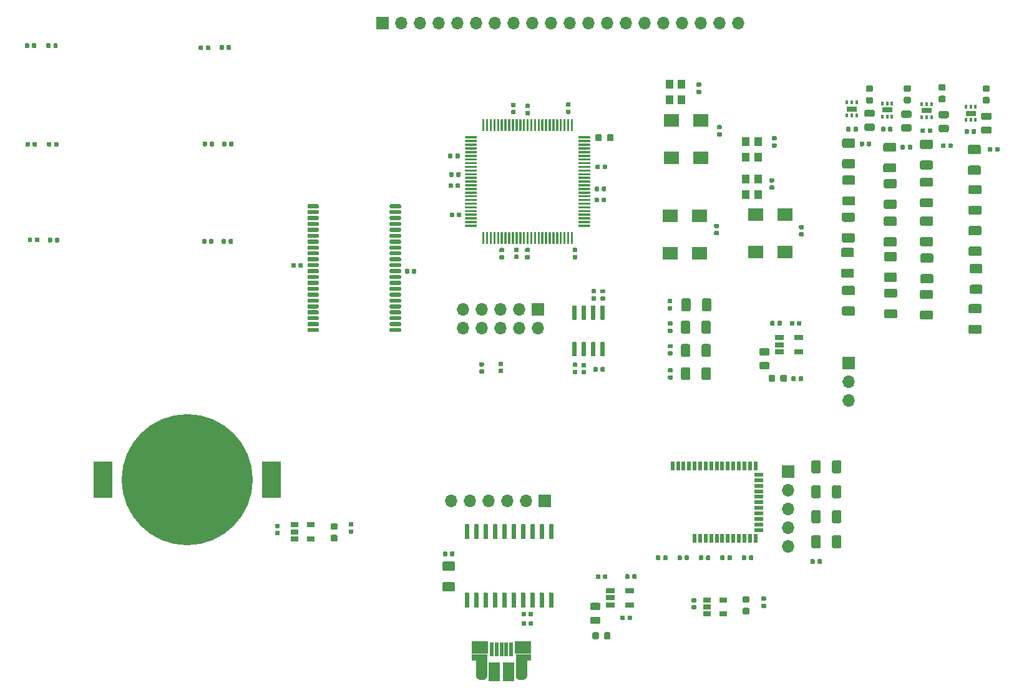
<source format=gbr>
G04 #@! TF.GenerationSoftware,KiCad,Pcbnew,5.1.5+dfsg1-2*
G04 #@! TF.CreationDate,2020-03-08T17:04:06+02:00*
G04 #@! TF.ProjectId,HX1KADCboard,4858314b-4144-4436-926f-6172642e6b69,rev?*
G04 #@! TF.SameCoordinates,Original*
G04 #@! TF.FileFunction,Soldermask,Top*
G04 #@! TF.FilePolarity,Negative*
%FSLAX46Y46*%
G04 Gerber Fmt 4.6, Leading zero omitted, Abs format (unit mm)*
G04 Created by KiCad (PCBNEW 5.1.5+dfsg1-2) date 2020-03-08 17:04:06*
%MOMM*%
%LPD*%
G04 APERTURE LIST*
%ADD10C,0.100000*%
%ADD11R,2.000000X1.800000*%
%ADD12R,1.100000X1.300000*%
%ADD13R,1.117600X1.117600*%
%ADD14R,0.501600X1.851600*%
%ADD15R,1.526540X2.601593*%
%ADD16R,0.350000X0.500000*%
%ADD17R,1.450000X0.800000*%
%ADD18R,0.500000X1.200000*%
%ADD19R,1.200000X0.500000*%
%ADD20R,1.060000X0.650000*%
%ADD21R,1.220000X0.650000*%
%ADD22O,1.700000X1.700000*%
%ADD23R,1.700000X1.700000*%
%ADD24R,2.500000X5.000000*%
%ADD25C,17.800000*%
G04 APERTURE END LIST*
D10*
G36*
X129495800Y-128301900D02*
G01*
X129495800Y-131273700D01*
X129522315Y-131428408D01*
X129595339Y-131567350D01*
X129707725Y-131676926D01*
X130003800Y-131769000D01*
X130511800Y-131769000D01*
X130664856Y-131744758D01*
X130802930Y-131674406D01*
X130912506Y-131564830D01*
X131007100Y-131273700D01*
X131007100Y-129203600D01*
X131540500Y-129203600D01*
X131540500Y-128301900D01*
X129495800Y-128301900D01*
G37*
G36*
X125584200Y-128301900D02*
G01*
X125584200Y-131273700D01*
X125557685Y-131428408D01*
X125484661Y-131567350D01*
X125372275Y-131676926D01*
X125076200Y-131769000D01*
X124568200Y-131769000D01*
X124415144Y-131744758D01*
X124277070Y-131674406D01*
X124167494Y-131564830D01*
X124072900Y-131273700D01*
X124072900Y-129203600D01*
X123539500Y-129203600D01*
X123539500Y-128301900D01*
X125584200Y-128301900D01*
G37*
G36*
X129343400Y-128251100D02*
G01*
X131540500Y-128251100D01*
X131540500Y-126587400D01*
X129343400Y-126587400D01*
X129343400Y-128251100D01*
G37*
G36*
X123539500Y-128251100D02*
G01*
X125736600Y-128251100D01*
X125736600Y-126587400D01*
X123539500Y-126587400D01*
X123539500Y-128251100D01*
G37*
G36*
X91046958Y-58740710D02*
G01*
X91061276Y-58742834D01*
X91075317Y-58746351D01*
X91088946Y-58751228D01*
X91102031Y-58757417D01*
X91114447Y-58764858D01*
X91126073Y-58773481D01*
X91136798Y-58783202D01*
X91146519Y-58793927D01*
X91155142Y-58805553D01*
X91162583Y-58817969D01*
X91168772Y-58831054D01*
X91173649Y-58844683D01*
X91177166Y-58858724D01*
X91179290Y-58873042D01*
X91180000Y-58887500D01*
X91180000Y-59232500D01*
X91179290Y-59246958D01*
X91177166Y-59261276D01*
X91173649Y-59275317D01*
X91168772Y-59288946D01*
X91162583Y-59302031D01*
X91155142Y-59314447D01*
X91146519Y-59326073D01*
X91136798Y-59336798D01*
X91126073Y-59346519D01*
X91114447Y-59355142D01*
X91102031Y-59362583D01*
X91088946Y-59368772D01*
X91075317Y-59373649D01*
X91061276Y-59377166D01*
X91046958Y-59379290D01*
X91032500Y-59380000D01*
X90737500Y-59380000D01*
X90723042Y-59379290D01*
X90708724Y-59377166D01*
X90694683Y-59373649D01*
X90681054Y-59368772D01*
X90667969Y-59362583D01*
X90655553Y-59355142D01*
X90643927Y-59346519D01*
X90633202Y-59336798D01*
X90623481Y-59326073D01*
X90614858Y-59314447D01*
X90607417Y-59302031D01*
X90601228Y-59288946D01*
X90596351Y-59275317D01*
X90592834Y-59261276D01*
X90590710Y-59246958D01*
X90590000Y-59232500D01*
X90590000Y-58887500D01*
X90590710Y-58873042D01*
X90592834Y-58858724D01*
X90596351Y-58844683D01*
X90601228Y-58831054D01*
X90607417Y-58817969D01*
X90614858Y-58805553D01*
X90623481Y-58793927D01*
X90633202Y-58783202D01*
X90643927Y-58773481D01*
X90655553Y-58764858D01*
X90667969Y-58757417D01*
X90681054Y-58751228D01*
X90694683Y-58746351D01*
X90708724Y-58742834D01*
X90723042Y-58740710D01*
X90737500Y-58740000D01*
X91032500Y-58740000D01*
X91046958Y-58740710D01*
G37*
G36*
X90076958Y-58740710D02*
G01*
X90091276Y-58742834D01*
X90105317Y-58746351D01*
X90118946Y-58751228D01*
X90132031Y-58757417D01*
X90144447Y-58764858D01*
X90156073Y-58773481D01*
X90166798Y-58783202D01*
X90176519Y-58793927D01*
X90185142Y-58805553D01*
X90192583Y-58817969D01*
X90198772Y-58831054D01*
X90203649Y-58844683D01*
X90207166Y-58858724D01*
X90209290Y-58873042D01*
X90210000Y-58887500D01*
X90210000Y-59232500D01*
X90209290Y-59246958D01*
X90207166Y-59261276D01*
X90203649Y-59275317D01*
X90198772Y-59288946D01*
X90192583Y-59302031D01*
X90185142Y-59314447D01*
X90176519Y-59326073D01*
X90166798Y-59336798D01*
X90156073Y-59346519D01*
X90144447Y-59355142D01*
X90132031Y-59362583D01*
X90118946Y-59368772D01*
X90105317Y-59373649D01*
X90091276Y-59377166D01*
X90076958Y-59379290D01*
X90062500Y-59380000D01*
X89767500Y-59380000D01*
X89753042Y-59379290D01*
X89738724Y-59377166D01*
X89724683Y-59373649D01*
X89711054Y-59368772D01*
X89697969Y-59362583D01*
X89685553Y-59355142D01*
X89673927Y-59346519D01*
X89663202Y-59336798D01*
X89653481Y-59326073D01*
X89644858Y-59314447D01*
X89637417Y-59302031D01*
X89631228Y-59288946D01*
X89626351Y-59275317D01*
X89622834Y-59261276D01*
X89620710Y-59246958D01*
X89620000Y-59232500D01*
X89620000Y-58887500D01*
X89620710Y-58873042D01*
X89622834Y-58858724D01*
X89626351Y-58844683D01*
X89631228Y-58831054D01*
X89637417Y-58817969D01*
X89644858Y-58805553D01*
X89653481Y-58793927D01*
X89663202Y-58783202D01*
X89673927Y-58773481D01*
X89685553Y-58764858D01*
X89697969Y-58757417D01*
X89711054Y-58751228D01*
X89724683Y-58746351D01*
X89738724Y-58742834D01*
X89753042Y-58740710D01*
X89767500Y-58740000D01*
X90062500Y-58740000D01*
X90076958Y-58740710D01*
G37*
G36*
X86895958Y-45679710D02*
G01*
X86910276Y-45681834D01*
X86924317Y-45685351D01*
X86937946Y-45690228D01*
X86951031Y-45696417D01*
X86963447Y-45703858D01*
X86975073Y-45712481D01*
X86985798Y-45722202D01*
X86995519Y-45732927D01*
X87004142Y-45744553D01*
X87011583Y-45756969D01*
X87017772Y-45770054D01*
X87022649Y-45783683D01*
X87026166Y-45797724D01*
X87028290Y-45812042D01*
X87029000Y-45826500D01*
X87029000Y-46171500D01*
X87028290Y-46185958D01*
X87026166Y-46200276D01*
X87022649Y-46214317D01*
X87017772Y-46227946D01*
X87011583Y-46241031D01*
X87004142Y-46253447D01*
X86995519Y-46265073D01*
X86985798Y-46275798D01*
X86975073Y-46285519D01*
X86963447Y-46294142D01*
X86951031Y-46301583D01*
X86937946Y-46307772D01*
X86924317Y-46312649D01*
X86910276Y-46316166D01*
X86895958Y-46318290D01*
X86881500Y-46319000D01*
X86586500Y-46319000D01*
X86572042Y-46318290D01*
X86557724Y-46316166D01*
X86543683Y-46312649D01*
X86530054Y-46307772D01*
X86516969Y-46301583D01*
X86504553Y-46294142D01*
X86492927Y-46285519D01*
X86482202Y-46275798D01*
X86472481Y-46265073D01*
X86463858Y-46253447D01*
X86456417Y-46241031D01*
X86450228Y-46227946D01*
X86445351Y-46214317D01*
X86441834Y-46200276D01*
X86439710Y-46185958D01*
X86439000Y-46171500D01*
X86439000Y-45826500D01*
X86439710Y-45812042D01*
X86441834Y-45797724D01*
X86445351Y-45783683D01*
X86450228Y-45770054D01*
X86456417Y-45756969D01*
X86463858Y-45744553D01*
X86472481Y-45732927D01*
X86482202Y-45722202D01*
X86492927Y-45712481D01*
X86504553Y-45703858D01*
X86516969Y-45696417D01*
X86530054Y-45690228D01*
X86543683Y-45685351D01*
X86557724Y-45681834D01*
X86572042Y-45679710D01*
X86586500Y-45679000D01*
X86881500Y-45679000D01*
X86895958Y-45679710D01*
G37*
G36*
X87865958Y-45679710D02*
G01*
X87880276Y-45681834D01*
X87894317Y-45685351D01*
X87907946Y-45690228D01*
X87921031Y-45696417D01*
X87933447Y-45703858D01*
X87945073Y-45712481D01*
X87955798Y-45722202D01*
X87965519Y-45732927D01*
X87974142Y-45744553D01*
X87981583Y-45756969D01*
X87987772Y-45770054D01*
X87992649Y-45783683D01*
X87996166Y-45797724D01*
X87998290Y-45812042D01*
X87999000Y-45826500D01*
X87999000Y-46171500D01*
X87998290Y-46185958D01*
X87996166Y-46200276D01*
X87992649Y-46214317D01*
X87987772Y-46227946D01*
X87981583Y-46241031D01*
X87974142Y-46253447D01*
X87965519Y-46265073D01*
X87955798Y-46275798D01*
X87945073Y-46285519D01*
X87933447Y-46294142D01*
X87921031Y-46301583D01*
X87907946Y-46307772D01*
X87894317Y-46312649D01*
X87880276Y-46316166D01*
X87865958Y-46318290D01*
X87851500Y-46319000D01*
X87556500Y-46319000D01*
X87542042Y-46318290D01*
X87527724Y-46316166D01*
X87513683Y-46312649D01*
X87500054Y-46307772D01*
X87486969Y-46301583D01*
X87474553Y-46294142D01*
X87462927Y-46285519D01*
X87452202Y-46275798D01*
X87442481Y-46265073D01*
X87433858Y-46253447D01*
X87426417Y-46241031D01*
X87420228Y-46227946D01*
X87415351Y-46214317D01*
X87411834Y-46200276D01*
X87409710Y-46185958D01*
X87409000Y-46171500D01*
X87409000Y-45826500D01*
X87409710Y-45812042D01*
X87411834Y-45797724D01*
X87415351Y-45783683D01*
X87420228Y-45770054D01*
X87426417Y-45756969D01*
X87433858Y-45744553D01*
X87442481Y-45732927D01*
X87452202Y-45722202D01*
X87462927Y-45712481D01*
X87474553Y-45703858D01*
X87486969Y-45696417D01*
X87500054Y-45690228D01*
X87513683Y-45685351D01*
X87527724Y-45681834D01*
X87542042Y-45679710D01*
X87556500Y-45679000D01*
X87851500Y-45679000D01*
X87865958Y-45679710D01*
G37*
G36*
X67277958Y-58781710D02*
G01*
X67292276Y-58783834D01*
X67306317Y-58787351D01*
X67319946Y-58792228D01*
X67333031Y-58798417D01*
X67345447Y-58805858D01*
X67357073Y-58814481D01*
X67367798Y-58824202D01*
X67377519Y-58834927D01*
X67386142Y-58846553D01*
X67393583Y-58858969D01*
X67399772Y-58872054D01*
X67404649Y-58885683D01*
X67408166Y-58899724D01*
X67410290Y-58914042D01*
X67411000Y-58928500D01*
X67411000Y-59273500D01*
X67410290Y-59287958D01*
X67408166Y-59302276D01*
X67404649Y-59316317D01*
X67399772Y-59329946D01*
X67393583Y-59343031D01*
X67386142Y-59355447D01*
X67377519Y-59367073D01*
X67367798Y-59377798D01*
X67357073Y-59387519D01*
X67345447Y-59396142D01*
X67333031Y-59403583D01*
X67319946Y-59409772D01*
X67306317Y-59414649D01*
X67292276Y-59418166D01*
X67277958Y-59420290D01*
X67263500Y-59421000D01*
X66968500Y-59421000D01*
X66954042Y-59420290D01*
X66939724Y-59418166D01*
X66925683Y-59414649D01*
X66912054Y-59409772D01*
X66898969Y-59403583D01*
X66886553Y-59396142D01*
X66874927Y-59387519D01*
X66864202Y-59377798D01*
X66854481Y-59367073D01*
X66845858Y-59355447D01*
X66838417Y-59343031D01*
X66832228Y-59329946D01*
X66827351Y-59316317D01*
X66823834Y-59302276D01*
X66821710Y-59287958D01*
X66821000Y-59273500D01*
X66821000Y-58928500D01*
X66821710Y-58914042D01*
X66823834Y-58899724D01*
X66827351Y-58885683D01*
X66832228Y-58872054D01*
X66838417Y-58858969D01*
X66845858Y-58846553D01*
X66854481Y-58834927D01*
X66864202Y-58824202D01*
X66874927Y-58814481D01*
X66886553Y-58805858D01*
X66898969Y-58798417D01*
X66912054Y-58792228D01*
X66925683Y-58787351D01*
X66939724Y-58783834D01*
X66954042Y-58781710D01*
X66968500Y-58781000D01*
X67263500Y-58781000D01*
X67277958Y-58781710D01*
G37*
G36*
X66307958Y-58781710D02*
G01*
X66322276Y-58783834D01*
X66336317Y-58787351D01*
X66349946Y-58792228D01*
X66363031Y-58798417D01*
X66375447Y-58805858D01*
X66387073Y-58814481D01*
X66397798Y-58824202D01*
X66407519Y-58834927D01*
X66416142Y-58846553D01*
X66423583Y-58858969D01*
X66429772Y-58872054D01*
X66434649Y-58885683D01*
X66438166Y-58899724D01*
X66440290Y-58914042D01*
X66441000Y-58928500D01*
X66441000Y-59273500D01*
X66440290Y-59287958D01*
X66438166Y-59302276D01*
X66434649Y-59316317D01*
X66429772Y-59329946D01*
X66423583Y-59343031D01*
X66416142Y-59355447D01*
X66407519Y-59367073D01*
X66397798Y-59377798D01*
X66387073Y-59387519D01*
X66375447Y-59396142D01*
X66363031Y-59403583D01*
X66349946Y-59409772D01*
X66336317Y-59414649D01*
X66322276Y-59418166D01*
X66307958Y-59420290D01*
X66293500Y-59421000D01*
X65998500Y-59421000D01*
X65984042Y-59420290D01*
X65969724Y-59418166D01*
X65955683Y-59414649D01*
X65942054Y-59409772D01*
X65928969Y-59403583D01*
X65916553Y-59396142D01*
X65904927Y-59387519D01*
X65894202Y-59377798D01*
X65884481Y-59367073D01*
X65875858Y-59355447D01*
X65868417Y-59343031D01*
X65862228Y-59329946D01*
X65857351Y-59316317D01*
X65853834Y-59302276D01*
X65851710Y-59287958D01*
X65851000Y-59273500D01*
X65851000Y-58928500D01*
X65851710Y-58914042D01*
X65853834Y-58899724D01*
X65857351Y-58885683D01*
X65862228Y-58872054D01*
X65868417Y-58858969D01*
X65875858Y-58846553D01*
X65884481Y-58834927D01*
X65894202Y-58824202D01*
X65904927Y-58814481D01*
X65916553Y-58805858D01*
X65928969Y-58798417D01*
X65942054Y-58792228D01*
X65955683Y-58787351D01*
X65969724Y-58783834D01*
X65984042Y-58781710D01*
X65998500Y-58781000D01*
X66293500Y-58781000D01*
X66307958Y-58781710D01*
G37*
G36*
X64686958Y-71760710D02*
G01*
X64701276Y-71762834D01*
X64715317Y-71766351D01*
X64728946Y-71771228D01*
X64742031Y-71777417D01*
X64754447Y-71784858D01*
X64766073Y-71793481D01*
X64776798Y-71803202D01*
X64786519Y-71813927D01*
X64795142Y-71825553D01*
X64802583Y-71837969D01*
X64808772Y-71851054D01*
X64813649Y-71864683D01*
X64817166Y-71878724D01*
X64819290Y-71893042D01*
X64820000Y-71907500D01*
X64820000Y-72252500D01*
X64819290Y-72266958D01*
X64817166Y-72281276D01*
X64813649Y-72295317D01*
X64808772Y-72308946D01*
X64802583Y-72322031D01*
X64795142Y-72334447D01*
X64786519Y-72346073D01*
X64776798Y-72356798D01*
X64766073Y-72366519D01*
X64754447Y-72375142D01*
X64742031Y-72382583D01*
X64728946Y-72388772D01*
X64715317Y-72393649D01*
X64701276Y-72397166D01*
X64686958Y-72399290D01*
X64672500Y-72400000D01*
X64377500Y-72400000D01*
X64363042Y-72399290D01*
X64348724Y-72397166D01*
X64334683Y-72393649D01*
X64321054Y-72388772D01*
X64307969Y-72382583D01*
X64295553Y-72375142D01*
X64283927Y-72366519D01*
X64273202Y-72356798D01*
X64263481Y-72346073D01*
X64254858Y-72334447D01*
X64247417Y-72322031D01*
X64241228Y-72308946D01*
X64236351Y-72295317D01*
X64232834Y-72281276D01*
X64230710Y-72266958D01*
X64230000Y-72252500D01*
X64230000Y-71907500D01*
X64230710Y-71893042D01*
X64232834Y-71878724D01*
X64236351Y-71864683D01*
X64241228Y-71851054D01*
X64247417Y-71837969D01*
X64254858Y-71825553D01*
X64263481Y-71813927D01*
X64273202Y-71803202D01*
X64283927Y-71793481D01*
X64295553Y-71784858D01*
X64307969Y-71777417D01*
X64321054Y-71771228D01*
X64334683Y-71766351D01*
X64348724Y-71762834D01*
X64363042Y-71760710D01*
X64377500Y-71760000D01*
X64672500Y-71760000D01*
X64686958Y-71760710D01*
G37*
G36*
X63716958Y-71760710D02*
G01*
X63731276Y-71762834D01*
X63745317Y-71766351D01*
X63758946Y-71771228D01*
X63772031Y-71777417D01*
X63784447Y-71784858D01*
X63796073Y-71793481D01*
X63806798Y-71803202D01*
X63816519Y-71813927D01*
X63825142Y-71825553D01*
X63832583Y-71837969D01*
X63838772Y-71851054D01*
X63843649Y-71864683D01*
X63847166Y-71878724D01*
X63849290Y-71893042D01*
X63850000Y-71907500D01*
X63850000Y-72252500D01*
X63849290Y-72266958D01*
X63847166Y-72281276D01*
X63843649Y-72295317D01*
X63838772Y-72308946D01*
X63832583Y-72322031D01*
X63825142Y-72334447D01*
X63816519Y-72346073D01*
X63806798Y-72356798D01*
X63796073Y-72366519D01*
X63784447Y-72375142D01*
X63772031Y-72382583D01*
X63758946Y-72388772D01*
X63745317Y-72393649D01*
X63731276Y-72397166D01*
X63716958Y-72399290D01*
X63702500Y-72400000D01*
X63407500Y-72400000D01*
X63393042Y-72399290D01*
X63378724Y-72397166D01*
X63364683Y-72393649D01*
X63351054Y-72388772D01*
X63337969Y-72382583D01*
X63325553Y-72375142D01*
X63313927Y-72366519D01*
X63303202Y-72356798D01*
X63293481Y-72346073D01*
X63284858Y-72334447D01*
X63277417Y-72322031D01*
X63271228Y-72308946D01*
X63266351Y-72295317D01*
X63262834Y-72281276D01*
X63260710Y-72266958D01*
X63260000Y-72252500D01*
X63260000Y-71907500D01*
X63260710Y-71893042D01*
X63262834Y-71878724D01*
X63266351Y-71864683D01*
X63271228Y-71851054D01*
X63277417Y-71837969D01*
X63284858Y-71825553D01*
X63293481Y-71813927D01*
X63303202Y-71803202D01*
X63313927Y-71793481D01*
X63325553Y-71784858D01*
X63337969Y-71777417D01*
X63351054Y-71771228D01*
X63364683Y-71766351D01*
X63378724Y-71762834D01*
X63393042Y-71760710D01*
X63407500Y-71760000D01*
X63702500Y-71760000D01*
X63716958Y-71760710D01*
G37*
G36*
X66215958Y-45389710D02*
G01*
X66230276Y-45391834D01*
X66244317Y-45395351D01*
X66257946Y-45400228D01*
X66271031Y-45406417D01*
X66283447Y-45413858D01*
X66295073Y-45422481D01*
X66305798Y-45432202D01*
X66315519Y-45442927D01*
X66324142Y-45454553D01*
X66331583Y-45466969D01*
X66337772Y-45480054D01*
X66342649Y-45493683D01*
X66346166Y-45507724D01*
X66348290Y-45522042D01*
X66349000Y-45536500D01*
X66349000Y-45881500D01*
X66348290Y-45895958D01*
X66346166Y-45910276D01*
X66342649Y-45924317D01*
X66337772Y-45937946D01*
X66331583Y-45951031D01*
X66324142Y-45963447D01*
X66315519Y-45975073D01*
X66305798Y-45985798D01*
X66295073Y-45995519D01*
X66283447Y-46004142D01*
X66271031Y-46011583D01*
X66257946Y-46017772D01*
X66244317Y-46022649D01*
X66230276Y-46026166D01*
X66215958Y-46028290D01*
X66201500Y-46029000D01*
X65906500Y-46029000D01*
X65892042Y-46028290D01*
X65877724Y-46026166D01*
X65863683Y-46022649D01*
X65850054Y-46017772D01*
X65836969Y-46011583D01*
X65824553Y-46004142D01*
X65812927Y-45995519D01*
X65802202Y-45985798D01*
X65792481Y-45975073D01*
X65783858Y-45963447D01*
X65776417Y-45951031D01*
X65770228Y-45937946D01*
X65765351Y-45924317D01*
X65761834Y-45910276D01*
X65759710Y-45895958D01*
X65759000Y-45881500D01*
X65759000Y-45536500D01*
X65759710Y-45522042D01*
X65761834Y-45507724D01*
X65765351Y-45493683D01*
X65770228Y-45480054D01*
X65776417Y-45466969D01*
X65783858Y-45454553D01*
X65792481Y-45442927D01*
X65802202Y-45432202D01*
X65812927Y-45422481D01*
X65824553Y-45413858D01*
X65836969Y-45406417D01*
X65850054Y-45400228D01*
X65863683Y-45395351D01*
X65877724Y-45391834D01*
X65892042Y-45389710D01*
X65906500Y-45389000D01*
X66201500Y-45389000D01*
X66215958Y-45389710D01*
G37*
G36*
X67185958Y-45389710D02*
G01*
X67200276Y-45391834D01*
X67214317Y-45395351D01*
X67227946Y-45400228D01*
X67241031Y-45406417D01*
X67253447Y-45413858D01*
X67265073Y-45422481D01*
X67275798Y-45432202D01*
X67285519Y-45442927D01*
X67294142Y-45454553D01*
X67301583Y-45466969D01*
X67307772Y-45480054D01*
X67312649Y-45493683D01*
X67316166Y-45507724D01*
X67318290Y-45522042D01*
X67319000Y-45536500D01*
X67319000Y-45881500D01*
X67318290Y-45895958D01*
X67316166Y-45910276D01*
X67312649Y-45924317D01*
X67307772Y-45937946D01*
X67301583Y-45951031D01*
X67294142Y-45963447D01*
X67285519Y-45975073D01*
X67275798Y-45985798D01*
X67265073Y-45995519D01*
X67253447Y-46004142D01*
X67241031Y-46011583D01*
X67227946Y-46017772D01*
X67214317Y-46022649D01*
X67200276Y-46026166D01*
X67185958Y-46028290D01*
X67171500Y-46029000D01*
X66876500Y-46029000D01*
X66862042Y-46028290D01*
X66847724Y-46026166D01*
X66833683Y-46022649D01*
X66820054Y-46017772D01*
X66806969Y-46011583D01*
X66794553Y-46004142D01*
X66782927Y-45995519D01*
X66772202Y-45985798D01*
X66762481Y-45975073D01*
X66753858Y-45963447D01*
X66746417Y-45951031D01*
X66740228Y-45937946D01*
X66735351Y-45924317D01*
X66731834Y-45910276D01*
X66729710Y-45895958D01*
X66729000Y-45881500D01*
X66729000Y-45536500D01*
X66729710Y-45522042D01*
X66731834Y-45507724D01*
X66735351Y-45493683D01*
X66740228Y-45480054D01*
X66746417Y-45466969D01*
X66753858Y-45454553D01*
X66762481Y-45442927D01*
X66772202Y-45432202D01*
X66782927Y-45422481D01*
X66794553Y-45413858D01*
X66806969Y-45406417D01*
X66820054Y-45400228D01*
X66833683Y-45395351D01*
X66847724Y-45391834D01*
X66862042Y-45389710D01*
X66876500Y-45389000D01*
X67171500Y-45389000D01*
X67185958Y-45389710D01*
G37*
G36*
X89736958Y-45640710D02*
G01*
X89751276Y-45642834D01*
X89765317Y-45646351D01*
X89778946Y-45651228D01*
X89792031Y-45657417D01*
X89804447Y-45664858D01*
X89816073Y-45673481D01*
X89826798Y-45683202D01*
X89836519Y-45693927D01*
X89845142Y-45705553D01*
X89852583Y-45717969D01*
X89858772Y-45731054D01*
X89863649Y-45744683D01*
X89867166Y-45758724D01*
X89869290Y-45773042D01*
X89870000Y-45787500D01*
X89870000Y-46132500D01*
X89869290Y-46146958D01*
X89867166Y-46161276D01*
X89863649Y-46175317D01*
X89858772Y-46188946D01*
X89852583Y-46202031D01*
X89845142Y-46214447D01*
X89836519Y-46226073D01*
X89826798Y-46236798D01*
X89816073Y-46246519D01*
X89804447Y-46255142D01*
X89792031Y-46262583D01*
X89778946Y-46268772D01*
X89765317Y-46273649D01*
X89751276Y-46277166D01*
X89736958Y-46279290D01*
X89722500Y-46280000D01*
X89427500Y-46280000D01*
X89413042Y-46279290D01*
X89398724Y-46277166D01*
X89384683Y-46273649D01*
X89371054Y-46268772D01*
X89357969Y-46262583D01*
X89345553Y-46255142D01*
X89333927Y-46246519D01*
X89323202Y-46236798D01*
X89313481Y-46226073D01*
X89304858Y-46214447D01*
X89297417Y-46202031D01*
X89291228Y-46188946D01*
X89286351Y-46175317D01*
X89282834Y-46161276D01*
X89280710Y-46146958D01*
X89280000Y-46132500D01*
X89280000Y-45787500D01*
X89280710Y-45773042D01*
X89282834Y-45758724D01*
X89286351Y-45744683D01*
X89291228Y-45731054D01*
X89297417Y-45717969D01*
X89304858Y-45705553D01*
X89313481Y-45693927D01*
X89323202Y-45683202D01*
X89333927Y-45673481D01*
X89345553Y-45664858D01*
X89357969Y-45657417D01*
X89371054Y-45651228D01*
X89384683Y-45646351D01*
X89398724Y-45642834D01*
X89413042Y-45640710D01*
X89427500Y-45640000D01*
X89722500Y-45640000D01*
X89736958Y-45640710D01*
G37*
G36*
X90706958Y-45640710D02*
G01*
X90721276Y-45642834D01*
X90735317Y-45646351D01*
X90748946Y-45651228D01*
X90762031Y-45657417D01*
X90774447Y-45664858D01*
X90786073Y-45673481D01*
X90796798Y-45683202D01*
X90806519Y-45693927D01*
X90815142Y-45705553D01*
X90822583Y-45717969D01*
X90828772Y-45731054D01*
X90833649Y-45744683D01*
X90837166Y-45758724D01*
X90839290Y-45773042D01*
X90840000Y-45787500D01*
X90840000Y-46132500D01*
X90839290Y-46146958D01*
X90837166Y-46161276D01*
X90833649Y-46175317D01*
X90828772Y-46188946D01*
X90822583Y-46202031D01*
X90815142Y-46214447D01*
X90806519Y-46226073D01*
X90796798Y-46236798D01*
X90786073Y-46246519D01*
X90774447Y-46255142D01*
X90762031Y-46262583D01*
X90748946Y-46268772D01*
X90735317Y-46273649D01*
X90721276Y-46277166D01*
X90706958Y-46279290D01*
X90692500Y-46280000D01*
X90397500Y-46280000D01*
X90383042Y-46279290D01*
X90368724Y-46277166D01*
X90354683Y-46273649D01*
X90341054Y-46268772D01*
X90327969Y-46262583D01*
X90315553Y-46255142D01*
X90303927Y-46246519D01*
X90293202Y-46236798D01*
X90283481Y-46226073D01*
X90274858Y-46214447D01*
X90267417Y-46202031D01*
X90261228Y-46188946D01*
X90256351Y-46175317D01*
X90252834Y-46161276D01*
X90250710Y-46146958D01*
X90250000Y-46132500D01*
X90250000Y-45787500D01*
X90250710Y-45773042D01*
X90252834Y-45758724D01*
X90256351Y-45744683D01*
X90261228Y-45731054D01*
X90267417Y-45717969D01*
X90274858Y-45705553D01*
X90283481Y-45693927D01*
X90293202Y-45683202D01*
X90303927Y-45673481D01*
X90315553Y-45664858D01*
X90327969Y-45657417D01*
X90341054Y-45651228D01*
X90354683Y-45646351D01*
X90368724Y-45642834D01*
X90383042Y-45640710D01*
X90397500Y-45640000D01*
X90692500Y-45640000D01*
X90706958Y-45640710D01*
G37*
G36*
X88397958Y-58741710D02*
G01*
X88412276Y-58743834D01*
X88426317Y-58747351D01*
X88439946Y-58752228D01*
X88453031Y-58758417D01*
X88465447Y-58765858D01*
X88477073Y-58774481D01*
X88487798Y-58784202D01*
X88497519Y-58794927D01*
X88506142Y-58806553D01*
X88513583Y-58818969D01*
X88519772Y-58832054D01*
X88524649Y-58845683D01*
X88528166Y-58859724D01*
X88530290Y-58874042D01*
X88531000Y-58888500D01*
X88531000Y-59233500D01*
X88530290Y-59247958D01*
X88528166Y-59262276D01*
X88524649Y-59276317D01*
X88519772Y-59289946D01*
X88513583Y-59303031D01*
X88506142Y-59315447D01*
X88497519Y-59327073D01*
X88487798Y-59337798D01*
X88477073Y-59347519D01*
X88465447Y-59356142D01*
X88453031Y-59363583D01*
X88439946Y-59369772D01*
X88426317Y-59374649D01*
X88412276Y-59378166D01*
X88397958Y-59380290D01*
X88383500Y-59381000D01*
X88088500Y-59381000D01*
X88074042Y-59380290D01*
X88059724Y-59378166D01*
X88045683Y-59374649D01*
X88032054Y-59369772D01*
X88018969Y-59363583D01*
X88006553Y-59356142D01*
X87994927Y-59347519D01*
X87984202Y-59337798D01*
X87974481Y-59327073D01*
X87965858Y-59315447D01*
X87958417Y-59303031D01*
X87952228Y-59289946D01*
X87947351Y-59276317D01*
X87943834Y-59262276D01*
X87941710Y-59247958D01*
X87941000Y-59233500D01*
X87941000Y-58888500D01*
X87941710Y-58874042D01*
X87943834Y-58859724D01*
X87947351Y-58845683D01*
X87952228Y-58832054D01*
X87958417Y-58818969D01*
X87965858Y-58806553D01*
X87974481Y-58794927D01*
X87984202Y-58784202D01*
X87994927Y-58774481D01*
X88006553Y-58765858D01*
X88018969Y-58758417D01*
X88032054Y-58752228D01*
X88045683Y-58747351D01*
X88059724Y-58743834D01*
X88074042Y-58741710D01*
X88088500Y-58741000D01*
X88383500Y-58741000D01*
X88397958Y-58741710D01*
G37*
G36*
X87427958Y-58741710D02*
G01*
X87442276Y-58743834D01*
X87456317Y-58747351D01*
X87469946Y-58752228D01*
X87483031Y-58758417D01*
X87495447Y-58765858D01*
X87507073Y-58774481D01*
X87517798Y-58784202D01*
X87527519Y-58794927D01*
X87536142Y-58806553D01*
X87543583Y-58818969D01*
X87549772Y-58832054D01*
X87554649Y-58845683D01*
X87558166Y-58859724D01*
X87560290Y-58874042D01*
X87561000Y-58888500D01*
X87561000Y-59233500D01*
X87560290Y-59247958D01*
X87558166Y-59262276D01*
X87554649Y-59276317D01*
X87549772Y-59289946D01*
X87543583Y-59303031D01*
X87536142Y-59315447D01*
X87527519Y-59327073D01*
X87517798Y-59337798D01*
X87507073Y-59347519D01*
X87495447Y-59356142D01*
X87483031Y-59363583D01*
X87469946Y-59369772D01*
X87456317Y-59374649D01*
X87442276Y-59378166D01*
X87427958Y-59380290D01*
X87413500Y-59381000D01*
X87118500Y-59381000D01*
X87104042Y-59380290D01*
X87089724Y-59378166D01*
X87075683Y-59374649D01*
X87062054Y-59369772D01*
X87048969Y-59363583D01*
X87036553Y-59356142D01*
X87024927Y-59347519D01*
X87014202Y-59337798D01*
X87004481Y-59327073D01*
X86995858Y-59315447D01*
X86988417Y-59303031D01*
X86982228Y-59289946D01*
X86977351Y-59276317D01*
X86973834Y-59262276D01*
X86971710Y-59247958D01*
X86971000Y-59233500D01*
X86971000Y-58888500D01*
X86971710Y-58874042D01*
X86973834Y-58859724D01*
X86977351Y-58845683D01*
X86982228Y-58832054D01*
X86988417Y-58818969D01*
X86995858Y-58806553D01*
X87004481Y-58794927D01*
X87014202Y-58784202D01*
X87024927Y-58774481D01*
X87036553Y-58765858D01*
X87048969Y-58758417D01*
X87062054Y-58752228D01*
X87075683Y-58747351D01*
X87089724Y-58743834D01*
X87104042Y-58741710D01*
X87118500Y-58741000D01*
X87413500Y-58741000D01*
X87427958Y-58741710D01*
G37*
G36*
X64367958Y-58781710D02*
G01*
X64382276Y-58783834D01*
X64396317Y-58787351D01*
X64409946Y-58792228D01*
X64423031Y-58798417D01*
X64435447Y-58805858D01*
X64447073Y-58814481D01*
X64457798Y-58824202D01*
X64467519Y-58834927D01*
X64476142Y-58846553D01*
X64483583Y-58858969D01*
X64489772Y-58872054D01*
X64494649Y-58885683D01*
X64498166Y-58899724D01*
X64500290Y-58914042D01*
X64501000Y-58928500D01*
X64501000Y-59273500D01*
X64500290Y-59287958D01*
X64498166Y-59302276D01*
X64494649Y-59316317D01*
X64489772Y-59329946D01*
X64483583Y-59343031D01*
X64476142Y-59355447D01*
X64467519Y-59367073D01*
X64457798Y-59377798D01*
X64447073Y-59387519D01*
X64435447Y-59396142D01*
X64423031Y-59403583D01*
X64409946Y-59409772D01*
X64396317Y-59414649D01*
X64382276Y-59418166D01*
X64367958Y-59420290D01*
X64353500Y-59421000D01*
X64058500Y-59421000D01*
X64044042Y-59420290D01*
X64029724Y-59418166D01*
X64015683Y-59414649D01*
X64002054Y-59409772D01*
X63988969Y-59403583D01*
X63976553Y-59396142D01*
X63964927Y-59387519D01*
X63954202Y-59377798D01*
X63944481Y-59367073D01*
X63935858Y-59355447D01*
X63928417Y-59343031D01*
X63922228Y-59329946D01*
X63917351Y-59316317D01*
X63913834Y-59302276D01*
X63911710Y-59287958D01*
X63911000Y-59273500D01*
X63911000Y-58928500D01*
X63911710Y-58914042D01*
X63913834Y-58899724D01*
X63917351Y-58885683D01*
X63922228Y-58872054D01*
X63928417Y-58858969D01*
X63935858Y-58846553D01*
X63944481Y-58834927D01*
X63954202Y-58824202D01*
X63964927Y-58814481D01*
X63976553Y-58805858D01*
X63988969Y-58798417D01*
X64002054Y-58792228D01*
X64015683Y-58787351D01*
X64029724Y-58783834D01*
X64044042Y-58781710D01*
X64058500Y-58781000D01*
X64353500Y-58781000D01*
X64367958Y-58781710D01*
G37*
G36*
X63397958Y-58781710D02*
G01*
X63412276Y-58783834D01*
X63426317Y-58787351D01*
X63439946Y-58792228D01*
X63453031Y-58798417D01*
X63465447Y-58805858D01*
X63477073Y-58814481D01*
X63487798Y-58824202D01*
X63497519Y-58834927D01*
X63506142Y-58846553D01*
X63513583Y-58858969D01*
X63519772Y-58872054D01*
X63524649Y-58885683D01*
X63528166Y-58899724D01*
X63530290Y-58914042D01*
X63531000Y-58928500D01*
X63531000Y-59273500D01*
X63530290Y-59287958D01*
X63528166Y-59302276D01*
X63524649Y-59316317D01*
X63519772Y-59329946D01*
X63513583Y-59343031D01*
X63506142Y-59355447D01*
X63497519Y-59367073D01*
X63487798Y-59377798D01*
X63477073Y-59387519D01*
X63465447Y-59396142D01*
X63453031Y-59403583D01*
X63439946Y-59409772D01*
X63426317Y-59414649D01*
X63412276Y-59418166D01*
X63397958Y-59420290D01*
X63383500Y-59421000D01*
X63088500Y-59421000D01*
X63074042Y-59420290D01*
X63059724Y-59418166D01*
X63045683Y-59414649D01*
X63032054Y-59409772D01*
X63018969Y-59403583D01*
X63006553Y-59396142D01*
X62994927Y-59387519D01*
X62984202Y-59377798D01*
X62974481Y-59367073D01*
X62965858Y-59355447D01*
X62958417Y-59343031D01*
X62952228Y-59329946D01*
X62947351Y-59316317D01*
X62943834Y-59302276D01*
X62941710Y-59287958D01*
X62941000Y-59273500D01*
X62941000Y-58928500D01*
X62941710Y-58914042D01*
X62943834Y-58899724D01*
X62947351Y-58885683D01*
X62952228Y-58872054D01*
X62958417Y-58858969D01*
X62965858Y-58846553D01*
X62974481Y-58834927D01*
X62984202Y-58824202D01*
X62994927Y-58814481D01*
X63006553Y-58805858D01*
X63018969Y-58798417D01*
X63032054Y-58792228D01*
X63045683Y-58787351D01*
X63059724Y-58783834D01*
X63074042Y-58781710D01*
X63088500Y-58781000D01*
X63383500Y-58781000D01*
X63397958Y-58781710D01*
G37*
G36*
X63305958Y-45389710D02*
G01*
X63320276Y-45391834D01*
X63334317Y-45395351D01*
X63347946Y-45400228D01*
X63361031Y-45406417D01*
X63373447Y-45413858D01*
X63385073Y-45422481D01*
X63395798Y-45432202D01*
X63405519Y-45442927D01*
X63414142Y-45454553D01*
X63421583Y-45466969D01*
X63427772Y-45480054D01*
X63432649Y-45493683D01*
X63436166Y-45507724D01*
X63438290Y-45522042D01*
X63439000Y-45536500D01*
X63439000Y-45881500D01*
X63438290Y-45895958D01*
X63436166Y-45910276D01*
X63432649Y-45924317D01*
X63427772Y-45937946D01*
X63421583Y-45951031D01*
X63414142Y-45963447D01*
X63405519Y-45975073D01*
X63395798Y-45985798D01*
X63385073Y-45995519D01*
X63373447Y-46004142D01*
X63361031Y-46011583D01*
X63347946Y-46017772D01*
X63334317Y-46022649D01*
X63320276Y-46026166D01*
X63305958Y-46028290D01*
X63291500Y-46029000D01*
X62996500Y-46029000D01*
X62982042Y-46028290D01*
X62967724Y-46026166D01*
X62953683Y-46022649D01*
X62940054Y-46017772D01*
X62926969Y-46011583D01*
X62914553Y-46004142D01*
X62902927Y-45995519D01*
X62892202Y-45985798D01*
X62882481Y-45975073D01*
X62873858Y-45963447D01*
X62866417Y-45951031D01*
X62860228Y-45937946D01*
X62855351Y-45924317D01*
X62851834Y-45910276D01*
X62849710Y-45895958D01*
X62849000Y-45881500D01*
X62849000Y-45536500D01*
X62849710Y-45522042D01*
X62851834Y-45507724D01*
X62855351Y-45493683D01*
X62860228Y-45480054D01*
X62866417Y-45466969D01*
X62873858Y-45454553D01*
X62882481Y-45442927D01*
X62892202Y-45432202D01*
X62902927Y-45422481D01*
X62914553Y-45413858D01*
X62926969Y-45406417D01*
X62940054Y-45400228D01*
X62953683Y-45395351D01*
X62967724Y-45391834D01*
X62982042Y-45389710D01*
X62996500Y-45389000D01*
X63291500Y-45389000D01*
X63305958Y-45389710D01*
G37*
G36*
X64275958Y-45389710D02*
G01*
X64290276Y-45391834D01*
X64304317Y-45395351D01*
X64317946Y-45400228D01*
X64331031Y-45406417D01*
X64343447Y-45413858D01*
X64355073Y-45422481D01*
X64365798Y-45432202D01*
X64375519Y-45442927D01*
X64384142Y-45454553D01*
X64391583Y-45466969D01*
X64397772Y-45480054D01*
X64402649Y-45493683D01*
X64406166Y-45507724D01*
X64408290Y-45522042D01*
X64409000Y-45536500D01*
X64409000Y-45881500D01*
X64408290Y-45895958D01*
X64406166Y-45910276D01*
X64402649Y-45924317D01*
X64397772Y-45937946D01*
X64391583Y-45951031D01*
X64384142Y-45963447D01*
X64375519Y-45975073D01*
X64365798Y-45985798D01*
X64355073Y-45995519D01*
X64343447Y-46004142D01*
X64331031Y-46011583D01*
X64317946Y-46017772D01*
X64304317Y-46022649D01*
X64290276Y-46026166D01*
X64275958Y-46028290D01*
X64261500Y-46029000D01*
X63966500Y-46029000D01*
X63952042Y-46028290D01*
X63937724Y-46026166D01*
X63923683Y-46022649D01*
X63910054Y-46017772D01*
X63896969Y-46011583D01*
X63884553Y-46004142D01*
X63872927Y-45995519D01*
X63862202Y-45985798D01*
X63852481Y-45975073D01*
X63843858Y-45963447D01*
X63836417Y-45951031D01*
X63830228Y-45937946D01*
X63825351Y-45924317D01*
X63821834Y-45910276D01*
X63819710Y-45895958D01*
X63819000Y-45881500D01*
X63819000Y-45536500D01*
X63819710Y-45522042D01*
X63821834Y-45507724D01*
X63825351Y-45493683D01*
X63830228Y-45480054D01*
X63836417Y-45466969D01*
X63843858Y-45454553D01*
X63852481Y-45442927D01*
X63862202Y-45432202D01*
X63872927Y-45422481D01*
X63884553Y-45413858D01*
X63896969Y-45406417D01*
X63910054Y-45400228D01*
X63923683Y-45395351D01*
X63937724Y-45391834D01*
X63952042Y-45389710D01*
X63966500Y-45389000D01*
X64261500Y-45389000D01*
X64275958Y-45389710D01*
G37*
G36*
X67397958Y-71771710D02*
G01*
X67412276Y-71773834D01*
X67426317Y-71777351D01*
X67439946Y-71782228D01*
X67453031Y-71788417D01*
X67465447Y-71795858D01*
X67477073Y-71804481D01*
X67487798Y-71814202D01*
X67497519Y-71824927D01*
X67506142Y-71836553D01*
X67513583Y-71848969D01*
X67519772Y-71862054D01*
X67524649Y-71875683D01*
X67528166Y-71889724D01*
X67530290Y-71904042D01*
X67531000Y-71918500D01*
X67531000Y-72263500D01*
X67530290Y-72277958D01*
X67528166Y-72292276D01*
X67524649Y-72306317D01*
X67519772Y-72319946D01*
X67513583Y-72333031D01*
X67506142Y-72345447D01*
X67497519Y-72357073D01*
X67487798Y-72367798D01*
X67477073Y-72377519D01*
X67465447Y-72386142D01*
X67453031Y-72393583D01*
X67439946Y-72399772D01*
X67426317Y-72404649D01*
X67412276Y-72408166D01*
X67397958Y-72410290D01*
X67383500Y-72411000D01*
X67088500Y-72411000D01*
X67074042Y-72410290D01*
X67059724Y-72408166D01*
X67045683Y-72404649D01*
X67032054Y-72399772D01*
X67018969Y-72393583D01*
X67006553Y-72386142D01*
X66994927Y-72377519D01*
X66984202Y-72367798D01*
X66974481Y-72357073D01*
X66965858Y-72345447D01*
X66958417Y-72333031D01*
X66952228Y-72319946D01*
X66947351Y-72306317D01*
X66943834Y-72292276D01*
X66941710Y-72277958D01*
X66941000Y-72263500D01*
X66941000Y-71918500D01*
X66941710Y-71904042D01*
X66943834Y-71889724D01*
X66947351Y-71875683D01*
X66952228Y-71862054D01*
X66958417Y-71848969D01*
X66965858Y-71836553D01*
X66974481Y-71824927D01*
X66984202Y-71814202D01*
X66994927Y-71804481D01*
X67006553Y-71795858D01*
X67018969Y-71788417D01*
X67032054Y-71782228D01*
X67045683Y-71777351D01*
X67059724Y-71773834D01*
X67074042Y-71771710D01*
X67088500Y-71771000D01*
X67383500Y-71771000D01*
X67397958Y-71771710D01*
G37*
G36*
X66427958Y-71771710D02*
G01*
X66442276Y-71773834D01*
X66456317Y-71777351D01*
X66469946Y-71782228D01*
X66483031Y-71788417D01*
X66495447Y-71795858D01*
X66507073Y-71804481D01*
X66517798Y-71814202D01*
X66527519Y-71824927D01*
X66536142Y-71836553D01*
X66543583Y-71848969D01*
X66549772Y-71862054D01*
X66554649Y-71875683D01*
X66558166Y-71889724D01*
X66560290Y-71904042D01*
X66561000Y-71918500D01*
X66561000Y-72263500D01*
X66560290Y-72277958D01*
X66558166Y-72292276D01*
X66554649Y-72306317D01*
X66549772Y-72319946D01*
X66543583Y-72333031D01*
X66536142Y-72345447D01*
X66527519Y-72357073D01*
X66517798Y-72367798D01*
X66507073Y-72377519D01*
X66495447Y-72386142D01*
X66483031Y-72393583D01*
X66469946Y-72399772D01*
X66456317Y-72404649D01*
X66442276Y-72408166D01*
X66427958Y-72410290D01*
X66413500Y-72411000D01*
X66118500Y-72411000D01*
X66104042Y-72410290D01*
X66089724Y-72408166D01*
X66075683Y-72404649D01*
X66062054Y-72399772D01*
X66048969Y-72393583D01*
X66036553Y-72386142D01*
X66024927Y-72377519D01*
X66014202Y-72367798D01*
X66004481Y-72357073D01*
X65995858Y-72345447D01*
X65988417Y-72333031D01*
X65982228Y-72319946D01*
X65977351Y-72306317D01*
X65973834Y-72292276D01*
X65971710Y-72277958D01*
X65971000Y-72263500D01*
X65971000Y-71918500D01*
X65971710Y-71904042D01*
X65973834Y-71889724D01*
X65977351Y-71875683D01*
X65982228Y-71862054D01*
X65988417Y-71848969D01*
X65995858Y-71836553D01*
X66004481Y-71824927D01*
X66014202Y-71814202D01*
X66024927Y-71804481D01*
X66036553Y-71795858D01*
X66048969Y-71788417D01*
X66062054Y-71782228D01*
X66075683Y-71777351D01*
X66089724Y-71773834D01*
X66104042Y-71771710D01*
X66118500Y-71771000D01*
X66413500Y-71771000D01*
X66427958Y-71771710D01*
G37*
G36*
X90006958Y-71950710D02*
G01*
X90021276Y-71952834D01*
X90035317Y-71956351D01*
X90048946Y-71961228D01*
X90062031Y-71967417D01*
X90074447Y-71974858D01*
X90086073Y-71983481D01*
X90096798Y-71993202D01*
X90106519Y-72003927D01*
X90115142Y-72015553D01*
X90122583Y-72027969D01*
X90128772Y-72041054D01*
X90133649Y-72054683D01*
X90137166Y-72068724D01*
X90139290Y-72083042D01*
X90140000Y-72097500D01*
X90140000Y-72442500D01*
X90139290Y-72456958D01*
X90137166Y-72471276D01*
X90133649Y-72485317D01*
X90128772Y-72498946D01*
X90122583Y-72512031D01*
X90115142Y-72524447D01*
X90106519Y-72536073D01*
X90096798Y-72546798D01*
X90086073Y-72556519D01*
X90074447Y-72565142D01*
X90062031Y-72572583D01*
X90048946Y-72578772D01*
X90035317Y-72583649D01*
X90021276Y-72587166D01*
X90006958Y-72589290D01*
X89992500Y-72590000D01*
X89697500Y-72590000D01*
X89683042Y-72589290D01*
X89668724Y-72587166D01*
X89654683Y-72583649D01*
X89641054Y-72578772D01*
X89627969Y-72572583D01*
X89615553Y-72565142D01*
X89603927Y-72556519D01*
X89593202Y-72546798D01*
X89583481Y-72536073D01*
X89574858Y-72524447D01*
X89567417Y-72512031D01*
X89561228Y-72498946D01*
X89556351Y-72485317D01*
X89552834Y-72471276D01*
X89550710Y-72456958D01*
X89550000Y-72442500D01*
X89550000Y-72097500D01*
X89550710Y-72083042D01*
X89552834Y-72068724D01*
X89556351Y-72054683D01*
X89561228Y-72041054D01*
X89567417Y-72027969D01*
X89574858Y-72015553D01*
X89583481Y-72003927D01*
X89593202Y-71993202D01*
X89603927Y-71983481D01*
X89615553Y-71974858D01*
X89627969Y-71967417D01*
X89641054Y-71961228D01*
X89654683Y-71956351D01*
X89668724Y-71952834D01*
X89683042Y-71950710D01*
X89697500Y-71950000D01*
X89992500Y-71950000D01*
X90006958Y-71950710D01*
G37*
G36*
X90976958Y-71950710D02*
G01*
X90991276Y-71952834D01*
X91005317Y-71956351D01*
X91018946Y-71961228D01*
X91032031Y-71967417D01*
X91044447Y-71974858D01*
X91056073Y-71983481D01*
X91066798Y-71993202D01*
X91076519Y-72003927D01*
X91085142Y-72015553D01*
X91092583Y-72027969D01*
X91098772Y-72041054D01*
X91103649Y-72054683D01*
X91107166Y-72068724D01*
X91109290Y-72083042D01*
X91110000Y-72097500D01*
X91110000Y-72442500D01*
X91109290Y-72456958D01*
X91107166Y-72471276D01*
X91103649Y-72485317D01*
X91098772Y-72498946D01*
X91092583Y-72512031D01*
X91085142Y-72524447D01*
X91076519Y-72536073D01*
X91066798Y-72546798D01*
X91056073Y-72556519D01*
X91044447Y-72565142D01*
X91032031Y-72572583D01*
X91018946Y-72578772D01*
X91005317Y-72583649D01*
X90991276Y-72587166D01*
X90976958Y-72589290D01*
X90962500Y-72590000D01*
X90667500Y-72590000D01*
X90653042Y-72589290D01*
X90638724Y-72587166D01*
X90624683Y-72583649D01*
X90611054Y-72578772D01*
X90597969Y-72572583D01*
X90585553Y-72565142D01*
X90573927Y-72556519D01*
X90563202Y-72546798D01*
X90553481Y-72536073D01*
X90544858Y-72524447D01*
X90537417Y-72512031D01*
X90531228Y-72498946D01*
X90526351Y-72485317D01*
X90522834Y-72471276D01*
X90520710Y-72456958D01*
X90520000Y-72442500D01*
X90520000Y-72097500D01*
X90520710Y-72083042D01*
X90522834Y-72068724D01*
X90526351Y-72054683D01*
X90531228Y-72041054D01*
X90537417Y-72027969D01*
X90544858Y-72015553D01*
X90553481Y-72003927D01*
X90563202Y-71993202D01*
X90573927Y-71983481D01*
X90585553Y-71974858D01*
X90597969Y-71967417D01*
X90611054Y-71961228D01*
X90624683Y-71956351D01*
X90638724Y-71952834D01*
X90653042Y-71950710D01*
X90667500Y-71950000D01*
X90962500Y-71950000D01*
X90976958Y-71950710D01*
G37*
G36*
X87355958Y-71959710D02*
G01*
X87370276Y-71961834D01*
X87384317Y-71965351D01*
X87397946Y-71970228D01*
X87411031Y-71976417D01*
X87423447Y-71983858D01*
X87435073Y-71992481D01*
X87445798Y-72002202D01*
X87455519Y-72012927D01*
X87464142Y-72024553D01*
X87471583Y-72036969D01*
X87477772Y-72050054D01*
X87482649Y-72063683D01*
X87486166Y-72077724D01*
X87488290Y-72092042D01*
X87489000Y-72106500D01*
X87489000Y-72451500D01*
X87488290Y-72465958D01*
X87486166Y-72480276D01*
X87482649Y-72494317D01*
X87477772Y-72507946D01*
X87471583Y-72521031D01*
X87464142Y-72533447D01*
X87455519Y-72545073D01*
X87445798Y-72555798D01*
X87435073Y-72565519D01*
X87423447Y-72574142D01*
X87411031Y-72581583D01*
X87397946Y-72587772D01*
X87384317Y-72592649D01*
X87370276Y-72596166D01*
X87355958Y-72598290D01*
X87341500Y-72599000D01*
X87046500Y-72599000D01*
X87032042Y-72598290D01*
X87017724Y-72596166D01*
X87003683Y-72592649D01*
X86990054Y-72587772D01*
X86976969Y-72581583D01*
X86964553Y-72574142D01*
X86952927Y-72565519D01*
X86942202Y-72555798D01*
X86932481Y-72545073D01*
X86923858Y-72533447D01*
X86916417Y-72521031D01*
X86910228Y-72507946D01*
X86905351Y-72494317D01*
X86901834Y-72480276D01*
X86899710Y-72465958D01*
X86899000Y-72451500D01*
X86899000Y-72106500D01*
X86899710Y-72092042D01*
X86901834Y-72077724D01*
X86905351Y-72063683D01*
X86910228Y-72050054D01*
X86916417Y-72036969D01*
X86923858Y-72024553D01*
X86932481Y-72012927D01*
X86942202Y-72002202D01*
X86952927Y-71992481D01*
X86964553Y-71983858D01*
X86976969Y-71976417D01*
X86990054Y-71970228D01*
X87003683Y-71965351D01*
X87017724Y-71961834D01*
X87032042Y-71959710D01*
X87046500Y-71959000D01*
X87341500Y-71959000D01*
X87355958Y-71959710D01*
G37*
G36*
X88325958Y-71959710D02*
G01*
X88340276Y-71961834D01*
X88354317Y-71965351D01*
X88367946Y-71970228D01*
X88381031Y-71976417D01*
X88393447Y-71983858D01*
X88405073Y-71992481D01*
X88415798Y-72002202D01*
X88425519Y-72012927D01*
X88434142Y-72024553D01*
X88441583Y-72036969D01*
X88447772Y-72050054D01*
X88452649Y-72063683D01*
X88456166Y-72077724D01*
X88458290Y-72092042D01*
X88459000Y-72106500D01*
X88459000Y-72451500D01*
X88458290Y-72465958D01*
X88456166Y-72480276D01*
X88452649Y-72494317D01*
X88447772Y-72507946D01*
X88441583Y-72521031D01*
X88434142Y-72533447D01*
X88425519Y-72545073D01*
X88415798Y-72555798D01*
X88405073Y-72565519D01*
X88393447Y-72574142D01*
X88381031Y-72581583D01*
X88367946Y-72587772D01*
X88354317Y-72592649D01*
X88340276Y-72596166D01*
X88325958Y-72598290D01*
X88311500Y-72599000D01*
X88016500Y-72599000D01*
X88002042Y-72598290D01*
X87987724Y-72596166D01*
X87973683Y-72592649D01*
X87960054Y-72587772D01*
X87946969Y-72581583D01*
X87934553Y-72574142D01*
X87922927Y-72565519D01*
X87912202Y-72555798D01*
X87902481Y-72545073D01*
X87893858Y-72533447D01*
X87886417Y-72521031D01*
X87880228Y-72507946D01*
X87875351Y-72494317D01*
X87871834Y-72480276D01*
X87869710Y-72465958D01*
X87869000Y-72451500D01*
X87869000Y-72106500D01*
X87869710Y-72092042D01*
X87871834Y-72077724D01*
X87875351Y-72063683D01*
X87880228Y-72050054D01*
X87886417Y-72036969D01*
X87893858Y-72024553D01*
X87902481Y-72012927D01*
X87912202Y-72002202D01*
X87922927Y-71992481D01*
X87934553Y-71983858D01*
X87946969Y-71976417D01*
X87960054Y-71970228D01*
X87973683Y-71965351D01*
X87987724Y-71961834D01*
X88002042Y-71959710D01*
X88016500Y-71959000D01*
X88311500Y-71959000D01*
X88325958Y-71959710D01*
G37*
G36*
X102589977Y-84034662D02*
G01*
X102603325Y-84036642D01*
X102616414Y-84039921D01*
X102629119Y-84044467D01*
X102641317Y-84050236D01*
X102652891Y-84057173D01*
X102663729Y-84065211D01*
X102673727Y-84074273D01*
X102682789Y-84084271D01*
X102690827Y-84095109D01*
X102697764Y-84106683D01*
X102703533Y-84118881D01*
X102708079Y-84131586D01*
X102711358Y-84144675D01*
X102713338Y-84158023D01*
X102714000Y-84171500D01*
X102714000Y-84446500D01*
X102713338Y-84459977D01*
X102711358Y-84473325D01*
X102708079Y-84486414D01*
X102703533Y-84499119D01*
X102697764Y-84511317D01*
X102690827Y-84522891D01*
X102682789Y-84533729D01*
X102673727Y-84543727D01*
X102663729Y-84552789D01*
X102652891Y-84560827D01*
X102641317Y-84567764D01*
X102629119Y-84573533D01*
X102616414Y-84578079D01*
X102603325Y-84581358D01*
X102589977Y-84583338D01*
X102576500Y-84584000D01*
X101326500Y-84584000D01*
X101313023Y-84583338D01*
X101299675Y-84581358D01*
X101286586Y-84578079D01*
X101273881Y-84573533D01*
X101261683Y-84567764D01*
X101250109Y-84560827D01*
X101239271Y-84552789D01*
X101229273Y-84543727D01*
X101220211Y-84533729D01*
X101212173Y-84522891D01*
X101205236Y-84511317D01*
X101199467Y-84499119D01*
X101194921Y-84486414D01*
X101191642Y-84473325D01*
X101189662Y-84459977D01*
X101189000Y-84446500D01*
X101189000Y-84171500D01*
X101189662Y-84158023D01*
X101191642Y-84144675D01*
X101194921Y-84131586D01*
X101199467Y-84118881D01*
X101205236Y-84106683D01*
X101212173Y-84095109D01*
X101220211Y-84084271D01*
X101229273Y-84074273D01*
X101239271Y-84065211D01*
X101250109Y-84057173D01*
X101261683Y-84050236D01*
X101273881Y-84044467D01*
X101286586Y-84039921D01*
X101299675Y-84036642D01*
X101313023Y-84034662D01*
X101326500Y-84034000D01*
X102576500Y-84034000D01*
X102589977Y-84034662D01*
G37*
G36*
X102589977Y-83234662D02*
G01*
X102603325Y-83236642D01*
X102616414Y-83239921D01*
X102629119Y-83244467D01*
X102641317Y-83250236D01*
X102652891Y-83257173D01*
X102663729Y-83265211D01*
X102673727Y-83274273D01*
X102682789Y-83284271D01*
X102690827Y-83295109D01*
X102697764Y-83306683D01*
X102703533Y-83318881D01*
X102708079Y-83331586D01*
X102711358Y-83344675D01*
X102713338Y-83358023D01*
X102714000Y-83371500D01*
X102714000Y-83646500D01*
X102713338Y-83659977D01*
X102711358Y-83673325D01*
X102708079Y-83686414D01*
X102703533Y-83699119D01*
X102697764Y-83711317D01*
X102690827Y-83722891D01*
X102682789Y-83733729D01*
X102673727Y-83743727D01*
X102663729Y-83752789D01*
X102652891Y-83760827D01*
X102641317Y-83767764D01*
X102629119Y-83773533D01*
X102616414Y-83778079D01*
X102603325Y-83781358D01*
X102589977Y-83783338D01*
X102576500Y-83784000D01*
X101326500Y-83784000D01*
X101313023Y-83783338D01*
X101299675Y-83781358D01*
X101286586Y-83778079D01*
X101273881Y-83773533D01*
X101261683Y-83767764D01*
X101250109Y-83760827D01*
X101239271Y-83752789D01*
X101229273Y-83743727D01*
X101220211Y-83733729D01*
X101212173Y-83722891D01*
X101205236Y-83711317D01*
X101199467Y-83699119D01*
X101194921Y-83686414D01*
X101191642Y-83673325D01*
X101189662Y-83659977D01*
X101189000Y-83646500D01*
X101189000Y-83371500D01*
X101189662Y-83358023D01*
X101191642Y-83344675D01*
X101194921Y-83331586D01*
X101199467Y-83318881D01*
X101205236Y-83306683D01*
X101212173Y-83295109D01*
X101220211Y-83284271D01*
X101229273Y-83274273D01*
X101239271Y-83265211D01*
X101250109Y-83257173D01*
X101261683Y-83250236D01*
X101273881Y-83244467D01*
X101286586Y-83239921D01*
X101299675Y-83236642D01*
X101313023Y-83234662D01*
X101326500Y-83234000D01*
X102576500Y-83234000D01*
X102589977Y-83234662D01*
G37*
G36*
X102589977Y-82434662D02*
G01*
X102603325Y-82436642D01*
X102616414Y-82439921D01*
X102629119Y-82444467D01*
X102641317Y-82450236D01*
X102652891Y-82457173D01*
X102663729Y-82465211D01*
X102673727Y-82474273D01*
X102682789Y-82484271D01*
X102690827Y-82495109D01*
X102697764Y-82506683D01*
X102703533Y-82518881D01*
X102708079Y-82531586D01*
X102711358Y-82544675D01*
X102713338Y-82558023D01*
X102714000Y-82571500D01*
X102714000Y-82846500D01*
X102713338Y-82859977D01*
X102711358Y-82873325D01*
X102708079Y-82886414D01*
X102703533Y-82899119D01*
X102697764Y-82911317D01*
X102690827Y-82922891D01*
X102682789Y-82933729D01*
X102673727Y-82943727D01*
X102663729Y-82952789D01*
X102652891Y-82960827D01*
X102641317Y-82967764D01*
X102629119Y-82973533D01*
X102616414Y-82978079D01*
X102603325Y-82981358D01*
X102589977Y-82983338D01*
X102576500Y-82984000D01*
X101326500Y-82984000D01*
X101313023Y-82983338D01*
X101299675Y-82981358D01*
X101286586Y-82978079D01*
X101273881Y-82973533D01*
X101261683Y-82967764D01*
X101250109Y-82960827D01*
X101239271Y-82952789D01*
X101229273Y-82943727D01*
X101220211Y-82933729D01*
X101212173Y-82922891D01*
X101205236Y-82911317D01*
X101199467Y-82899119D01*
X101194921Y-82886414D01*
X101191642Y-82873325D01*
X101189662Y-82859977D01*
X101189000Y-82846500D01*
X101189000Y-82571500D01*
X101189662Y-82558023D01*
X101191642Y-82544675D01*
X101194921Y-82531586D01*
X101199467Y-82518881D01*
X101205236Y-82506683D01*
X101212173Y-82495109D01*
X101220211Y-82484271D01*
X101229273Y-82474273D01*
X101239271Y-82465211D01*
X101250109Y-82457173D01*
X101261683Y-82450236D01*
X101273881Y-82444467D01*
X101286586Y-82439921D01*
X101299675Y-82436642D01*
X101313023Y-82434662D01*
X101326500Y-82434000D01*
X102576500Y-82434000D01*
X102589977Y-82434662D01*
G37*
G36*
X102589977Y-81634662D02*
G01*
X102603325Y-81636642D01*
X102616414Y-81639921D01*
X102629119Y-81644467D01*
X102641317Y-81650236D01*
X102652891Y-81657173D01*
X102663729Y-81665211D01*
X102673727Y-81674273D01*
X102682789Y-81684271D01*
X102690827Y-81695109D01*
X102697764Y-81706683D01*
X102703533Y-81718881D01*
X102708079Y-81731586D01*
X102711358Y-81744675D01*
X102713338Y-81758023D01*
X102714000Y-81771500D01*
X102714000Y-82046500D01*
X102713338Y-82059977D01*
X102711358Y-82073325D01*
X102708079Y-82086414D01*
X102703533Y-82099119D01*
X102697764Y-82111317D01*
X102690827Y-82122891D01*
X102682789Y-82133729D01*
X102673727Y-82143727D01*
X102663729Y-82152789D01*
X102652891Y-82160827D01*
X102641317Y-82167764D01*
X102629119Y-82173533D01*
X102616414Y-82178079D01*
X102603325Y-82181358D01*
X102589977Y-82183338D01*
X102576500Y-82184000D01*
X101326500Y-82184000D01*
X101313023Y-82183338D01*
X101299675Y-82181358D01*
X101286586Y-82178079D01*
X101273881Y-82173533D01*
X101261683Y-82167764D01*
X101250109Y-82160827D01*
X101239271Y-82152789D01*
X101229273Y-82143727D01*
X101220211Y-82133729D01*
X101212173Y-82122891D01*
X101205236Y-82111317D01*
X101199467Y-82099119D01*
X101194921Y-82086414D01*
X101191642Y-82073325D01*
X101189662Y-82059977D01*
X101189000Y-82046500D01*
X101189000Y-81771500D01*
X101189662Y-81758023D01*
X101191642Y-81744675D01*
X101194921Y-81731586D01*
X101199467Y-81718881D01*
X101205236Y-81706683D01*
X101212173Y-81695109D01*
X101220211Y-81684271D01*
X101229273Y-81674273D01*
X101239271Y-81665211D01*
X101250109Y-81657173D01*
X101261683Y-81650236D01*
X101273881Y-81644467D01*
X101286586Y-81639921D01*
X101299675Y-81636642D01*
X101313023Y-81634662D01*
X101326500Y-81634000D01*
X102576500Y-81634000D01*
X102589977Y-81634662D01*
G37*
G36*
X102589977Y-80834662D02*
G01*
X102603325Y-80836642D01*
X102616414Y-80839921D01*
X102629119Y-80844467D01*
X102641317Y-80850236D01*
X102652891Y-80857173D01*
X102663729Y-80865211D01*
X102673727Y-80874273D01*
X102682789Y-80884271D01*
X102690827Y-80895109D01*
X102697764Y-80906683D01*
X102703533Y-80918881D01*
X102708079Y-80931586D01*
X102711358Y-80944675D01*
X102713338Y-80958023D01*
X102714000Y-80971500D01*
X102714000Y-81246500D01*
X102713338Y-81259977D01*
X102711358Y-81273325D01*
X102708079Y-81286414D01*
X102703533Y-81299119D01*
X102697764Y-81311317D01*
X102690827Y-81322891D01*
X102682789Y-81333729D01*
X102673727Y-81343727D01*
X102663729Y-81352789D01*
X102652891Y-81360827D01*
X102641317Y-81367764D01*
X102629119Y-81373533D01*
X102616414Y-81378079D01*
X102603325Y-81381358D01*
X102589977Y-81383338D01*
X102576500Y-81384000D01*
X101326500Y-81384000D01*
X101313023Y-81383338D01*
X101299675Y-81381358D01*
X101286586Y-81378079D01*
X101273881Y-81373533D01*
X101261683Y-81367764D01*
X101250109Y-81360827D01*
X101239271Y-81352789D01*
X101229273Y-81343727D01*
X101220211Y-81333729D01*
X101212173Y-81322891D01*
X101205236Y-81311317D01*
X101199467Y-81299119D01*
X101194921Y-81286414D01*
X101191642Y-81273325D01*
X101189662Y-81259977D01*
X101189000Y-81246500D01*
X101189000Y-80971500D01*
X101189662Y-80958023D01*
X101191642Y-80944675D01*
X101194921Y-80931586D01*
X101199467Y-80918881D01*
X101205236Y-80906683D01*
X101212173Y-80895109D01*
X101220211Y-80884271D01*
X101229273Y-80874273D01*
X101239271Y-80865211D01*
X101250109Y-80857173D01*
X101261683Y-80850236D01*
X101273881Y-80844467D01*
X101286586Y-80839921D01*
X101299675Y-80836642D01*
X101313023Y-80834662D01*
X101326500Y-80834000D01*
X102576500Y-80834000D01*
X102589977Y-80834662D01*
G37*
G36*
X102589977Y-80034662D02*
G01*
X102603325Y-80036642D01*
X102616414Y-80039921D01*
X102629119Y-80044467D01*
X102641317Y-80050236D01*
X102652891Y-80057173D01*
X102663729Y-80065211D01*
X102673727Y-80074273D01*
X102682789Y-80084271D01*
X102690827Y-80095109D01*
X102697764Y-80106683D01*
X102703533Y-80118881D01*
X102708079Y-80131586D01*
X102711358Y-80144675D01*
X102713338Y-80158023D01*
X102714000Y-80171500D01*
X102714000Y-80446500D01*
X102713338Y-80459977D01*
X102711358Y-80473325D01*
X102708079Y-80486414D01*
X102703533Y-80499119D01*
X102697764Y-80511317D01*
X102690827Y-80522891D01*
X102682789Y-80533729D01*
X102673727Y-80543727D01*
X102663729Y-80552789D01*
X102652891Y-80560827D01*
X102641317Y-80567764D01*
X102629119Y-80573533D01*
X102616414Y-80578079D01*
X102603325Y-80581358D01*
X102589977Y-80583338D01*
X102576500Y-80584000D01*
X101326500Y-80584000D01*
X101313023Y-80583338D01*
X101299675Y-80581358D01*
X101286586Y-80578079D01*
X101273881Y-80573533D01*
X101261683Y-80567764D01*
X101250109Y-80560827D01*
X101239271Y-80552789D01*
X101229273Y-80543727D01*
X101220211Y-80533729D01*
X101212173Y-80522891D01*
X101205236Y-80511317D01*
X101199467Y-80499119D01*
X101194921Y-80486414D01*
X101191642Y-80473325D01*
X101189662Y-80459977D01*
X101189000Y-80446500D01*
X101189000Y-80171500D01*
X101189662Y-80158023D01*
X101191642Y-80144675D01*
X101194921Y-80131586D01*
X101199467Y-80118881D01*
X101205236Y-80106683D01*
X101212173Y-80095109D01*
X101220211Y-80084271D01*
X101229273Y-80074273D01*
X101239271Y-80065211D01*
X101250109Y-80057173D01*
X101261683Y-80050236D01*
X101273881Y-80044467D01*
X101286586Y-80039921D01*
X101299675Y-80036642D01*
X101313023Y-80034662D01*
X101326500Y-80034000D01*
X102576500Y-80034000D01*
X102589977Y-80034662D01*
G37*
G36*
X102589977Y-79234662D02*
G01*
X102603325Y-79236642D01*
X102616414Y-79239921D01*
X102629119Y-79244467D01*
X102641317Y-79250236D01*
X102652891Y-79257173D01*
X102663729Y-79265211D01*
X102673727Y-79274273D01*
X102682789Y-79284271D01*
X102690827Y-79295109D01*
X102697764Y-79306683D01*
X102703533Y-79318881D01*
X102708079Y-79331586D01*
X102711358Y-79344675D01*
X102713338Y-79358023D01*
X102714000Y-79371500D01*
X102714000Y-79646500D01*
X102713338Y-79659977D01*
X102711358Y-79673325D01*
X102708079Y-79686414D01*
X102703533Y-79699119D01*
X102697764Y-79711317D01*
X102690827Y-79722891D01*
X102682789Y-79733729D01*
X102673727Y-79743727D01*
X102663729Y-79752789D01*
X102652891Y-79760827D01*
X102641317Y-79767764D01*
X102629119Y-79773533D01*
X102616414Y-79778079D01*
X102603325Y-79781358D01*
X102589977Y-79783338D01*
X102576500Y-79784000D01*
X101326500Y-79784000D01*
X101313023Y-79783338D01*
X101299675Y-79781358D01*
X101286586Y-79778079D01*
X101273881Y-79773533D01*
X101261683Y-79767764D01*
X101250109Y-79760827D01*
X101239271Y-79752789D01*
X101229273Y-79743727D01*
X101220211Y-79733729D01*
X101212173Y-79722891D01*
X101205236Y-79711317D01*
X101199467Y-79699119D01*
X101194921Y-79686414D01*
X101191642Y-79673325D01*
X101189662Y-79659977D01*
X101189000Y-79646500D01*
X101189000Y-79371500D01*
X101189662Y-79358023D01*
X101191642Y-79344675D01*
X101194921Y-79331586D01*
X101199467Y-79318881D01*
X101205236Y-79306683D01*
X101212173Y-79295109D01*
X101220211Y-79284271D01*
X101229273Y-79274273D01*
X101239271Y-79265211D01*
X101250109Y-79257173D01*
X101261683Y-79250236D01*
X101273881Y-79244467D01*
X101286586Y-79239921D01*
X101299675Y-79236642D01*
X101313023Y-79234662D01*
X101326500Y-79234000D01*
X102576500Y-79234000D01*
X102589977Y-79234662D01*
G37*
G36*
X102589977Y-78434662D02*
G01*
X102603325Y-78436642D01*
X102616414Y-78439921D01*
X102629119Y-78444467D01*
X102641317Y-78450236D01*
X102652891Y-78457173D01*
X102663729Y-78465211D01*
X102673727Y-78474273D01*
X102682789Y-78484271D01*
X102690827Y-78495109D01*
X102697764Y-78506683D01*
X102703533Y-78518881D01*
X102708079Y-78531586D01*
X102711358Y-78544675D01*
X102713338Y-78558023D01*
X102714000Y-78571500D01*
X102714000Y-78846500D01*
X102713338Y-78859977D01*
X102711358Y-78873325D01*
X102708079Y-78886414D01*
X102703533Y-78899119D01*
X102697764Y-78911317D01*
X102690827Y-78922891D01*
X102682789Y-78933729D01*
X102673727Y-78943727D01*
X102663729Y-78952789D01*
X102652891Y-78960827D01*
X102641317Y-78967764D01*
X102629119Y-78973533D01*
X102616414Y-78978079D01*
X102603325Y-78981358D01*
X102589977Y-78983338D01*
X102576500Y-78984000D01*
X101326500Y-78984000D01*
X101313023Y-78983338D01*
X101299675Y-78981358D01*
X101286586Y-78978079D01*
X101273881Y-78973533D01*
X101261683Y-78967764D01*
X101250109Y-78960827D01*
X101239271Y-78952789D01*
X101229273Y-78943727D01*
X101220211Y-78933729D01*
X101212173Y-78922891D01*
X101205236Y-78911317D01*
X101199467Y-78899119D01*
X101194921Y-78886414D01*
X101191642Y-78873325D01*
X101189662Y-78859977D01*
X101189000Y-78846500D01*
X101189000Y-78571500D01*
X101189662Y-78558023D01*
X101191642Y-78544675D01*
X101194921Y-78531586D01*
X101199467Y-78518881D01*
X101205236Y-78506683D01*
X101212173Y-78495109D01*
X101220211Y-78484271D01*
X101229273Y-78474273D01*
X101239271Y-78465211D01*
X101250109Y-78457173D01*
X101261683Y-78450236D01*
X101273881Y-78444467D01*
X101286586Y-78439921D01*
X101299675Y-78436642D01*
X101313023Y-78434662D01*
X101326500Y-78434000D01*
X102576500Y-78434000D01*
X102589977Y-78434662D01*
G37*
G36*
X102589977Y-77634662D02*
G01*
X102603325Y-77636642D01*
X102616414Y-77639921D01*
X102629119Y-77644467D01*
X102641317Y-77650236D01*
X102652891Y-77657173D01*
X102663729Y-77665211D01*
X102673727Y-77674273D01*
X102682789Y-77684271D01*
X102690827Y-77695109D01*
X102697764Y-77706683D01*
X102703533Y-77718881D01*
X102708079Y-77731586D01*
X102711358Y-77744675D01*
X102713338Y-77758023D01*
X102714000Y-77771500D01*
X102714000Y-78046500D01*
X102713338Y-78059977D01*
X102711358Y-78073325D01*
X102708079Y-78086414D01*
X102703533Y-78099119D01*
X102697764Y-78111317D01*
X102690827Y-78122891D01*
X102682789Y-78133729D01*
X102673727Y-78143727D01*
X102663729Y-78152789D01*
X102652891Y-78160827D01*
X102641317Y-78167764D01*
X102629119Y-78173533D01*
X102616414Y-78178079D01*
X102603325Y-78181358D01*
X102589977Y-78183338D01*
X102576500Y-78184000D01*
X101326500Y-78184000D01*
X101313023Y-78183338D01*
X101299675Y-78181358D01*
X101286586Y-78178079D01*
X101273881Y-78173533D01*
X101261683Y-78167764D01*
X101250109Y-78160827D01*
X101239271Y-78152789D01*
X101229273Y-78143727D01*
X101220211Y-78133729D01*
X101212173Y-78122891D01*
X101205236Y-78111317D01*
X101199467Y-78099119D01*
X101194921Y-78086414D01*
X101191642Y-78073325D01*
X101189662Y-78059977D01*
X101189000Y-78046500D01*
X101189000Y-77771500D01*
X101189662Y-77758023D01*
X101191642Y-77744675D01*
X101194921Y-77731586D01*
X101199467Y-77718881D01*
X101205236Y-77706683D01*
X101212173Y-77695109D01*
X101220211Y-77684271D01*
X101229273Y-77674273D01*
X101239271Y-77665211D01*
X101250109Y-77657173D01*
X101261683Y-77650236D01*
X101273881Y-77644467D01*
X101286586Y-77639921D01*
X101299675Y-77636642D01*
X101313023Y-77634662D01*
X101326500Y-77634000D01*
X102576500Y-77634000D01*
X102589977Y-77634662D01*
G37*
G36*
X102589977Y-76834662D02*
G01*
X102603325Y-76836642D01*
X102616414Y-76839921D01*
X102629119Y-76844467D01*
X102641317Y-76850236D01*
X102652891Y-76857173D01*
X102663729Y-76865211D01*
X102673727Y-76874273D01*
X102682789Y-76884271D01*
X102690827Y-76895109D01*
X102697764Y-76906683D01*
X102703533Y-76918881D01*
X102708079Y-76931586D01*
X102711358Y-76944675D01*
X102713338Y-76958023D01*
X102714000Y-76971500D01*
X102714000Y-77246500D01*
X102713338Y-77259977D01*
X102711358Y-77273325D01*
X102708079Y-77286414D01*
X102703533Y-77299119D01*
X102697764Y-77311317D01*
X102690827Y-77322891D01*
X102682789Y-77333729D01*
X102673727Y-77343727D01*
X102663729Y-77352789D01*
X102652891Y-77360827D01*
X102641317Y-77367764D01*
X102629119Y-77373533D01*
X102616414Y-77378079D01*
X102603325Y-77381358D01*
X102589977Y-77383338D01*
X102576500Y-77384000D01*
X101326500Y-77384000D01*
X101313023Y-77383338D01*
X101299675Y-77381358D01*
X101286586Y-77378079D01*
X101273881Y-77373533D01*
X101261683Y-77367764D01*
X101250109Y-77360827D01*
X101239271Y-77352789D01*
X101229273Y-77343727D01*
X101220211Y-77333729D01*
X101212173Y-77322891D01*
X101205236Y-77311317D01*
X101199467Y-77299119D01*
X101194921Y-77286414D01*
X101191642Y-77273325D01*
X101189662Y-77259977D01*
X101189000Y-77246500D01*
X101189000Y-76971500D01*
X101189662Y-76958023D01*
X101191642Y-76944675D01*
X101194921Y-76931586D01*
X101199467Y-76918881D01*
X101205236Y-76906683D01*
X101212173Y-76895109D01*
X101220211Y-76884271D01*
X101229273Y-76874273D01*
X101239271Y-76865211D01*
X101250109Y-76857173D01*
X101261683Y-76850236D01*
X101273881Y-76844467D01*
X101286586Y-76839921D01*
X101299675Y-76836642D01*
X101313023Y-76834662D01*
X101326500Y-76834000D01*
X102576500Y-76834000D01*
X102589977Y-76834662D01*
G37*
G36*
X102589977Y-76034662D02*
G01*
X102603325Y-76036642D01*
X102616414Y-76039921D01*
X102629119Y-76044467D01*
X102641317Y-76050236D01*
X102652891Y-76057173D01*
X102663729Y-76065211D01*
X102673727Y-76074273D01*
X102682789Y-76084271D01*
X102690827Y-76095109D01*
X102697764Y-76106683D01*
X102703533Y-76118881D01*
X102708079Y-76131586D01*
X102711358Y-76144675D01*
X102713338Y-76158023D01*
X102714000Y-76171500D01*
X102714000Y-76446500D01*
X102713338Y-76459977D01*
X102711358Y-76473325D01*
X102708079Y-76486414D01*
X102703533Y-76499119D01*
X102697764Y-76511317D01*
X102690827Y-76522891D01*
X102682789Y-76533729D01*
X102673727Y-76543727D01*
X102663729Y-76552789D01*
X102652891Y-76560827D01*
X102641317Y-76567764D01*
X102629119Y-76573533D01*
X102616414Y-76578079D01*
X102603325Y-76581358D01*
X102589977Y-76583338D01*
X102576500Y-76584000D01*
X101326500Y-76584000D01*
X101313023Y-76583338D01*
X101299675Y-76581358D01*
X101286586Y-76578079D01*
X101273881Y-76573533D01*
X101261683Y-76567764D01*
X101250109Y-76560827D01*
X101239271Y-76552789D01*
X101229273Y-76543727D01*
X101220211Y-76533729D01*
X101212173Y-76522891D01*
X101205236Y-76511317D01*
X101199467Y-76499119D01*
X101194921Y-76486414D01*
X101191642Y-76473325D01*
X101189662Y-76459977D01*
X101189000Y-76446500D01*
X101189000Y-76171500D01*
X101189662Y-76158023D01*
X101191642Y-76144675D01*
X101194921Y-76131586D01*
X101199467Y-76118881D01*
X101205236Y-76106683D01*
X101212173Y-76095109D01*
X101220211Y-76084271D01*
X101229273Y-76074273D01*
X101239271Y-76065211D01*
X101250109Y-76057173D01*
X101261683Y-76050236D01*
X101273881Y-76044467D01*
X101286586Y-76039921D01*
X101299675Y-76036642D01*
X101313023Y-76034662D01*
X101326500Y-76034000D01*
X102576500Y-76034000D01*
X102589977Y-76034662D01*
G37*
G36*
X102589977Y-75234662D02*
G01*
X102603325Y-75236642D01*
X102616414Y-75239921D01*
X102629119Y-75244467D01*
X102641317Y-75250236D01*
X102652891Y-75257173D01*
X102663729Y-75265211D01*
X102673727Y-75274273D01*
X102682789Y-75284271D01*
X102690827Y-75295109D01*
X102697764Y-75306683D01*
X102703533Y-75318881D01*
X102708079Y-75331586D01*
X102711358Y-75344675D01*
X102713338Y-75358023D01*
X102714000Y-75371500D01*
X102714000Y-75646500D01*
X102713338Y-75659977D01*
X102711358Y-75673325D01*
X102708079Y-75686414D01*
X102703533Y-75699119D01*
X102697764Y-75711317D01*
X102690827Y-75722891D01*
X102682789Y-75733729D01*
X102673727Y-75743727D01*
X102663729Y-75752789D01*
X102652891Y-75760827D01*
X102641317Y-75767764D01*
X102629119Y-75773533D01*
X102616414Y-75778079D01*
X102603325Y-75781358D01*
X102589977Y-75783338D01*
X102576500Y-75784000D01*
X101326500Y-75784000D01*
X101313023Y-75783338D01*
X101299675Y-75781358D01*
X101286586Y-75778079D01*
X101273881Y-75773533D01*
X101261683Y-75767764D01*
X101250109Y-75760827D01*
X101239271Y-75752789D01*
X101229273Y-75743727D01*
X101220211Y-75733729D01*
X101212173Y-75722891D01*
X101205236Y-75711317D01*
X101199467Y-75699119D01*
X101194921Y-75686414D01*
X101191642Y-75673325D01*
X101189662Y-75659977D01*
X101189000Y-75646500D01*
X101189000Y-75371500D01*
X101189662Y-75358023D01*
X101191642Y-75344675D01*
X101194921Y-75331586D01*
X101199467Y-75318881D01*
X101205236Y-75306683D01*
X101212173Y-75295109D01*
X101220211Y-75284271D01*
X101229273Y-75274273D01*
X101239271Y-75265211D01*
X101250109Y-75257173D01*
X101261683Y-75250236D01*
X101273881Y-75244467D01*
X101286586Y-75239921D01*
X101299675Y-75236642D01*
X101313023Y-75234662D01*
X101326500Y-75234000D01*
X102576500Y-75234000D01*
X102589977Y-75234662D01*
G37*
G36*
X102589977Y-74434662D02*
G01*
X102603325Y-74436642D01*
X102616414Y-74439921D01*
X102629119Y-74444467D01*
X102641317Y-74450236D01*
X102652891Y-74457173D01*
X102663729Y-74465211D01*
X102673727Y-74474273D01*
X102682789Y-74484271D01*
X102690827Y-74495109D01*
X102697764Y-74506683D01*
X102703533Y-74518881D01*
X102708079Y-74531586D01*
X102711358Y-74544675D01*
X102713338Y-74558023D01*
X102714000Y-74571500D01*
X102714000Y-74846500D01*
X102713338Y-74859977D01*
X102711358Y-74873325D01*
X102708079Y-74886414D01*
X102703533Y-74899119D01*
X102697764Y-74911317D01*
X102690827Y-74922891D01*
X102682789Y-74933729D01*
X102673727Y-74943727D01*
X102663729Y-74952789D01*
X102652891Y-74960827D01*
X102641317Y-74967764D01*
X102629119Y-74973533D01*
X102616414Y-74978079D01*
X102603325Y-74981358D01*
X102589977Y-74983338D01*
X102576500Y-74984000D01*
X101326500Y-74984000D01*
X101313023Y-74983338D01*
X101299675Y-74981358D01*
X101286586Y-74978079D01*
X101273881Y-74973533D01*
X101261683Y-74967764D01*
X101250109Y-74960827D01*
X101239271Y-74952789D01*
X101229273Y-74943727D01*
X101220211Y-74933729D01*
X101212173Y-74922891D01*
X101205236Y-74911317D01*
X101199467Y-74899119D01*
X101194921Y-74886414D01*
X101191642Y-74873325D01*
X101189662Y-74859977D01*
X101189000Y-74846500D01*
X101189000Y-74571500D01*
X101189662Y-74558023D01*
X101191642Y-74544675D01*
X101194921Y-74531586D01*
X101199467Y-74518881D01*
X101205236Y-74506683D01*
X101212173Y-74495109D01*
X101220211Y-74484271D01*
X101229273Y-74474273D01*
X101239271Y-74465211D01*
X101250109Y-74457173D01*
X101261683Y-74450236D01*
X101273881Y-74444467D01*
X101286586Y-74439921D01*
X101299675Y-74436642D01*
X101313023Y-74434662D01*
X101326500Y-74434000D01*
X102576500Y-74434000D01*
X102589977Y-74434662D01*
G37*
G36*
X102589977Y-73634662D02*
G01*
X102603325Y-73636642D01*
X102616414Y-73639921D01*
X102629119Y-73644467D01*
X102641317Y-73650236D01*
X102652891Y-73657173D01*
X102663729Y-73665211D01*
X102673727Y-73674273D01*
X102682789Y-73684271D01*
X102690827Y-73695109D01*
X102697764Y-73706683D01*
X102703533Y-73718881D01*
X102708079Y-73731586D01*
X102711358Y-73744675D01*
X102713338Y-73758023D01*
X102714000Y-73771500D01*
X102714000Y-74046500D01*
X102713338Y-74059977D01*
X102711358Y-74073325D01*
X102708079Y-74086414D01*
X102703533Y-74099119D01*
X102697764Y-74111317D01*
X102690827Y-74122891D01*
X102682789Y-74133729D01*
X102673727Y-74143727D01*
X102663729Y-74152789D01*
X102652891Y-74160827D01*
X102641317Y-74167764D01*
X102629119Y-74173533D01*
X102616414Y-74178079D01*
X102603325Y-74181358D01*
X102589977Y-74183338D01*
X102576500Y-74184000D01*
X101326500Y-74184000D01*
X101313023Y-74183338D01*
X101299675Y-74181358D01*
X101286586Y-74178079D01*
X101273881Y-74173533D01*
X101261683Y-74167764D01*
X101250109Y-74160827D01*
X101239271Y-74152789D01*
X101229273Y-74143727D01*
X101220211Y-74133729D01*
X101212173Y-74122891D01*
X101205236Y-74111317D01*
X101199467Y-74099119D01*
X101194921Y-74086414D01*
X101191642Y-74073325D01*
X101189662Y-74059977D01*
X101189000Y-74046500D01*
X101189000Y-73771500D01*
X101189662Y-73758023D01*
X101191642Y-73744675D01*
X101194921Y-73731586D01*
X101199467Y-73718881D01*
X101205236Y-73706683D01*
X101212173Y-73695109D01*
X101220211Y-73684271D01*
X101229273Y-73674273D01*
X101239271Y-73665211D01*
X101250109Y-73657173D01*
X101261683Y-73650236D01*
X101273881Y-73644467D01*
X101286586Y-73639921D01*
X101299675Y-73636642D01*
X101313023Y-73634662D01*
X101326500Y-73634000D01*
X102576500Y-73634000D01*
X102589977Y-73634662D01*
G37*
G36*
X102589977Y-72834662D02*
G01*
X102603325Y-72836642D01*
X102616414Y-72839921D01*
X102629119Y-72844467D01*
X102641317Y-72850236D01*
X102652891Y-72857173D01*
X102663729Y-72865211D01*
X102673727Y-72874273D01*
X102682789Y-72884271D01*
X102690827Y-72895109D01*
X102697764Y-72906683D01*
X102703533Y-72918881D01*
X102708079Y-72931586D01*
X102711358Y-72944675D01*
X102713338Y-72958023D01*
X102714000Y-72971500D01*
X102714000Y-73246500D01*
X102713338Y-73259977D01*
X102711358Y-73273325D01*
X102708079Y-73286414D01*
X102703533Y-73299119D01*
X102697764Y-73311317D01*
X102690827Y-73322891D01*
X102682789Y-73333729D01*
X102673727Y-73343727D01*
X102663729Y-73352789D01*
X102652891Y-73360827D01*
X102641317Y-73367764D01*
X102629119Y-73373533D01*
X102616414Y-73378079D01*
X102603325Y-73381358D01*
X102589977Y-73383338D01*
X102576500Y-73384000D01*
X101326500Y-73384000D01*
X101313023Y-73383338D01*
X101299675Y-73381358D01*
X101286586Y-73378079D01*
X101273881Y-73373533D01*
X101261683Y-73367764D01*
X101250109Y-73360827D01*
X101239271Y-73352789D01*
X101229273Y-73343727D01*
X101220211Y-73333729D01*
X101212173Y-73322891D01*
X101205236Y-73311317D01*
X101199467Y-73299119D01*
X101194921Y-73286414D01*
X101191642Y-73273325D01*
X101189662Y-73259977D01*
X101189000Y-73246500D01*
X101189000Y-72971500D01*
X101189662Y-72958023D01*
X101191642Y-72944675D01*
X101194921Y-72931586D01*
X101199467Y-72918881D01*
X101205236Y-72906683D01*
X101212173Y-72895109D01*
X101220211Y-72884271D01*
X101229273Y-72874273D01*
X101239271Y-72865211D01*
X101250109Y-72857173D01*
X101261683Y-72850236D01*
X101273881Y-72844467D01*
X101286586Y-72839921D01*
X101299675Y-72836642D01*
X101313023Y-72834662D01*
X101326500Y-72834000D01*
X102576500Y-72834000D01*
X102589977Y-72834662D01*
G37*
G36*
X102589977Y-72034662D02*
G01*
X102603325Y-72036642D01*
X102616414Y-72039921D01*
X102629119Y-72044467D01*
X102641317Y-72050236D01*
X102652891Y-72057173D01*
X102663729Y-72065211D01*
X102673727Y-72074273D01*
X102682789Y-72084271D01*
X102690827Y-72095109D01*
X102697764Y-72106683D01*
X102703533Y-72118881D01*
X102708079Y-72131586D01*
X102711358Y-72144675D01*
X102713338Y-72158023D01*
X102714000Y-72171500D01*
X102714000Y-72446500D01*
X102713338Y-72459977D01*
X102711358Y-72473325D01*
X102708079Y-72486414D01*
X102703533Y-72499119D01*
X102697764Y-72511317D01*
X102690827Y-72522891D01*
X102682789Y-72533729D01*
X102673727Y-72543727D01*
X102663729Y-72552789D01*
X102652891Y-72560827D01*
X102641317Y-72567764D01*
X102629119Y-72573533D01*
X102616414Y-72578079D01*
X102603325Y-72581358D01*
X102589977Y-72583338D01*
X102576500Y-72584000D01*
X101326500Y-72584000D01*
X101313023Y-72583338D01*
X101299675Y-72581358D01*
X101286586Y-72578079D01*
X101273881Y-72573533D01*
X101261683Y-72567764D01*
X101250109Y-72560827D01*
X101239271Y-72552789D01*
X101229273Y-72543727D01*
X101220211Y-72533729D01*
X101212173Y-72522891D01*
X101205236Y-72511317D01*
X101199467Y-72499119D01*
X101194921Y-72486414D01*
X101191642Y-72473325D01*
X101189662Y-72459977D01*
X101189000Y-72446500D01*
X101189000Y-72171500D01*
X101189662Y-72158023D01*
X101191642Y-72144675D01*
X101194921Y-72131586D01*
X101199467Y-72118881D01*
X101205236Y-72106683D01*
X101212173Y-72095109D01*
X101220211Y-72084271D01*
X101229273Y-72074273D01*
X101239271Y-72065211D01*
X101250109Y-72057173D01*
X101261683Y-72050236D01*
X101273881Y-72044467D01*
X101286586Y-72039921D01*
X101299675Y-72036642D01*
X101313023Y-72034662D01*
X101326500Y-72034000D01*
X102576500Y-72034000D01*
X102589977Y-72034662D01*
G37*
G36*
X102589977Y-71234662D02*
G01*
X102603325Y-71236642D01*
X102616414Y-71239921D01*
X102629119Y-71244467D01*
X102641317Y-71250236D01*
X102652891Y-71257173D01*
X102663729Y-71265211D01*
X102673727Y-71274273D01*
X102682789Y-71284271D01*
X102690827Y-71295109D01*
X102697764Y-71306683D01*
X102703533Y-71318881D01*
X102708079Y-71331586D01*
X102711358Y-71344675D01*
X102713338Y-71358023D01*
X102714000Y-71371500D01*
X102714000Y-71646500D01*
X102713338Y-71659977D01*
X102711358Y-71673325D01*
X102708079Y-71686414D01*
X102703533Y-71699119D01*
X102697764Y-71711317D01*
X102690827Y-71722891D01*
X102682789Y-71733729D01*
X102673727Y-71743727D01*
X102663729Y-71752789D01*
X102652891Y-71760827D01*
X102641317Y-71767764D01*
X102629119Y-71773533D01*
X102616414Y-71778079D01*
X102603325Y-71781358D01*
X102589977Y-71783338D01*
X102576500Y-71784000D01*
X101326500Y-71784000D01*
X101313023Y-71783338D01*
X101299675Y-71781358D01*
X101286586Y-71778079D01*
X101273881Y-71773533D01*
X101261683Y-71767764D01*
X101250109Y-71760827D01*
X101239271Y-71752789D01*
X101229273Y-71743727D01*
X101220211Y-71733729D01*
X101212173Y-71722891D01*
X101205236Y-71711317D01*
X101199467Y-71699119D01*
X101194921Y-71686414D01*
X101191642Y-71673325D01*
X101189662Y-71659977D01*
X101189000Y-71646500D01*
X101189000Y-71371500D01*
X101189662Y-71358023D01*
X101191642Y-71344675D01*
X101194921Y-71331586D01*
X101199467Y-71318881D01*
X101205236Y-71306683D01*
X101212173Y-71295109D01*
X101220211Y-71284271D01*
X101229273Y-71274273D01*
X101239271Y-71265211D01*
X101250109Y-71257173D01*
X101261683Y-71250236D01*
X101273881Y-71244467D01*
X101286586Y-71239921D01*
X101299675Y-71236642D01*
X101313023Y-71234662D01*
X101326500Y-71234000D01*
X102576500Y-71234000D01*
X102589977Y-71234662D01*
G37*
G36*
X102589977Y-70434662D02*
G01*
X102603325Y-70436642D01*
X102616414Y-70439921D01*
X102629119Y-70444467D01*
X102641317Y-70450236D01*
X102652891Y-70457173D01*
X102663729Y-70465211D01*
X102673727Y-70474273D01*
X102682789Y-70484271D01*
X102690827Y-70495109D01*
X102697764Y-70506683D01*
X102703533Y-70518881D01*
X102708079Y-70531586D01*
X102711358Y-70544675D01*
X102713338Y-70558023D01*
X102714000Y-70571500D01*
X102714000Y-70846500D01*
X102713338Y-70859977D01*
X102711358Y-70873325D01*
X102708079Y-70886414D01*
X102703533Y-70899119D01*
X102697764Y-70911317D01*
X102690827Y-70922891D01*
X102682789Y-70933729D01*
X102673727Y-70943727D01*
X102663729Y-70952789D01*
X102652891Y-70960827D01*
X102641317Y-70967764D01*
X102629119Y-70973533D01*
X102616414Y-70978079D01*
X102603325Y-70981358D01*
X102589977Y-70983338D01*
X102576500Y-70984000D01*
X101326500Y-70984000D01*
X101313023Y-70983338D01*
X101299675Y-70981358D01*
X101286586Y-70978079D01*
X101273881Y-70973533D01*
X101261683Y-70967764D01*
X101250109Y-70960827D01*
X101239271Y-70952789D01*
X101229273Y-70943727D01*
X101220211Y-70933729D01*
X101212173Y-70922891D01*
X101205236Y-70911317D01*
X101199467Y-70899119D01*
X101194921Y-70886414D01*
X101191642Y-70873325D01*
X101189662Y-70859977D01*
X101189000Y-70846500D01*
X101189000Y-70571500D01*
X101189662Y-70558023D01*
X101191642Y-70544675D01*
X101194921Y-70531586D01*
X101199467Y-70518881D01*
X101205236Y-70506683D01*
X101212173Y-70495109D01*
X101220211Y-70484271D01*
X101229273Y-70474273D01*
X101239271Y-70465211D01*
X101250109Y-70457173D01*
X101261683Y-70450236D01*
X101273881Y-70444467D01*
X101286586Y-70439921D01*
X101299675Y-70436642D01*
X101313023Y-70434662D01*
X101326500Y-70434000D01*
X102576500Y-70434000D01*
X102589977Y-70434662D01*
G37*
G36*
X102589977Y-69634662D02*
G01*
X102603325Y-69636642D01*
X102616414Y-69639921D01*
X102629119Y-69644467D01*
X102641317Y-69650236D01*
X102652891Y-69657173D01*
X102663729Y-69665211D01*
X102673727Y-69674273D01*
X102682789Y-69684271D01*
X102690827Y-69695109D01*
X102697764Y-69706683D01*
X102703533Y-69718881D01*
X102708079Y-69731586D01*
X102711358Y-69744675D01*
X102713338Y-69758023D01*
X102714000Y-69771500D01*
X102714000Y-70046500D01*
X102713338Y-70059977D01*
X102711358Y-70073325D01*
X102708079Y-70086414D01*
X102703533Y-70099119D01*
X102697764Y-70111317D01*
X102690827Y-70122891D01*
X102682789Y-70133729D01*
X102673727Y-70143727D01*
X102663729Y-70152789D01*
X102652891Y-70160827D01*
X102641317Y-70167764D01*
X102629119Y-70173533D01*
X102616414Y-70178079D01*
X102603325Y-70181358D01*
X102589977Y-70183338D01*
X102576500Y-70184000D01*
X101326500Y-70184000D01*
X101313023Y-70183338D01*
X101299675Y-70181358D01*
X101286586Y-70178079D01*
X101273881Y-70173533D01*
X101261683Y-70167764D01*
X101250109Y-70160827D01*
X101239271Y-70152789D01*
X101229273Y-70143727D01*
X101220211Y-70133729D01*
X101212173Y-70122891D01*
X101205236Y-70111317D01*
X101199467Y-70099119D01*
X101194921Y-70086414D01*
X101191642Y-70073325D01*
X101189662Y-70059977D01*
X101189000Y-70046500D01*
X101189000Y-69771500D01*
X101189662Y-69758023D01*
X101191642Y-69744675D01*
X101194921Y-69731586D01*
X101199467Y-69718881D01*
X101205236Y-69706683D01*
X101212173Y-69695109D01*
X101220211Y-69684271D01*
X101229273Y-69674273D01*
X101239271Y-69665211D01*
X101250109Y-69657173D01*
X101261683Y-69650236D01*
X101273881Y-69644467D01*
X101286586Y-69639921D01*
X101299675Y-69636642D01*
X101313023Y-69634662D01*
X101326500Y-69634000D01*
X102576500Y-69634000D01*
X102589977Y-69634662D01*
G37*
G36*
X102589977Y-68834662D02*
G01*
X102603325Y-68836642D01*
X102616414Y-68839921D01*
X102629119Y-68844467D01*
X102641317Y-68850236D01*
X102652891Y-68857173D01*
X102663729Y-68865211D01*
X102673727Y-68874273D01*
X102682789Y-68884271D01*
X102690827Y-68895109D01*
X102697764Y-68906683D01*
X102703533Y-68918881D01*
X102708079Y-68931586D01*
X102711358Y-68944675D01*
X102713338Y-68958023D01*
X102714000Y-68971500D01*
X102714000Y-69246500D01*
X102713338Y-69259977D01*
X102711358Y-69273325D01*
X102708079Y-69286414D01*
X102703533Y-69299119D01*
X102697764Y-69311317D01*
X102690827Y-69322891D01*
X102682789Y-69333729D01*
X102673727Y-69343727D01*
X102663729Y-69352789D01*
X102652891Y-69360827D01*
X102641317Y-69367764D01*
X102629119Y-69373533D01*
X102616414Y-69378079D01*
X102603325Y-69381358D01*
X102589977Y-69383338D01*
X102576500Y-69384000D01*
X101326500Y-69384000D01*
X101313023Y-69383338D01*
X101299675Y-69381358D01*
X101286586Y-69378079D01*
X101273881Y-69373533D01*
X101261683Y-69367764D01*
X101250109Y-69360827D01*
X101239271Y-69352789D01*
X101229273Y-69343727D01*
X101220211Y-69333729D01*
X101212173Y-69322891D01*
X101205236Y-69311317D01*
X101199467Y-69299119D01*
X101194921Y-69286414D01*
X101191642Y-69273325D01*
X101189662Y-69259977D01*
X101189000Y-69246500D01*
X101189000Y-68971500D01*
X101189662Y-68958023D01*
X101191642Y-68944675D01*
X101194921Y-68931586D01*
X101199467Y-68918881D01*
X101205236Y-68906683D01*
X101212173Y-68895109D01*
X101220211Y-68884271D01*
X101229273Y-68874273D01*
X101239271Y-68865211D01*
X101250109Y-68857173D01*
X101261683Y-68850236D01*
X101273881Y-68844467D01*
X101286586Y-68839921D01*
X101299675Y-68836642D01*
X101313023Y-68834662D01*
X101326500Y-68834000D01*
X102576500Y-68834000D01*
X102589977Y-68834662D01*
G37*
G36*
X102589977Y-68034662D02*
G01*
X102603325Y-68036642D01*
X102616414Y-68039921D01*
X102629119Y-68044467D01*
X102641317Y-68050236D01*
X102652891Y-68057173D01*
X102663729Y-68065211D01*
X102673727Y-68074273D01*
X102682789Y-68084271D01*
X102690827Y-68095109D01*
X102697764Y-68106683D01*
X102703533Y-68118881D01*
X102708079Y-68131586D01*
X102711358Y-68144675D01*
X102713338Y-68158023D01*
X102714000Y-68171500D01*
X102714000Y-68446500D01*
X102713338Y-68459977D01*
X102711358Y-68473325D01*
X102708079Y-68486414D01*
X102703533Y-68499119D01*
X102697764Y-68511317D01*
X102690827Y-68522891D01*
X102682789Y-68533729D01*
X102673727Y-68543727D01*
X102663729Y-68552789D01*
X102652891Y-68560827D01*
X102641317Y-68567764D01*
X102629119Y-68573533D01*
X102616414Y-68578079D01*
X102603325Y-68581358D01*
X102589977Y-68583338D01*
X102576500Y-68584000D01*
X101326500Y-68584000D01*
X101313023Y-68583338D01*
X101299675Y-68581358D01*
X101286586Y-68578079D01*
X101273881Y-68573533D01*
X101261683Y-68567764D01*
X101250109Y-68560827D01*
X101239271Y-68552789D01*
X101229273Y-68543727D01*
X101220211Y-68533729D01*
X101212173Y-68522891D01*
X101205236Y-68511317D01*
X101199467Y-68499119D01*
X101194921Y-68486414D01*
X101191642Y-68473325D01*
X101189662Y-68459977D01*
X101189000Y-68446500D01*
X101189000Y-68171500D01*
X101189662Y-68158023D01*
X101191642Y-68144675D01*
X101194921Y-68131586D01*
X101199467Y-68118881D01*
X101205236Y-68106683D01*
X101212173Y-68095109D01*
X101220211Y-68084271D01*
X101229273Y-68074273D01*
X101239271Y-68065211D01*
X101250109Y-68057173D01*
X101261683Y-68050236D01*
X101273881Y-68044467D01*
X101286586Y-68039921D01*
X101299675Y-68036642D01*
X101313023Y-68034662D01*
X101326500Y-68034000D01*
X102576500Y-68034000D01*
X102589977Y-68034662D01*
G37*
G36*
X102589977Y-67234662D02*
G01*
X102603325Y-67236642D01*
X102616414Y-67239921D01*
X102629119Y-67244467D01*
X102641317Y-67250236D01*
X102652891Y-67257173D01*
X102663729Y-67265211D01*
X102673727Y-67274273D01*
X102682789Y-67284271D01*
X102690827Y-67295109D01*
X102697764Y-67306683D01*
X102703533Y-67318881D01*
X102708079Y-67331586D01*
X102711358Y-67344675D01*
X102713338Y-67358023D01*
X102714000Y-67371500D01*
X102714000Y-67646500D01*
X102713338Y-67659977D01*
X102711358Y-67673325D01*
X102708079Y-67686414D01*
X102703533Y-67699119D01*
X102697764Y-67711317D01*
X102690827Y-67722891D01*
X102682789Y-67733729D01*
X102673727Y-67743727D01*
X102663729Y-67752789D01*
X102652891Y-67760827D01*
X102641317Y-67767764D01*
X102629119Y-67773533D01*
X102616414Y-67778079D01*
X102603325Y-67781358D01*
X102589977Y-67783338D01*
X102576500Y-67784000D01*
X101326500Y-67784000D01*
X101313023Y-67783338D01*
X101299675Y-67781358D01*
X101286586Y-67778079D01*
X101273881Y-67773533D01*
X101261683Y-67767764D01*
X101250109Y-67760827D01*
X101239271Y-67752789D01*
X101229273Y-67743727D01*
X101220211Y-67733729D01*
X101212173Y-67722891D01*
X101205236Y-67711317D01*
X101199467Y-67699119D01*
X101194921Y-67686414D01*
X101191642Y-67673325D01*
X101189662Y-67659977D01*
X101189000Y-67646500D01*
X101189000Y-67371500D01*
X101189662Y-67358023D01*
X101191642Y-67344675D01*
X101194921Y-67331586D01*
X101199467Y-67318881D01*
X101205236Y-67306683D01*
X101212173Y-67295109D01*
X101220211Y-67284271D01*
X101229273Y-67274273D01*
X101239271Y-67265211D01*
X101250109Y-67257173D01*
X101261683Y-67250236D01*
X101273881Y-67244467D01*
X101286586Y-67239921D01*
X101299675Y-67236642D01*
X101313023Y-67234662D01*
X101326500Y-67234000D01*
X102576500Y-67234000D01*
X102589977Y-67234662D01*
G37*
G36*
X113764977Y-67234662D02*
G01*
X113778325Y-67236642D01*
X113791414Y-67239921D01*
X113804119Y-67244467D01*
X113816317Y-67250236D01*
X113827891Y-67257173D01*
X113838729Y-67265211D01*
X113848727Y-67274273D01*
X113857789Y-67284271D01*
X113865827Y-67295109D01*
X113872764Y-67306683D01*
X113878533Y-67318881D01*
X113883079Y-67331586D01*
X113886358Y-67344675D01*
X113888338Y-67358023D01*
X113889000Y-67371500D01*
X113889000Y-67646500D01*
X113888338Y-67659977D01*
X113886358Y-67673325D01*
X113883079Y-67686414D01*
X113878533Y-67699119D01*
X113872764Y-67711317D01*
X113865827Y-67722891D01*
X113857789Y-67733729D01*
X113848727Y-67743727D01*
X113838729Y-67752789D01*
X113827891Y-67760827D01*
X113816317Y-67767764D01*
X113804119Y-67773533D01*
X113791414Y-67778079D01*
X113778325Y-67781358D01*
X113764977Y-67783338D01*
X113751500Y-67784000D01*
X112501500Y-67784000D01*
X112488023Y-67783338D01*
X112474675Y-67781358D01*
X112461586Y-67778079D01*
X112448881Y-67773533D01*
X112436683Y-67767764D01*
X112425109Y-67760827D01*
X112414271Y-67752789D01*
X112404273Y-67743727D01*
X112395211Y-67733729D01*
X112387173Y-67722891D01*
X112380236Y-67711317D01*
X112374467Y-67699119D01*
X112369921Y-67686414D01*
X112366642Y-67673325D01*
X112364662Y-67659977D01*
X112364000Y-67646500D01*
X112364000Y-67371500D01*
X112364662Y-67358023D01*
X112366642Y-67344675D01*
X112369921Y-67331586D01*
X112374467Y-67318881D01*
X112380236Y-67306683D01*
X112387173Y-67295109D01*
X112395211Y-67284271D01*
X112404273Y-67274273D01*
X112414271Y-67265211D01*
X112425109Y-67257173D01*
X112436683Y-67250236D01*
X112448881Y-67244467D01*
X112461586Y-67239921D01*
X112474675Y-67236642D01*
X112488023Y-67234662D01*
X112501500Y-67234000D01*
X113751500Y-67234000D01*
X113764977Y-67234662D01*
G37*
G36*
X113764977Y-68034662D02*
G01*
X113778325Y-68036642D01*
X113791414Y-68039921D01*
X113804119Y-68044467D01*
X113816317Y-68050236D01*
X113827891Y-68057173D01*
X113838729Y-68065211D01*
X113848727Y-68074273D01*
X113857789Y-68084271D01*
X113865827Y-68095109D01*
X113872764Y-68106683D01*
X113878533Y-68118881D01*
X113883079Y-68131586D01*
X113886358Y-68144675D01*
X113888338Y-68158023D01*
X113889000Y-68171500D01*
X113889000Y-68446500D01*
X113888338Y-68459977D01*
X113886358Y-68473325D01*
X113883079Y-68486414D01*
X113878533Y-68499119D01*
X113872764Y-68511317D01*
X113865827Y-68522891D01*
X113857789Y-68533729D01*
X113848727Y-68543727D01*
X113838729Y-68552789D01*
X113827891Y-68560827D01*
X113816317Y-68567764D01*
X113804119Y-68573533D01*
X113791414Y-68578079D01*
X113778325Y-68581358D01*
X113764977Y-68583338D01*
X113751500Y-68584000D01*
X112501500Y-68584000D01*
X112488023Y-68583338D01*
X112474675Y-68581358D01*
X112461586Y-68578079D01*
X112448881Y-68573533D01*
X112436683Y-68567764D01*
X112425109Y-68560827D01*
X112414271Y-68552789D01*
X112404273Y-68543727D01*
X112395211Y-68533729D01*
X112387173Y-68522891D01*
X112380236Y-68511317D01*
X112374467Y-68499119D01*
X112369921Y-68486414D01*
X112366642Y-68473325D01*
X112364662Y-68459977D01*
X112364000Y-68446500D01*
X112364000Y-68171500D01*
X112364662Y-68158023D01*
X112366642Y-68144675D01*
X112369921Y-68131586D01*
X112374467Y-68118881D01*
X112380236Y-68106683D01*
X112387173Y-68095109D01*
X112395211Y-68084271D01*
X112404273Y-68074273D01*
X112414271Y-68065211D01*
X112425109Y-68057173D01*
X112436683Y-68050236D01*
X112448881Y-68044467D01*
X112461586Y-68039921D01*
X112474675Y-68036642D01*
X112488023Y-68034662D01*
X112501500Y-68034000D01*
X113751500Y-68034000D01*
X113764977Y-68034662D01*
G37*
G36*
X113764977Y-68834662D02*
G01*
X113778325Y-68836642D01*
X113791414Y-68839921D01*
X113804119Y-68844467D01*
X113816317Y-68850236D01*
X113827891Y-68857173D01*
X113838729Y-68865211D01*
X113848727Y-68874273D01*
X113857789Y-68884271D01*
X113865827Y-68895109D01*
X113872764Y-68906683D01*
X113878533Y-68918881D01*
X113883079Y-68931586D01*
X113886358Y-68944675D01*
X113888338Y-68958023D01*
X113889000Y-68971500D01*
X113889000Y-69246500D01*
X113888338Y-69259977D01*
X113886358Y-69273325D01*
X113883079Y-69286414D01*
X113878533Y-69299119D01*
X113872764Y-69311317D01*
X113865827Y-69322891D01*
X113857789Y-69333729D01*
X113848727Y-69343727D01*
X113838729Y-69352789D01*
X113827891Y-69360827D01*
X113816317Y-69367764D01*
X113804119Y-69373533D01*
X113791414Y-69378079D01*
X113778325Y-69381358D01*
X113764977Y-69383338D01*
X113751500Y-69384000D01*
X112501500Y-69384000D01*
X112488023Y-69383338D01*
X112474675Y-69381358D01*
X112461586Y-69378079D01*
X112448881Y-69373533D01*
X112436683Y-69367764D01*
X112425109Y-69360827D01*
X112414271Y-69352789D01*
X112404273Y-69343727D01*
X112395211Y-69333729D01*
X112387173Y-69322891D01*
X112380236Y-69311317D01*
X112374467Y-69299119D01*
X112369921Y-69286414D01*
X112366642Y-69273325D01*
X112364662Y-69259977D01*
X112364000Y-69246500D01*
X112364000Y-68971500D01*
X112364662Y-68958023D01*
X112366642Y-68944675D01*
X112369921Y-68931586D01*
X112374467Y-68918881D01*
X112380236Y-68906683D01*
X112387173Y-68895109D01*
X112395211Y-68884271D01*
X112404273Y-68874273D01*
X112414271Y-68865211D01*
X112425109Y-68857173D01*
X112436683Y-68850236D01*
X112448881Y-68844467D01*
X112461586Y-68839921D01*
X112474675Y-68836642D01*
X112488023Y-68834662D01*
X112501500Y-68834000D01*
X113751500Y-68834000D01*
X113764977Y-68834662D01*
G37*
G36*
X113764977Y-69634662D02*
G01*
X113778325Y-69636642D01*
X113791414Y-69639921D01*
X113804119Y-69644467D01*
X113816317Y-69650236D01*
X113827891Y-69657173D01*
X113838729Y-69665211D01*
X113848727Y-69674273D01*
X113857789Y-69684271D01*
X113865827Y-69695109D01*
X113872764Y-69706683D01*
X113878533Y-69718881D01*
X113883079Y-69731586D01*
X113886358Y-69744675D01*
X113888338Y-69758023D01*
X113889000Y-69771500D01*
X113889000Y-70046500D01*
X113888338Y-70059977D01*
X113886358Y-70073325D01*
X113883079Y-70086414D01*
X113878533Y-70099119D01*
X113872764Y-70111317D01*
X113865827Y-70122891D01*
X113857789Y-70133729D01*
X113848727Y-70143727D01*
X113838729Y-70152789D01*
X113827891Y-70160827D01*
X113816317Y-70167764D01*
X113804119Y-70173533D01*
X113791414Y-70178079D01*
X113778325Y-70181358D01*
X113764977Y-70183338D01*
X113751500Y-70184000D01*
X112501500Y-70184000D01*
X112488023Y-70183338D01*
X112474675Y-70181358D01*
X112461586Y-70178079D01*
X112448881Y-70173533D01*
X112436683Y-70167764D01*
X112425109Y-70160827D01*
X112414271Y-70152789D01*
X112404273Y-70143727D01*
X112395211Y-70133729D01*
X112387173Y-70122891D01*
X112380236Y-70111317D01*
X112374467Y-70099119D01*
X112369921Y-70086414D01*
X112366642Y-70073325D01*
X112364662Y-70059977D01*
X112364000Y-70046500D01*
X112364000Y-69771500D01*
X112364662Y-69758023D01*
X112366642Y-69744675D01*
X112369921Y-69731586D01*
X112374467Y-69718881D01*
X112380236Y-69706683D01*
X112387173Y-69695109D01*
X112395211Y-69684271D01*
X112404273Y-69674273D01*
X112414271Y-69665211D01*
X112425109Y-69657173D01*
X112436683Y-69650236D01*
X112448881Y-69644467D01*
X112461586Y-69639921D01*
X112474675Y-69636642D01*
X112488023Y-69634662D01*
X112501500Y-69634000D01*
X113751500Y-69634000D01*
X113764977Y-69634662D01*
G37*
G36*
X113764977Y-70434662D02*
G01*
X113778325Y-70436642D01*
X113791414Y-70439921D01*
X113804119Y-70444467D01*
X113816317Y-70450236D01*
X113827891Y-70457173D01*
X113838729Y-70465211D01*
X113848727Y-70474273D01*
X113857789Y-70484271D01*
X113865827Y-70495109D01*
X113872764Y-70506683D01*
X113878533Y-70518881D01*
X113883079Y-70531586D01*
X113886358Y-70544675D01*
X113888338Y-70558023D01*
X113889000Y-70571500D01*
X113889000Y-70846500D01*
X113888338Y-70859977D01*
X113886358Y-70873325D01*
X113883079Y-70886414D01*
X113878533Y-70899119D01*
X113872764Y-70911317D01*
X113865827Y-70922891D01*
X113857789Y-70933729D01*
X113848727Y-70943727D01*
X113838729Y-70952789D01*
X113827891Y-70960827D01*
X113816317Y-70967764D01*
X113804119Y-70973533D01*
X113791414Y-70978079D01*
X113778325Y-70981358D01*
X113764977Y-70983338D01*
X113751500Y-70984000D01*
X112501500Y-70984000D01*
X112488023Y-70983338D01*
X112474675Y-70981358D01*
X112461586Y-70978079D01*
X112448881Y-70973533D01*
X112436683Y-70967764D01*
X112425109Y-70960827D01*
X112414271Y-70952789D01*
X112404273Y-70943727D01*
X112395211Y-70933729D01*
X112387173Y-70922891D01*
X112380236Y-70911317D01*
X112374467Y-70899119D01*
X112369921Y-70886414D01*
X112366642Y-70873325D01*
X112364662Y-70859977D01*
X112364000Y-70846500D01*
X112364000Y-70571500D01*
X112364662Y-70558023D01*
X112366642Y-70544675D01*
X112369921Y-70531586D01*
X112374467Y-70518881D01*
X112380236Y-70506683D01*
X112387173Y-70495109D01*
X112395211Y-70484271D01*
X112404273Y-70474273D01*
X112414271Y-70465211D01*
X112425109Y-70457173D01*
X112436683Y-70450236D01*
X112448881Y-70444467D01*
X112461586Y-70439921D01*
X112474675Y-70436642D01*
X112488023Y-70434662D01*
X112501500Y-70434000D01*
X113751500Y-70434000D01*
X113764977Y-70434662D01*
G37*
G36*
X113764977Y-71234662D02*
G01*
X113778325Y-71236642D01*
X113791414Y-71239921D01*
X113804119Y-71244467D01*
X113816317Y-71250236D01*
X113827891Y-71257173D01*
X113838729Y-71265211D01*
X113848727Y-71274273D01*
X113857789Y-71284271D01*
X113865827Y-71295109D01*
X113872764Y-71306683D01*
X113878533Y-71318881D01*
X113883079Y-71331586D01*
X113886358Y-71344675D01*
X113888338Y-71358023D01*
X113889000Y-71371500D01*
X113889000Y-71646500D01*
X113888338Y-71659977D01*
X113886358Y-71673325D01*
X113883079Y-71686414D01*
X113878533Y-71699119D01*
X113872764Y-71711317D01*
X113865827Y-71722891D01*
X113857789Y-71733729D01*
X113848727Y-71743727D01*
X113838729Y-71752789D01*
X113827891Y-71760827D01*
X113816317Y-71767764D01*
X113804119Y-71773533D01*
X113791414Y-71778079D01*
X113778325Y-71781358D01*
X113764977Y-71783338D01*
X113751500Y-71784000D01*
X112501500Y-71784000D01*
X112488023Y-71783338D01*
X112474675Y-71781358D01*
X112461586Y-71778079D01*
X112448881Y-71773533D01*
X112436683Y-71767764D01*
X112425109Y-71760827D01*
X112414271Y-71752789D01*
X112404273Y-71743727D01*
X112395211Y-71733729D01*
X112387173Y-71722891D01*
X112380236Y-71711317D01*
X112374467Y-71699119D01*
X112369921Y-71686414D01*
X112366642Y-71673325D01*
X112364662Y-71659977D01*
X112364000Y-71646500D01*
X112364000Y-71371500D01*
X112364662Y-71358023D01*
X112366642Y-71344675D01*
X112369921Y-71331586D01*
X112374467Y-71318881D01*
X112380236Y-71306683D01*
X112387173Y-71295109D01*
X112395211Y-71284271D01*
X112404273Y-71274273D01*
X112414271Y-71265211D01*
X112425109Y-71257173D01*
X112436683Y-71250236D01*
X112448881Y-71244467D01*
X112461586Y-71239921D01*
X112474675Y-71236642D01*
X112488023Y-71234662D01*
X112501500Y-71234000D01*
X113751500Y-71234000D01*
X113764977Y-71234662D01*
G37*
G36*
X113764977Y-72034662D02*
G01*
X113778325Y-72036642D01*
X113791414Y-72039921D01*
X113804119Y-72044467D01*
X113816317Y-72050236D01*
X113827891Y-72057173D01*
X113838729Y-72065211D01*
X113848727Y-72074273D01*
X113857789Y-72084271D01*
X113865827Y-72095109D01*
X113872764Y-72106683D01*
X113878533Y-72118881D01*
X113883079Y-72131586D01*
X113886358Y-72144675D01*
X113888338Y-72158023D01*
X113889000Y-72171500D01*
X113889000Y-72446500D01*
X113888338Y-72459977D01*
X113886358Y-72473325D01*
X113883079Y-72486414D01*
X113878533Y-72499119D01*
X113872764Y-72511317D01*
X113865827Y-72522891D01*
X113857789Y-72533729D01*
X113848727Y-72543727D01*
X113838729Y-72552789D01*
X113827891Y-72560827D01*
X113816317Y-72567764D01*
X113804119Y-72573533D01*
X113791414Y-72578079D01*
X113778325Y-72581358D01*
X113764977Y-72583338D01*
X113751500Y-72584000D01*
X112501500Y-72584000D01*
X112488023Y-72583338D01*
X112474675Y-72581358D01*
X112461586Y-72578079D01*
X112448881Y-72573533D01*
X112436683Y-72567764D01*
X112425109Y-72560827D01*
X112414271Y-72552789D01*
X112404273Y-72543727D01*
X112395211Y-72533729D01*
X112387173Y-72522891D01*
X112380236Y-72511317D01*
X112374467Y-72499119D01*
X112369921Y-72486414D01*
X112366642Y-72473325D01*
X112364662Y-72459977D01*
X112364000Y-72446500D01*
X112364000Y-72171500D01*
X112364662Y-72158023D01*
X112366642Y-72144675D01*
X112369921Y-72131586D01*
X112374467Y-72118881D01*
X112380236Y-72106683D01*
X112387173Y-72095109D01*
X112395211Y-72084271D01*
X112404273Y-72074273D01*
X112414271Y-72065211D01*
X112425109Y-72057173D01*
X112436683Y-72050236D01*
X112448881Y-72044467D01*
X112461586Y-72039921D01*
X112474675Y-72036642D01*
X112488023Y-72034662D01*
X112501500Y-72034000D01*
X113751500Y-72034000D01*
X113764977Y-72034662D01*
G37*
G36*
X113764977Y-72834662D02*
G01*
X113778325Y-72836642D01*
X113791414Y-72839921D01*
X113804119Y-72844467D01*
X113816317Y-72850236D01*
X113827891Y-72857173D01*
X113838729Y-72865211D01*
X113848727Y-72874273D01*
X113857789Y-72884271D01*
X113865827Y-72895109D01*
X113872764Y-72906683D01*
X113878533Y-72918881D01*
X113883079Y-72931586D01*
X113886358Y-72944675D01*
X113888338Y-72958023D01*
X113889000Y-72971500D01*
X113889000Y-73246500D01*
X113888338Y-73259977D01*
X113886358Y-73273325D01*
X113883079Y-73286414D01*
X113878533Y-73299119D01*
X113872764Y-73311317D01*
X113865827Y-73322891D01*
X113857789Y-73333729D01*
X113848727Y-73343727D01*
X113838729Y-73352789D01*
X113827891Y-73360827D01*
X113816317Y-73367764D01*
X113804119Y-73373533D01*
X113791414Y-73378079D01*
X113778325Y-73381358D01*
X113764977Y-73383338D01*
X113751500Y-73384000D01*
X112501500Y-73384000D01*
X112488023Y-73383338D01*
X112474675Y-73381358D01*
X112461586Y-73378079D01*
X112448881Y-73373533D01*
X112436683Y-73367764D01*
X112425109Y-73360827D01*
X112414271Y-73352789D01*
X112404273Y-73343727D01*
X112395211Y-73333729D01*
X112387173Y-73322891D01*
X112380236Y-73311317D01*
X112374467Y-73299119D01*
X112369921Y-73286414D01*
X112366642Y-73273325D01*
X112364662Y-73259977D01*
X112364000Y-73246500D01*
X112364000Y-72971500D01*
X112364662Y-72958023D01*
X112366642Y-72944675D01*
X112369921Y-72931586D01*
X112374467Y-72918881D01*
X112380236Y-72906683D01*
X112387173Y-72895109D01*
X112395211Y-72884271D01*
X112404273Y-72874273D01*
X112414271Y-72865211D01*
X112425109Y-72857173D01*
X112436683Y-72850236D01*
X112448881Y-72844467D01*
X112461586Y-72839921D01*
X112474675Y-72836642D01*
X112488023Y-72834662D01*
X112501500Y-72834000D01*
X113751500Y-72834000D01*
X113764977Y-72834662D01*
G37*
G36*
X113764977Y-73634662D02*
G01*
X113778325Y-73636642D01*
X113791414Y-73639921D01*
X113804119Y-73644467D01*
X113816317Y-73650236D01*
X113827891Y-73657173D01*
X113838729Y-73665211D01*
X113848727Y-73674273D01*
X113857789Y-73684271D01*
X113865827Y-73695109D01*
X113872764Y-73706683D01*
X113878533Y-73718881D01*
X113883079Y-73731586D01*
X113886358Y-73744675D01*
X113888338Y-73758023D01*
X113889000Y-73771500D01*
X113889000Y-74046500D01*
X113888338Y-74059977D01*
X113886358Y-74073325D01*
X113883079Y-74086414D01*
X113878533Y-74099119D01*
X113872764Y-74111317D01*
X113865827Y-74122891D01*
X113857789Y-74133729D01*
X113848727Y-74143727D01*
X113838729Y-74152789D01*
X113827891Y-74160827D01*
X113816317Y-74167764D01*
X113804119Y-74173533D01*
X113791414Y-74178079D01*
X113778325Y-74181358D01*
X113764977Y-74183338D01*
X113751500Y-74184000D01*
X112501500Y-74184000D01*
X112488023Y-74183338D01*
X112474675Y-74181358D01*
X112461586Y-74178079D01*
X112448881Y-74173533D01*
X112436683Y-74167764D01*
X112425109Y-74160827D01*
X112414271Y-74152789D01*
X112404273Y-74143727D01*
X112395211Y-74133729D01*
X112387173Y-74122891D01*
X112380236Y-74111317D01*
X112374467Y-74099119D01*
X112369921Y-74086414D01*
X112366642Y-74073325D01*
X112364662Y-74059977D01*
X112364000Y-74046500D01*
X112364000Y-73771500D01*
X112364662Y-73758023D01*
X112366642Y-73744675D01*
X112369921Y-73731586D01*
X112374467Y-73718881D01*
X112380236Y-73706683D01*
X112387173Y-73695109D01*
X112395211Y-73684271D01*
X112404273Y-73674273D01*
X112414271Y-73665211D01*
X112425109Y-73657173D01*
X112436683Y-73650236D01*
X112448881Y-73644467D01*
X112461586Y-73639921D01*
X112474675Y-73636642D01*
X112488023Y-73634662D01*
X112501500Y-73634000D01*
X113751500Y-73634000D01*
X113764977Y-73634662D01*
G37*
G36*
X113764977Y-74434662D02*
G01*
X113778325Y-74436642D01*
X113791414Y-74439921D01*
X113804119Y-74444467D01*
X113816317Y-74450236D01*
X113827891Y-74457173D01*
X113838729Y-74465211D01*
X113848727Y-74474273D01*
X113857789Y-74484271D01*
X113865827Y-74495109D01*
X113872764Y-74506683D01*
X113878533Y-74518881D01*
X113883079Y-74531586D01*
X113886358Y-74544675D01*
X113888338Y-74558023D01*
X113889000Y-74571500D01*
X113889000Y-74846500D01*
X113888338Y-74859977D01*
X113886358Y-74873325D01*
X113883079Y-74886414D01*
X113878533Y-74899119D01*
X113872764Y-74911317D01*
X113865827Y-74922891D01*
X113857789Y-74933729D01*
X113848727Y-74943727D01*
X113838729Y-74952789D01*
X113827891Y-74960827D01*
X113816317Y-74967764D01*
X113804119Y-74973533D01*
X113791414Y-74978079D01*
X113778325Y-74981358D01*
X113764977Y-74983338D01*
X113751500Y-74984000D01*
X112501500Y-74984000D01*
X112488023Y-74983338D01*
X112474675Y-74981358D01*
X112461586Y-74978079D01*
X112448881Y-74973533D01*
X112436683Y-74967764D01*
X112425109Y-74960827D01*
X112414271Y-74952789D01*
X112404273Y-74943727D01*
X112395211Y-74933729D01*
X112387173Y-74922891D01*
X112380236Y-74911317D01*
X112374467Y-74899119D01*
X112369921Y-74886414D01*
X112366642Y-74873325D01*
X112364662Y-74859977D01*
X112364000Y-74846500D01*
X112364000Y-74571500D01*
X112364662Y-74558023D01*
X112366642Y-74544675D01*
X112369921Y-74531586D01*
X112374467Y-74518881D01*
X112380236Y-74506683D01*
X112387173Y-74495109D01*
X112395211Y-74484271D01*
X112404273Y-74474273D01*
X112414271Y-74465211D01*
X112425109Y-74457173D01*
X112436683Y-74450236D01*
X112448881Y-74444467D01*
X112461586Y-74439921D01*
X112474675Y-74436642D01*
X112488023Y-74434662D01*
X112501500Y-74434000D01*
X113751500Y-74434000D01*
X113764977Y-74434662D01*
G37*
G36*
X113764977Y-75234662D02*
G01*
X113778325Y-75236642D01*
X113791414Y-75239921D01*
X113804119Y-75244467D01*
X113816317Y-75250236D01*
X113827891Y-75257173D01*
X113838729Y-75265211D01*
X113848727Y-75274273D01*
X113857789Y-75284271D01*
X113865827Y-75295109D01*
X113872764Y-75306683D01*
X113878533Y-75318881D01*
X113883079Y-75331586D01*
X113886358Y-75344675D01*
X113888338Y-75358023D01*
X113889000Y-75371500D01*
X113889000Y-75646500D01*
X113888338Y-75659977D01*
X113886358Y-75673325D01*
X113883079Y-75686414D01*
X113878533Y-75699119D01*
X113872764Y-75711317D01*
X113865827Y-75722891D01*
X113857789Y-75733729D01*
X113848727Y-75743727D01*
X113838729Y-75752789D01*
X113827891Y-75760827D01*
X113816317Y-75767764D01*
X113804119Y-75773533D01*
X113791414Y-75778079D01*
X113778325Y-75781358D01*
X113764977Y-75783338D01*
X113751500Y-75784000D01*
X112501500Y-75784000D01*
X112488023Y-75783338D01*
X112474675Y-75781358D01*
X112461586Y-75778079D01*
X112448881Y-75773533D01*
X112436683Y-75767764D01*
X112425109Y-75760827D01*
X112414271Y-75752789D01*
X112404273Y-75743727D01*
X112395211Y-75733729D01*
X112387173Y-75722891D01*
X112380236Y-75711317D01*
X112374467Y-75699119D01*
X112369921Y-75686414D01*
X112366642Y-75673325D01*
X112364662Y-75659977D01*
X112364000Y-75646500D01*
X112364000Y-75371500D01*
X112364662Y-75358023D01*
X112366642Y-75344675D01*
X112369921Y-75331586D01*
X112374467Y-75318881D01*
X112380236Y-75306683D01*
X112387173Y-75295109D01*
X112395211Y-75284271D01*
X112404273Y-75274273D01*
X112414271Y-75265211D01*
X112425109Y-75257173D01*
X112436683Y-75250236D01*
X112448881Y-75244467D01*
X112461586Y-75239921D01*
X112474675Y-75236642D01*
X112488023Y-75234662D01*
X112501500Y-75234000D01*
X113751500Y-75234000D01*
X113764977Y-75234662D01*
G37*
G36*
X113764977Y-76034662D02*
G01*
X113778325Y-76036642D01*
X113791414Y-76039921D01*
X113804119Y-76044467D01*
X113816317Y-76050236D01*
X113827891Y-76057173D01*
X113838729Y-76065211D01*
X113848727Y-76074273D01*
X113857789Y-76084271D01*
X113865827Y-76095109D01*
X113872764Y-76106683D01*
X113878533Y-76118881D01*
X113883079Y-76131586D01*
X113886358Y-76144675D01*
X113888338Y-76158023D01*
X113889000Y-76171500D01*
X113889000Y-76446500D01*
X113888338Y-76459977D01*
X113886358Y-76473325D01*
X113883079Y-76486414D01*
X113878533Y-76499119D01*
X113872764Y-76511317D01*
X113865827Y-76522891D01*
X113857789Y-76533729D01*
X113848727Y-76543727D01*
X113838729Y-76552789D01*
X113827891Y-76560827D01*
X113816317Y-76567764D01*
X113804119Y-76573533D01*
X113791414Y-76578079D01*
X113778325Y-76581358D01*
X113764977Y-76583338D01*
X113751500Y-76584000D01*
X112501500Y-76584000D01*
X112488023Y-76583338D01*
X112474675Y-76581358D01*
X112461586Y-76578079D01*
X112448881Y-76573533D01*
X112436683Y-76567764D01*
X112425109Y-76560827D01*
X112414271Y-76552789D01*
X112404273Y-76543727D01*
X112395211Y-76533729D01*
X112387173Y-76522891D01*
X112380236Y-76511317D01*
X112374467Y-76499119D01*
X112369921Y-76486414D01*
X112366642Y-76473325D01*
X112364662Y-76459977D01*
X112364000Y-76446500D01*
X112364000Y-76171500D01*
X112364662Y-76158023D01*
X112366642Y-76144675D01*
X112369921Y-76131586D01*
X112374467Y-76118881D01*
X112380236Y-76106683D01*
X112387173Y-76095109D01*
X112395211Y-76084271D01*
X112404273Y-76074273D01*
X112414271Y-76065211D01*
X112425109Y-76057173D01*
X112436683Y-76050236D01*
X112448881Y-76044467D01*
X112461586Y-76039921D01*
X112474675Y-76036642D01*
X112488023Y-76034662D01*
X112501500Y-76034000D01*
X113751500Y-76034000D01*
X113764977Y-76034662D01*
G37*
G36*
X113764977Y-76834662D02*
G01*
X113778325Y-76836642D01*
X113791414Y-76839921D01*
X113804119Y-76844467D01*
X113816317Y-76850236D01*
X113827891Y-76857173D01*
X113838729Y-76865211D01*
X113848727Y-76874273D01*
X113857789Y-76884271D01*
X113865827Y-76895109D01*
X113872764Y-76906683D01*
X113878533Y-76918881D01*
X113883079Y-76931586D01*
X113886358Y-76944675D01*
X113888338Y-76958023D01*
X113889000Y-76971500D01*
X113889000Y-77246500D01*
X113888338Y-77259977D01*
X113886358Y-77273325D01*
X113883079Y-77286414D01*
X113878533Y-77299119D01*
X113872764Y-77311317D01*
X113865827Y-77322891D01*
X113857789Y-77333729D01*
X113848727Y-77343727D01*
X113838729Y-77352789D01*
X113827891Y-77360827D01*
X113816317Y-77367764D01*
X113804119Y-77373533D01*
X113791414Y-77378079D01*
X113778325Y-77381358D01*
X113764977Y-77383338D01*
X113751500Y-77384000D01*
X112501500Y-77384000D01*
X112488023Y-77383338D01*
X112474675Y-77381358D01*
X112461586Y-77378079D01*
X112448881Y-77373533D01*
X112436683Y-77367764D01*
X112425109Y-77360827D01*
X112414271Y-77352789D01*
X112404273Y-77343727D01*
X112395211Y-77333729D01*
X112387173Y-77322891D01*
X112380236Y-77311317D01*
X112374467Y-77299119D01*
X112369921Y-77286414D01*
X112366642Y-77273325D01*
X112364662Y-77259977D01*
X112364000Y-77246500D01*
X112364000Y-76971500D01*
X112364662Y-76958023D01*
X112366642Y-76944675D01*
X112369921Y-76931586D01*
X112374467Y-76918881D01*
X112380236Y-76906683D01*
X112387173Y-76895109D01*
X112395211Y-76884271D01*
X112404273Y-76874273D01*
X112414271Y-76865211D01*
X112425109Y-76857173D01*
X112436683Y-76850236D01*
X112448881Y-76844467D01*
X112461586Y-76839921D01*
X112474675Y-76836642D01*
X112488023Y-76834662D01*
X112501500Y-76834000D01*
X113751500Y-76834000D01*
X113764977Y-76834662D01*
G37*
G36*
X113764977Y-77634662D02*
G01*
X113778325Y-77636642D01*
X113791414Y-77639921D01*
X113804119Y-77644467D01*
X113816317Y-77650236D01*
X113827891Y-77657173D01*
X113838729Y-77665211D01*
X113848727Y-77674273D01*
X113857789Y-77684271D01*
X113865827Y-77695109D01*
X113872764Y-77706683D01*
X113878533Y-77718881D01*
X113883079Y-77731586D01*
X113886358Y-77744675D01*
X113888338Y-77758023D01*
X113889000Y-77771500D01*
X113889000Y-78046500D01*
X113888338Y-78059977D01*
X113886358Y-78073325D01*
X113883079Y-78086414D01*
X113878533Y-78099119D01*
X113872764Y-78111317D01*
X113865827Y-78122891D01*
X113857789Y-78133729D01*
X113848727Y-78143727D01*
X113838729Y-78152789D01*
X113827891Y-78160827D01*
X113816317Y-78167764D01*
X113804119Y-78173533D01*
X113791414Y-78178079D01*
X113778325Y-78181358D01*
X113764977Y-78183338D01*
X113751500Y-78184000D01*
X112501500Y-78184000D01*
X112488023Y-78183338D01*
X112474675Y-78181358D01*
X112461586Y-78178079D01*
X112448881Y-78173533D01*
X112436683Y-78167764D01*
X112425109Y-78160827D01*
X112414271Y-78152789D01*
X112404273Y-78143727D01*
X112395211Y-78133729D01*
X112387173Y-78122891D01*
X112380236Y-78111317D01*
X112374467Y-78099119D01*
X112369921Y-78086414D01*
X112366642Y-78073325D01*
X112364662Y-78059977D01*
X112364000Y-78046500D01*
X112364000Y-77771500D01*
X112364662Y-77758023D01*
X112366642Y-77744675D01*
X112369921Y-77731586D01*
X112374467Y-77718881D01*
X112380236Y-77706683D01*
X112387173Y-77695109D01*
X112395211Y-77684271D01*
X112404273Y-77674273D01*
X112414271Y-77665211D01*
X112425109Y-77657173D01*
X112436683Y-77650236D01*
X112448881Y-77644467D01*
X112461586Y-77639921D01*
X112474675Y-77636642D01*
X112488023Y-77634662D01*
X112501500Y-77634000D01*
X113751500Y-77634000D01*
X113764977Y-77634662D01*
G37*
G36*
X113764977Y-78434662D02*
G01*
X113778325Y-78436642D01*
X113791414Y-78439921D01*
X113804119Y-78444467D01*
X113816317Y-78450236D01*
X113827891Y-78457173D01*
X113838729Y-78465211D01*
X113848727Y-78474273D01*
X113857789Y-78484271D01*
X113865827Y-78495109D01*
X113872764Y-78506683D01*
X113878533Y-78518881D01*
X113883079Y-78531586D01*
X113886358Y-78544675D01*
X113888338Y-78558023D01*
X113889000Y-78571500D01*
X113889000Y-78846500D01*
X113888338Y-78859977D01*
X113886358Y-78873325D01*
X113883079Y-78886414D01*
X113878533Y-78899119D01*
X113872764Y-78911317D01*
X113865827Y-78922891D01*
X113857789Y-78933729D01*
X113848727Y-78943727D01*
X113838729Y-78952789D01*
X113827891Y-78960827D01*
X113816317Y-78967764D01*
X113804119Y-78973533D01*
X113791414Y-78978079D01*
X113778325Y-78981358D01*
X113764977Y-78983338D01*
X113751500Y-78984000D01*
X112501500Y-78984000D01*
X112488023Y-78983338D01*
X112474675Y-78981358D01*
X112461586Y-78978079D01*
X112448881Y-78973533D01*
X112436683Y-78967764D01*
X112425109Y-78960827D01*
X112414271Y-78952789D01*
X112404273Y-78943727D01*
X112395211Y-78933729D01*
X112387173Y-78922891D01*
X112380236Y-78911317D01*
X112374467Y-78899119D01*
X112369921Y-78886414D01*
X112366642Y-78873325D01*
X112364662Y-78859977D01*
X112364000Y-78846500D01*
X112364000Y-78571500D01*
X112364662Y-78558023D01*
X112366642Y-78544675D01*
X112369921Y-78531586D01*
X112374467Y-78518881D01*
X112380236Y-78506683D01*
X112387173Y-78495109D01*
X112395211Y-78484271D01*
X112404273Y-78474273D01*
X112414271Y-78465211D01*
X112425109Y-78457173D01*
X112436683Y-78450236D01*
X112448881Y-78444467D01*
X112461586Y-78439921D01*
X112474675Y-78436642D01*
X112488023Y-78434662D01*
X112501500Y-78434000D01*
X113751500Y-78434000D01*
X113764977Y-78434662D01*
G37*
G36*
X113764977Y-79234662D02*
G01*
X113778325Y-79236642D01*
X113791414Y-79239921D01*
X113804119Y-79244467D01*
X113816317Y-79250236D01*
X113827891Y-79257173D01*
X113838729Y-79265211D01*
X113848727Y-79274273D01*
X113857789Y-79284271D01*
X113865827Y-79295109D01*
X113872764Y-79306683D01*
X113878533Y-79318881D01*
X113883079Y-79331586D01*
X113886358Y-79344675D01*
X113888338Y-79358023D01*
X113889000Y-79371500D01*
X113889000Y-79646500D01*
X113888338Y-79659977D01*
X113886358Y-79673325D01*
X113883079Y-79686414D01*
X113878533Y-79699119D01*
X113872764Y-79711317D01*
X113865827Y-79722891D01*
X113857789Y-79733729D01*
X113848727Y-79743727D01*
X113838729Y-79752789D01*
X113827891Y-79760827D01*
X113816317Y-79767764D01*
X113804119Y-79773533D01*
X113791414Y-79778079D01*
X113778325Y-79781358D01*
X113764977Y-79783338D01*
X113751500Y-79784000D01*
X112501500Y-79784000D01*
X112488023Y-79783338D01*
X112474675Y-79781358D01*
X112461586Y-79778079D01*
X112448881Y-79773533D01*
X112436683Y-79767764D01*
X112425109Y-79760827D01*
X112414271Y-79752789D01*
X112404273Y-79743727D01*
X112395211Y-79733729D01*
X112387173Y-79722891D01*
X112380236Y-79711317D01*
X112374467Y-79699119D01*
X112369921Y-79686414D01*
X112366642Y-79673325D01*
X112364662Y-79659977D01*
X112364000Y-79646500D01*
X112364000Y-79371500D01*
X112364662Y-79358023D01*
X112366642Y-79344675D01*
X112369921Y-79331586D01*
X112374467Y-79318881D01*
X112380236Y-79306683D01*
X112387173Y-79295109D01*
X112395211Y-79284271D01*
X112404273Y-79274273D01*
X112414271Y-79265211D01*
X112425109Y-79257173D01*
X112436683Y-79250236D01*
X112448881Y-79244467D01*
X112461586Y-79239921D01*
X112474675Y-79236642D01*
X112488023Y-79234662D01*
X112501500Y-79234000D01*
X113751500Y-79234000D01*
X113764977Y-79234662D01*
G37*
G36*
X113764977Y-80034662D02*
G01*
X113778325Y-80036642D01*
X113791414Y-80039921D01*
X113804119Y-80044467D01*
X113816317Y-80050236D01*
X113827891Y-80057173D01*
X113838729Y-80065211D01*
X113848727Y-80074273D01*
X113857789Y-80084271D01*
X113865827Y-80095109D01*
X113872764Y-80106683D01*
X113878533Y-80118881D01*
X113883079Y-80131586D01*
X113886358Y-80144675D01*
X113888338Y-80158023D01*
X113889000Y-80171500D01*
X113889000Y-80446500D01*
X113888338Y-80459977D01*
X113886358Y-80473325D01*
X113883079Y-80486414D01*
X113878533Y-80499119D01*
X113872764Y-80511317D01*
X113865827Y-80522891D01*
X113857789Y-80533729D01*
X113848727Y-80543727D01*
X113838729Y-80552789D01*
X113827891Y-80560827D01*
X113816317Y-80567764D01*
X113804119Y-80573533D01*
X113791414Y-80578079D01*
X113778325Y-80581358D01*
X113764977Y-80583338D01*
X113751500Y-80584000D01*
X112501500Y-80584000D01*
X112488023Y-80583338D01*
X112474675Y-80581358D01*
X112461586Y-80578079D01*
X112448881Y-80573533D01*
X112436683Y-80567764D01*
X112425109Y-80560827D01*
X112414271Y-80552789D01*
X112404273Y-80543727D01*
X112395211Y-80533729D01*
X112387173Y-80522891D01*
X112380236Y-80511317D01*
X112374467Y-80499119D01*
X112369921Y-80486414D01*
X112366642Y-80473325D01*
X112364662Y-80459977D01*
X112364000Y-80446500D01*
X112364000Y-80171500D01*
X112364662Y-80158023D01*
X112366642Y-80144675D01*
X112369921Y-80131586D01*
X112374467Y-80118881D01*
X112380236Y-80106683D01*
X112387173Y-80095109D01*
X112395211Y-80084271D01*
X112404273Y-80074273D01*
X112414271Y-80065211D01*
X112425109Y-80057173D01*
X112436683Y-80050236D01*
X112448881Y-80044467D01*
X112461586Y-80039921D01*
X112474675Y-80036642D01*
X112488023Y-80034662D01*
X112501500Y-80034000D01*
X113751500Y-80034000D01*
X113764977Y-80034662D01*
G37*
G36*
X113764977Y-80834662D02*
G01*
X113778325Y-80836642D01*
X113791414Y-80839921D01*
X113804119Y-80844467D01*
X113816317Y-80850236D01*
X113827891Y-80857173D01*
X113838729Y-80865211D01*
X113848727Y-80874273D01*
X113857789Y-80884271D01*
X113865827Y-80895109D01*
X113872764Y-80906683D01*
X113878533Y-80918881D01*
X113883079Y-80931586D01*
X113886358Y-80944675D01*
X113888338Y-80958023D01*
X113889000Y-80971500D01*
X113889000Y-81246500D01*
X113888338Y-81259977D01*
X113886358Y-81273325D01*
X113883079Y-81286414D01*
X113878533Y-81299119D01*
X113872764Y-81311317D01*
X113865827Y-81322891D01*
X113857789Y-81333729D01*
X113848727Y-81343727D01*
X113838729Y-81352789D01*
X113827891Y-81360827D01*
X113816317Y-81367764D01*
X113804119Y-81373533D01*
X113791414Y-81378079D01*
X113778325Y-81381358D01*
X113764977Y-81383338D01*
X113751500Y-81384000D01*
X112501500Y-81384000D01*
X112488023Y-81383338D01*
X112474675Y-81381358D01*
X112461586Y-81378079D01*
X112448881Y-81373533D01*
X112436683Y-81367764D01*
X112425109Y-81360827D01*
X112414271Y-81352789D01*
X112404273Y-81343727D01*
X112395211Y-81333729D01*
X112387173Y-81322891D01*
X112380236Y-81311317D01*
X112374467Y-81299119D01*
X112369921Y-81286414D01*
X112366642Y-81273325D01*
X112364662Y-81259977D01*
X112364000Y-81246500D01*
X112364000Y-80971500D01*
X112364662Y-80958023D01*
X112366642Y-80944675D01*
X112369921Y-80931586D01*
X112374467Y-80918881D01*
X112380236Y-80906683D01*
X112387173Y-80895109D01*
X112395211Y-80884271D01*
X112404273Y-80874273D01*
X112414271Y-80865211D01*
X112425109Y-80857173D01*
X112436683Y-80850236D01*
X112448881Y-80844467D01*
X112461586Y-80839921D01*
X112474675Y-80836642D01*
X112488023Y-80834662D01*
X112501500Y-80834000D01*
X113751500Y-80834000D01*
X113764977Y-80834662D01*
G37*
G36*
X113764977Y-81634662D02*
G01*
X113778325Y-81636642D01*
X113791414Y-81639921D01*
X113804119Y-81644467D01*
X113816317Y-81650236D01*
X113827891Y-81657173D01*
X113838729Y-81665211D01*
X113848727Y-81674273D01*
X113857789Y-81684271D01*
X113865827Y-81695109D01*
X113872764Y-81706683D01*
X113878533Y-81718881D01*
X113883079Y-81731586D01*
X113886358Y-81744675D01*
X113888338Y-81758023D01*
X113889000Y-81771500D01*
X113889000Y-82046500D01*
X113888338Y-82059977D01*
X113886358Y-82073325D01*
X113883079Y-82086414D01*
X113878533Y-82099119D01*
X113872764Y-82111317D01*
X113865827Y-82122891D01*
X113857789Y-82133729D01*
X113848727Y-82143727D01*
X113838729Y-82152789D01*
X113827891Y-82160827D01*
X113816317Y-82167764D01*
X113804119Y-82173533D01*
X113791414Y-82178079D01*
X113778325Y-82181358D01*
X113764977Y-82183338D01*
X113751500Y-82184000D01*
X112501500Y-82184000D01*
X112488023Y-82183338D01*
X112474675Y-82181358D01*
X112461586Y-82178079D01*
X112448881Y-82173533D01*
X112436683Y-82167764D01*
X112425109Y-82160827D01*
X112414271Y-82152789D01*
X112404273Y-82143727D01*
X112395211Y-82133729D01*
X112387173Y-82122891D01*
X112380236Y-82111317D01*
X112374467Y-82099119D01*
X112369921Y-82086414D01*
X112366642Y-82073325D01*
X112364662Y-82059977D01*
X112364000Y-82046500D01*
X112364000Y-81771500D01*
X112364662Y-81758023D01*
X112366642Y-81744675D01*
X112369921Y-81731586D01*
X112374467Y-81718881D01*
X112380236Y-81706683D01*
X112387173Y-81695109D01*
X112395211Y-81684271D01*
X112404273Y-81674273D01*
X112414271Y-81665211D01*
X112425109Y-81657173D01*
X112436683Y-81650236D01*
X112448881Y-81644467D01*
X112461586Y-81639921D01*
X112474675Y-81636642D01*
X112488023Y-81634662D01*
X112501500Y-81634000D01*
X113751500Y-81634000D01*
X113764977Y-81634662D01*
G37*
G36*
X113764977Y-82434662D02*
G01*
X113778325Y-82436642D01*
X113791414Y-82439921D01*
X113804119Y-82444467D01*
X113816317Y-82450236D01*
X113827891Y-82457173D01*
X113838729Y-82465211D01*
X113848727Y-82474273D01*
X113857789Y-82484271D01*
X113865827Y-82495109D01*
X113872764Y-82506683D01*
X113878533Y-82518881D01*
X113883079Y-82531586D01*
X113886358Y-82544675D01*
X113888338Y-82558023D01*
X113889000Y-82571500D01*
X113889000Y-82846500D01*
X113888338Y-82859977D01*
X113886358Y-82873325D01*
X113883079Y-82886414D01*
X113878533Y-82899119D01*
X113872764Y-82911317D01*
X113865827Y-82922891D01*
X113857789Y-82933729D01*
X113848727Y-82943727D01*
X113838729Y-82952789D01*
X113827891Y-82960827D01*
X113816317Y-82967764D01*
X113804119Y-82973533D01*
X113791414Y-82978079D01*
X113778325Y-82981358D01*
X113764977Y-82983338D01*
X113751500Y-82984000D01*
X112501500Y-82984000D01*
X112488023Y-82983338D01*
X112474675Y-82981358D01*
X112461586Y-82978079D01*
X112448881Y-82973533D01*
X112436683Y-82967764D01*
X112425109Y-82960827D01*
X112414271Y-82952789D01*
X112404273Y-82943727D01*
X112395211Y-82933729D01*
X112387173Y-82922891D01*
X112380236Y-82911317D01*
X112374467Y-82899119D01*
X112369921Y-82886414D01*
X112366642Y-82873325D01*
X112364662Y-82859977D01*
X112364000Y-82846500D01*
X112364000Y-82571500D01*
X112364662Y-82558023D01*
X112366642Y-82544675D01*
X112369921Y-82531586D01*
X112374467Y-82518881D01*
X112380236Y-82506683D01*
X112387173Y-82495109D01*
X112395211Y-82484271D01*
X112404273Y-82474273D01*
X112414271Y-82465211D01*
X112425109Y-82457173D01*
X112436683Y-82450236D01*
X112448881Y-82444467D01*
X112461586Y-82439921D01*
X112474675Y-82436642D01*
X112488023Y-82434662D01*
X112501500Y-82434000D01*
X113751500Y-82434000D01*
X113764977Y-82434662D01*
G37*
G36*
X113764977Y-83234662D02*
G01*
X113778325Y-83236642D01*
X113791414Y-83239921D01*
X113804119Y-83244467D01*
X113816317Y-83250236D01*
X113827891Y-83257173D01*
X113838729Y-83265211D01*
X113848727Y-83274273D01*
X113857789Y-83284271D01*
X113865827Y-83295109D01*
X113872764Y-83306683D01*
X113878533Y-83318881D01*
X113883079Y-83331586D01*
X113886358Y-83344675D01*
X113888338Y-83358023D01*
X113889000Y-83371500D01*
X113889000Y-83646500D01*
X113888338Y-83659977D01*
X113886358Y-83673325D01*
X113883079Y-83686414D01*
X113878533Y-83699119D01*
X113872764Y-83711317D01*
X113865827Y-83722891D01*
X113857789Y-83733729D01*
X113848727Y-83743727D01*
X113838729Y-83752789D01*
X113827891Y-83760827D01*
X113816317Y-83767764D01*
X113804119Y-83773533D01*
X113791414Y-83778079D01*
X113778325Y-83781358D01*
X113764977Y-83783338D01*
X113751500Y-83784000D01*
X112501500Y-83784000D01*
X112488023Y-83783338D01*
X112474675Y-83781358D01*
X112461586Y-83778079D01*
X112448881Y-83773533D01*
X112436683Y-83767764D01*
X112425109Y-83760827D01*
X112414271Y-83752789D01*
X112404273Y-83743727D01*
X112395211Y-83733729D01*
X112387173Y-83722891D01*
X112380236Y-83711317D01*
X112374467Y-83699119D01*
X112369921Y-83686414D01*
X112366642Y-83673325D01*
X112364662Y-83659977D01*
X112364000Y-83646500D01*
X112364000Y-83371500D01*
X112364662Y-83358023D01*
X112366642Y-83344675D01*
X112369921Y-83331586D01*
X112374467Y-83318881D01*
X112380236Y-83306683D01*
X112387173Y-83295109D01*
X112395211Y-83284271D01*
X112404273Y-83274273D01*
X112414271Y-83265211D01*
X112425109Y-83257173D01*
X112436683Y-83250236D01*
X112448881Y-83244467D01*
X112461586Y-83239921D01*
X112474675Y-83236642D01*
X112488023Y-83234662D01*
X112501500Y-83234000D01*
X113751500Y-83234000D01*
X113764977Y-83234662D01*
G37*
G36*
X113764977Y-84034662D02*
G01*
X113778325Y-84036642D01*
X113791414Y-84039921D01*
X113804119Y-84044467D01*
X113816317Y-84050236D01*
X113827891Y-84057173D01*
X113838729Y-84065211D01*
X113848727Y-84074273D01*
X113857789Y-84084271D01*
X113865827Y-84095109D01*
X113872764Y-84106683D01*
X113878533Y-84118881D01*
X113883079Y-84131586D01*
X113886358Y-84144675D01*
X113888338Y-84158023D01*
X113889000Y-84171500D01*
X113889000Y-84446500D01*
X113888338Y-84459977D01*
X113886358Y-84473325D01*
X113883079Y-84486414D01*
X113878533Y-84499119D01*
X113872764Y-84511317D01*
X113865827Y-84522891D01*
X113857789Y-84533729D01*
X113848727Y-84543727D01*
X113838729Y-84552789D01*
X113827891Y-84560827D01*
X113816317Y-84567764D01*
X113804119Y-84573533D01*
X113791414Y-84578079D01*
X113778325Y-84581358D01*
X113764977Y-84583338D01*
X113751500Y-84584000D01*
X112501500Y-84584000D01*
X112488023Y-84583338D01*
X112474675Y-84581358D01*
X112461586Y-84578079D01*
X112448881Y-84573533D01*
X112436683Y-84567764D01*
X112425109Y-84560827D01*
X112414271Y-84552789D01*
X112404273Y-84543727D01*
X112395211Y-84533729D01*
X112387173Y-84522891D01*
X112380236Y-84511317D01*
X112374467Y-84499119D01*
X112369921Y-84486414D01*
X112366642Y-84473325D01*
X112364662Y-84459977D01*
X112364000Y-84446500D01*
X112364000Y-84171500D01*
X112364662Y-84158023D01*
X112366642Y-84144675D01*
X112369921Y-84131586D01*
X112374467Y-84118881D01*
X112380236Y-84106683D01*
X112387173Y-84095109D01*
X112395211Y-84084271D01*
X112404273Y-84074273D01*
X112414271Y-84065211D01*
X112425109Y-84057173D01*
X112436683Y-84050236D01*
X112448881Y-84044467D01*
X112461586Y-84039921D01*
X112474675Y-84036642D01*
X112488023Y-84034662D01*
X112501500Y-84034000D01*
X113751500Y-84034000D01*
X113764977Y-84034662D01*
G37*
D11*
X150560000Y-60970000D03*
X150560000Y-55890000D03*
X154560000Y-55890000D03*
X154560000Y-60970000D03*
X150390000Y-73920000D03*
X150390000Y-68840000D03*
X154390000Y-68840000D03*
X154390000Y-73920000D03*
X162040000Y-73710000D03*
X162040000Y-68630000D03*
X166040000Y-68630000D03*
X166040000Y-73710000D03*
D12*
X160696000Y-65899000D03*
X160696000Y-63799000D03*
X162346000Y-63799000D03*
X162346000Y-65899000D03*
X150295000Y-53050000D03*
X150295000Y-50950000D03*
X151945000Y-50950000D03*
X151945000Y-53050000D03*
X160696000Y-60849000D03*
X160696000Y-58749000D03*
X162346000Y-58749000D03*
X162346000Y-60849000D03*
D13*
X129965700Y-127420013D03*
X125114300Y-127420013D03*
X130314950Y-130449979D03*
X124765050Y-130449979D03*
D14*
X126240000Y-127625000D03*
X128840000Y-127625000D03*
X126889988Y-127625000D03*
X128190012Y-127625000D03*
X127540000Y-127625000D03*
D15*
X126577500Y-130700000D03*
X128502500Y-130700000D03*
D16*
X180500000Y-53540000D03*
X179850000Y-53540000D03*
X179200000Y-53540000D03*
X179200000Y-55340000D03*
X179850000Y-55340000D03*
X180500000Y-55340000D03*
D17*
X179850000Y-54440000D03*
D16*
X175720000Y-53410000D03*
X175070000Y-53410000D03*
X174420000Y-53410000D03*
X174420000Y-55210000D03*
X175070000Y-55210000D03*
X175720000Y-55210000D03*
D17*
X175070000Y-54310000D03*
D16*
X191840000Y-54000000D03*
X191190000Y-54000000D03*
X190540000Y-54000000D03*
X190540000Y-55800000D03*
X191190000Y-55800000D03*
X191840000Y-55800000D03*
D17*
X191190000Y-54900000D03*
D16*
X185880000Y-53640000D03*
X185230000Y-53640000D03*
X184580000Y-53640000D03*
X184580000Y-55440000D03*
X185230000Y-55440000D03*
X185880000Y-55440000D03*
D17*
X185230000Y-54540000D03*
D18*
X153741000Y-112601000D03*
X154491000Y-112601000D03*
X155241000Y-112601000D03*
X155991000Y-112601000D03*
X156741000Y-112601000D03*
X157491000Y-112601000D03*
X158241000Y-112601000D03*
X158991000Y-112601000D03*
X159741000Y-112601000D03*
X160491000Y-112601000D03*
X161241000Y-112601000D03*
X161991000Y-112601000D03*
D19*
X162441000Y-111451000D03*
X162441000Y-110701000D03*
X162441000Y-109951000D03*
X162441000Y-109201000D03*
X162441000Y-108451000D03*
X162441000Y-107701000D03*
X162441000Y-106951000D03*
X162441000Y-106201000D03*
X162441000Y-105451000D03*
X162441000Y-104701000D03*
X162441000Y-103951000D03*
D18*
X161991000Y-102801000D03*
X161241000Y-102801000D03*
X160491000Y-102801000D03*
X159741000Y-102801000D03*
X158991000Y-102801000D03*
X158241000Y-102801000D03*
X157491000Y-102801000D03*
X156741000Y-102801000D03*
X155991000Y-102801000D03*
X155241000Y-102801000D03*
X154491000Y-102801000D03*
X153741000Y-102801000D03*
X152991000Y-102801000D03*
X152241000Y-102801000D03*
X151491000Y-102801000D03*
X150741000Y-102801000D03*
D10*
G36*
X134438703Y-119946722D02*
G01*
X134453264Y-119948882D01*
X134467543Y-119952459D01*
X134481403Y-119957418D01*
X134494710Y-119963712D01*
X134507336Y-119971280D01*
X134519159Y-119980048D01*
X134530066Y-119989934D01*
X134539952Y-120000841D01*
X134548720Y-120012664D01*
X134556288Y-120025290D01*
X134562582Y-120038597D01*
X134567541Y-120052457D01*
X134571118Y-120066736D01*
X134573278Y-120081297D01*
X134574000Y-120096000D01*
X134574000Y-121846000D01*
X134573278Y-121860703D01*
X134571118Y-121875264D01*
X134567541Y-121889543D01*
X134562582Y-121903403D01*
X134556288Y-121916710D01*
X134548720Y-121929336D01*
X134539952Y-121941159D01*
X134530066Y-121952066D01*
X134519159Y-121961952D01*
X134507336Y-121970720D01*
X134494710Y-121978288D01*
X134481403Y-121984582D01*
X134467543Y-121989541D01*
X134453264Y-121993118D01*
X134438703Y-121995278D01*
X134424000Y-121996000D01*
X134124000Y-121996000D01*
X134109297Y-121995278D01*
X134094736Y-121993118D01*
X134080457Y-121989541D01*
X134066597Y-121984582D01*
X134053290Y-121978288D01*
X134040664Y-121970720D01*
X134028841Y-121961952D01*
X134017934Y-121952066D01*
X134008048Y-121941159D01*
X133999280Y-121929336D01*
X133991712Y-121916710D01*
X133985418Y-121903403D01*
X133980459Y-121889543D01*
X133976882Y-121875264D01*
X133974722Y-121860703D01*
X133974000Y-121846000D01*
X133974000Y-120096000D01*
X133974722Y-120081297D01*
X133976882Y-120066736D01*
X133980459Y-120052457D01*
X133985418Y-120038597D01*
X133991712Y-120025290D01*
X133999280Y-120012664D01*
X134008048Y-120000841D01*
X134017934Y-119989934D01*
X134028841Y-119980048D01*
X134040664Y-119971280D01*
X134053290Y-119963712D01*
X134066597Y-119957418D01*
X134080457Y-119952459D01*
X134094736Y-119948882D01*
X134109297Y-119946722D01*
X134124000Y-119946000D01*
X134424000Y-119946000D01*
X134438703Y-119946722D01*
G37*
G36*
X133168703Y-119946722D02*
G01*
X133183264Y-119948882D01*
X133197543Y-119952459D01*
X133211403Y-119957418D01*
X133224710Y-119963712D01*
X133237336Y-119971280D01*
X133249159Y-119980048D01*
X133260066Y-119989934D01*
X133269952Y-120000841D01*
X133278720Y-120012664D01*
X133286288Y-120025290D01*
X133292582Y-120038597D01*
X133297541Y-120052457D01*
X133301118Y-120066736D01*
X133303278Y-120081297D01*
X133304000Y-120096000D01*
X133304000Y-121846000D01*
X133303278Y-121860703D01*
X133301118Y-121875264D01*
X133297541Y-121889543D01*
X133292582Y-121903403D01*
X133286288Y-121916710D01*
X133278720Y-121929336D01*
X133269952Y-121941159D01*
X133260066Y-121952066D01*
X133249159Y-121961952D01*
X133237336Y-121970720D01*
X133224710Y-121978288D01*
X133211403Y-121984582D01*
X133197543Y-121989541D01*
X133183264Y-121993118D01*
X133168703Y-121995278D01*
X133154000Y-121996000D01*
X132854000Y-121996000D01*
X132839297Y-121995278D01*
X132824736Y-121993118D01*
X132810457Y-121989541D01*
X132796597Y-121984582D01*
X132783290Y-121978288D01*
X132770664Y-121970720D01*
X132758841Y-121961952D01*
X132747934Y-121952066D01*
X132738048Y-121941159D01*
X132729280Y-121929336D01*
X132721712Y-121916710D01*
X132715418Y-121903403D01*
X132710459Y-121889543D01*
X132706882Y-121875264D01*
X132704722Y-121860703D01*
X132704000Y-121846000D01*
X132704000Y-120096000D01*
X132704722Y-120081297D01*
X132706882Y-120066736D01*
X132710459Y-120052457D01*
X132715418Y-120038597D01*
X132721712Y-120025290D01*
X132729280Y-120012664D01*
X132738048Y-120000841D01*
X132747934Y-119989934D01*
X132758841Y-119980048D01*
X132770664Y-119971280D01*
X132783290Y-119963712D01*
X132796597Y-119957418D01*
X132810457Y-119952459D01*
X132824736Y-119948882D01*
X132839297Y-119946722D01*
X132854000Y-119946000D01*
X133154000Y-119946000D01*
X133168703Y-119946722D01*
G37*
G36*
X131898703Y-119946722D02*
G01*
X131913264Y-119948882D01*
X131927543Y-119952459D01*
X131941403Y-119957418D01*
X131954710Y-119963712D01*
X131967336Y-119971280D01*
X131979159Y-119980048D01*
X131990066Y-119989934D01*
X131999952Y-120000841D01*
X132008720Y-120012664D01*
X132016288Y-120025290D01*
X132022582Y-120038597D01*
X132027541Y-120052457D01*
X132031118Y-120066736D01*
X132033278Y-120081297D01*
X132034000Y-120096000D01*
X132034000Y-121846000D01*
X132033278Y-121860703D01*
X132031118Y-121875264D01*
X132027541Y-121889543D01*
X132022582Y-121903403D01*
X132016288Y-121916710D01*
X132008720Y-121929336D01*
X131999952Y-121941159D01*
X131990066Y-121952066D01*
X131979159Y-121961952D01*
X131967336Y-121970720D01*
X131954710Y-121978288D01*
X131941403Y-121984582D01*
X131927543Y-121989541D01*
X131913264Y-121993118D01*
X131898703Y-121995278D01*
X131884000Y-121996000D01*
X131584000Y-121996000D01*
X131569297Y-121995278D01*
X131554736Y-121993118D01*
X131540457Y-121989541D01*
X131526597Y-121984582D01*
X131513290Y-121978288D01*
X131500664Y-121970720D01*
X131488841Y-121961952D01*
X131477934Y-121952066D01*
X131468048Y-121941159D01*
X131459280Y-121929336D01*
X131451712Y-121916710D01*
X131445418Y-121903403D01*
X131440459Y-121889543D01*
X131436882Y-121875264D01*
X131434722Y-121860703D01*
X131434000Y-121846000D01*
X131434000Y-120096000D01*
X131434722Y-120081297D01*
X131436882Y-120066736D01*
X131440459Y-120052457D01*
X131445418Y-120038597D01*
X131451712Y-120025290D01*
X131459280Y-120012664D01*
X131468048Y-120000841D01*
X131477934Y-119989934D01*
X131488841Y-119980048D01*
X131500664Y-119971280D01*
X131513290Y-119963712D01*
X131526597Y-119957418D01*
X131540457Y-119952459D01*
X131554736Y-119948882D01*
X131569297Y-119946722D01*
X131584000Y-119946000D01*
X131884000Y-119946000D01*
X131898703Y-119946722D01*
G37*
G36*
X130628703Y-119946722D02*
G01*
X130643264Y-119948882D01*
X130657543Y-119952459D01*
X130671403Y-119957418D01*
X130684710Y-119963712D01*
X130697336Y-119971280D01*
X130709159Y-119980048D01*
X130720066Y-119989934D01*
X130729952Y-120000841D01*
X130738720Y-120012664D01*
X130746288Y-120025290D01*
X130752582Y-120038597D01*
X130757541Y-120052457D01*
X130761118Y-120066736D01*
X130763278Y-120081297D01*
X130764000Y-120096000D01*
X130764000Y-121846000D01*
X130763278Y-121860703D01*
X130761118Y-121875264D01*
X130757541Y-121889543D01*
X130752582Y-121903403D01*
X130746288Y-121916710D01*
X130738720Y-121929336D01*
X130729952Y-121941159D01*
X130720066Y-121952066D01*
X130709159Y-121961952D01*
X130697336Y-121970720D01*
X130684710Y-121978288D01*
X130671403Y-121984582D01*
X130657543Y-121989541D01*
X130643264Y-121993118D01*
X130628703Y-121995278D01*
X130614000Y-121996000D01*
X130314000Y-121996000D01*
X130299297Y-121995278D01*
X130284736Y-121993118D01*
X130270457Y-121989541D01*
X130256597Y-121984582D01*
X130243290Y-121978288D01*
X130230664Y-121970720D01*
X130218841Y-121961952D01*
X130207934Y-121952066D01*
X130198048Y-121941159D01*
X130189280Y-121929336D01*
X130181712Y-121916710D01*
X130175418Y-121903403D01*
X130170459Y-121889543D01*
X130166882Y-121875264D01*
X130164722Y-121860703D01*
X130164000Y-121846000D01*
X130164000Y-120096000D01*
X130164722Y-120081297D01*
X130166882Y-120066736D01*
X130170459Y-120052457D01*
X130175418Y-120038597D01*
X130181712Y-120025290D01*
X130189280Y-120012664D01*
X130198048Y-120000841D01*
X130207934Y-119989934D01*
X130218841Y-119980048D01*
X130230664Y-119971280D01*
X130243290Y-119963712D01*
X130256597Y-119957418D01*
X130270457Y-119952459D01*
X130284736Y-119948882D01*
X130299297Y-119946722D01*
X130314000Y-119946000D01*
X130614000Y-119946000D01*
X130628703Y-119946722D01*
G37*
G36*
X129358703Y-119946722D02*
G01*
X129373264Y-119948882D01*
X129387543Y-119952459D01*
X129401403Y-119957418D01*
X129414710Y-119963712D01*
X129427336Y-119971280D01*
X129439159Y-119980048D01*
X129450066Y-119989934D01*
X129459952Y-120000841D01*
X129468720Y-120012664D01*
X129476288Y-120025290D01*
X129482582Y-120038597D01*
X129487541Y-120052457D01*
X129491118Y-120066736D01*
X129493278Y-120081297D01*
X129494000Y-120096000D01*
X129494000Y-121846000D01*
X129493278Y-121860703D01*
X129491118Y-121875264D01*
X129487541Y-121889543D01*
X129482582Y-121903403D01*
X129476288Y-121916710D01*
X129468720Y-121929336D01*
X129459952Y-121941159D01*
X129450066Y-121952066D01*
X129439159Y-121961952D01*
X129427336Y-121970720D01*
X129414710Y-121978288D01*
X129401403Y-121984582D01*
X129387543Y-121989541D01*
X129373264Y-121993118D01*
X129358703Y-121995278D01*
X129344000Y-121996000D01*
X129044000Y-121996000D01*
X129029297Y-121995278D01*
X129014736Y-121993118D01*
X129000457Y-121989541D01*
X128986597Y-121984582D01*
X128973290Y-121978288D01*
X128960664Y-121970720D01*
X128948841Y-121961952D01*
X128937934Y-121952066D01*
X128928048Y-121941159D01*
X128919280Y-121929336D01*
X128911712Y-121916710D01*
X128905418Y-121903403D01*
X128900459Y-121889543D01*
X128896882Y-121875264D01*
X128894722Y-121860703D01*
X128894000Y-121846000D01*
X128894000Y-120096000D01*
X128894722Y-120081297D01*
X128896882Y-120066736D01*
X128900459Y-120052457D01*
X128905418Y-120038597D01*
X128911712Y-120025290D01*
X128919280Y-120012664D01*
X128928048Y-120000841D01*
X128937934Y-119989934D01*
X128948841Y-119980048D01*
X128960664Y-119971280D01*
X128973290Y-119963712D01*
X128986597Y-119957418D01*
X129000457Y-119952459D01*
X129014736Y-119948882D01*
X129029297Y-119946722D01*
X129044000Y-119946000D01*
X129344000Y-119946000D01*
X129358703Y-119946722D01*
G37*
G36*
X128088703Y-119946722D02*
G01*
X128103264Y-119948882D01*
X128117543Y-119952459D01*
X128131403Y-119957418D01*
X128144710Y-119963712D01*
X128157336Y-119971280D01*
X128169159Y-119980048D01*
X128180066Y-119989934D01*
X128189952Y-120000841D01*
X128198720Y-120012664D01*
X128206288Y-120025290D01*
X128212582Y-120038597D01*
X128217541Y-120052457D01*
X128221118Y-120066736D01*
X128223278Y-120081297D01*
X128224000Y-120096000D01*
X128224000Y-121846000D01*
X128223278Y-121860703D01*
X128221118Y-121875264D01*
X128217541Y-121889543D01*
X128212582Y-121903403D01*
X128206288Y-121916710D01*
X128198720Y-121929336D01*
X128189952Y-121941159D01*
X128180066Y-121952066D01*
X128169159Y-121961952D01*
X128157336Y-121970720D01*
X128144710Y-121978288D01*
X128131403Y-121984582D01*
X128117543Y-121989541D01*
X128103264Y-121993118D01*
X128088703Y-121995278D01*
X128074000Y-121996000D01*
X127774000Y-121996000D01*
X127759297Y-121995278D01*
X127744736Y-121993118D01*
X127730457Y-121989541D01*
X127716597Y-121984582D01*
X127703290Y-121978288D01*
X127690664Y-121970720D01*
X127678841Y-121961952D01*
X127667934Y-121952066D01*
X127658048Y-121941159D01*
X127649280Y-121929336D01*
X127641712Y-121916710D01*
X127635418Y-121903403D01*
X127630459Y-121889543D01*
X127626882Y-121875264D01*
X127624722Y-121860703D01*
X127624000Y-121846000D01*
X127624000Y-120096000D01*
X127624722Y-120081297D01*
X127626882Y-120066736D01*
X127630459Y-120052457D01*
X127635418Y-120038597D01*
X127641712Y-120025290D01*
X127649280Y-120012664D01*
X127658048Y-120000841D01*
X127667934Y-119989934D01*
X127678841Y-119980048D01*
X127690664Y-119971280D01*
X127703290Y-119963712D01*
X127716597Y-119957418D01*
X127730457Y-119952459D01*
X127744736Y-119948882D01*
X127759297Y-119946722D01*
X127774000Y-119946000D01*
X128074000Y-119946000D01*
X128088703Y-119946722D01*
G37*
G36*
X126818703Y-119946722D02*
G01*
X126833264Y-119948882D01*
X126847543Y-119952459D01*
X126861403Y-119957418D01*
X126874710Y-119963712D01*
X126887336Y-119971280D01*
X126899159Y-119980048D01*
X126910066Y-119989934D01*
X126919952Y-120000841D01*
X126928720Y-120012664D01*
X126936288Y-120025290D01*
X126942582Y-120038597D01*
X126947541Y-120052457D01*
X126951118Y-120066736D01*
X126953278Y-120081297D01*
X126954000Y-120096000D01*
X126954000Y-121846000D01*
X126953278Y-121860703D01*
X126951118Y-121875264D01*
X126947541Y-121889543D01*
X126942582Y-121903403D01*
X126936288Y-121916710D01*
X126928720Y-121929336D01*
X126919952Y-121941159D01*
X126910066Y-121952066D01*
X126899159Y-121961952D01*
X126887336Y-121970720D01*
X126874710Y-121978288D01*
X126861403Y-121984582D01*
X126847543Y-121989541D01*
X126833264Y-121993118D01*
X126818703Y-121995278D01*
X126804000Y-121996000D01*
X126504000Y-121996000D01*
X126489297Y-121995278D01*
X126474736Y-121993118D01*
X126460457Y-121989541D01*
X126446597Y-121984582D01*
X126433290Y-121978288D01*
X126420664Y-121970720D01*
X126408841Y-121961952D01*
X126397934Y-121952066D01*
X126388048Y-121941159D01*
X126379280Y-121929336D01*
X126371712Y-121916710D01*
X126365418Y-121903403D01*
X126360459Y-121889543D01*
X126356882Y-121875264D01*
X126354722Y-121860703D01*
X126354000Y-121846000D01*
X126354000Y-120096000D01*
X126354722Y-120081297D01*
X126356882Y-120066736D01*
X126360459Y-120052457D01*
X126365418Y-120038597D01*
X126371712Y-120025290D01*
X126379280Y-120012664D01*
X126388048Y-120000841D01*
X126397934Y-119989934D01*
X126408841Y-119980048D01*
X126420664Y-119971280D01*
X126433290Y-119963712D01*
X126446597Y-119957418D01*
X126460457Y-119952459D01*
X126474736Y-119948882D01*
X126489297Y-119946722D01*
X126504000Y-119946000D01*
X126804000Y-119946000D01*
X126818703Y-119946722D01*
G37*
G36*
X125548703Y-119946722D02*
G01*
X125563264Y-119948882D01*
X125577543Y-119952459D01*
X125591403Y-119957418D01*
X125604710Y-119963712D01*
X125617336Y-119971280D01*
X125629159Y-119980048D01*
X125640066Y-119989934D01*
X125649952Y-120000841D01*
X125658720Y-120012664D01*
X125666288Y-120025290D01*
X125672582Y-120038597D01*
X125677541Y-120052457D01*
X125681118Y-120066736D01*
X125683278Y-120081297D01*
X125684000Y-120096000D01*
X125684000Y-121846000D01*
X125683278Y-121860703D01*
X125681118Y-121875264D01*
X125677541Y-121889543D01*
X125672582Y-121903403D01*
X125666288Y-121916710D01*
X125658720Y-121929336D01*
X125649952Y-121941159D01*
X125640066Y-121952066D01*
X125629159Y-121961952D01*
X125617336Y-121970720D01*
X125604710Y-121978288D01*
X125591403Y-121984582D01*
X125577543Y-121989541D01*
X125563264Y-121993118D01*
X125548703Y-121995278D01*
X125534000Y-121996000D01*
X125234000Y-121996000D01*
X125219297Y-121995278D01*
X125204736Y-121993118D01*
X125190457Y-121989541D01*
X125176597Y-121984582D01*
X125163290Y-121978288D01*
X125150664Y-121970720D01*
X125138841Y-121961952D01*
X125127934Y-121952066D01*
X125118048Y-121941159D01*
X125109280Y-121929336D01*
X125101712Y-121916710D01*
X125095418Y-121903403D01*
X125090459Y-121889543D01*
X125086882Y-121875264D01*
X125084722Y-121860703D01*
X125084000Y-121846000D01*
X125084000Y-120096000D01*
X125084722Y-120081297D01*
X125086882Y-120066736D01*
X125090459Y-120052457D01*
X125095418Y-120038597D01*
X125101712Y-120025290D01*
X125109280Y-120012664D01*
X125118048Y-120000841D01*
X125127934Y-119989934D01*
X125138841Y-119980048D01*
X125150664Y-119971280D01*
X125163290Y-119963712D01*
X125176597Y-119957418D01*
X125190457Y-119952459D01*
X125204736Y-119948882D01*
X125219297Y-119946722D01*
X125234000Y-119946000D01*
X125534000Y-119946000D01*
X125548703Y-119946722D01*
G37*
G36*
X124278703Y-119946722D02*
G01*
X124293264Y-119948882D01*
X124307543Y-119952459D01*
X124321403Y-119957418D01*
X124334710Y-119963712D01*
X124347336Y-119971280D01*
X124359159Y-119980048D01*
X124370066Y-119989934D01*
X124379952Y-120000841D01*
X124388720Y-120012664D01*
X124396288Y-120025290D01*
X124402582Y-120038597D01*
X124407541Y-120052457D01*
X124411118Y-120066736D01*
X124413278Y-120081297D01*
X124414000Y-120096000D01*
X124414000Y-121846000D01*
X124413278Y-121860703D01*
X124411118Y-121875264D01*
X124407541Y-121889543D01*
X124402582Y-121903403D01*
X124396288Y-121916710D01*
X124388720Y-121929336D01*
X124379952Y-121941159D01*
X124370066Y-121952066D01*
X124359159Y-121961952D01*
X124347336Y-121970720D01*
X124334710Y-121978288D01*
X124321403Y-121984582D01*
X124307543Y-121989541D01*
X124293264Y-121993118D01*
X124278703Y-121995278D01*
X124264000Y-121996000D01*
X123964000Y-121996000D01*
X123949297Y-121995278D01*
X123934736Y-121993118D01*
X123920457Y-121989541D01*
X123906597Y-121984582D01*
X123893290Y-121978288D01*
X123880664Y-121970720D01*
X123868841Y-121961952D01*
X123857934Y-121952066D01*
X123848048Y-121941159D01*
X123839280Y-121929336D01*
X123831712Y-121916710D01*
X123825418Y-121903403D01*
X123820459Y-121889543D01*
X123816882Y-121875264D01*
X123814722Y-121860703D01*
X123814000Y-121846000D01*
X123814000Y-120096000D01*
X123814722Y-120081297D01*
X123816882Y-120066736D01*
X123820459Y-120052457D01*
X123825418Y-120038597D01*
X123831712Y-120025290D01*
X123839280Y-120012664D01*
X123848048Y-120000841D01*
X123857934Y-119989934D01*
X123868841Y-119980048D01*
X123880664Y-119971280D01*
X123893290Y-119963712D01*
X123906597Y-119957418D01*
X123920457Y-119952459D01*
X123934736Y-119948882D01*
X123949297Y-119946722D01*
X123964000Y-119946000D01*
X124264000Y-119946000D01*
X124278703Y-119946722D01*
G37*
G36*
X123008703Y-119946722D02*
G01*
X123023264Y-119948882D01*
X123037543Y-119952459D01*
X123051403Y-119957418D01*
X123064710Y-119963712D01*
X123077336Y-119971280D01*
X123089159Y-119980048D01*
X123100066Y-119989934D01*
X123109952Y-120000841D01*
X123118720Y-120012664D01*
X123126288Y-120025290D01*
X123132582Y-120038597D01*
X123137541Y-120052457D01*
X123141118Y-120066736D01*
X123143278Y-120081297D01*
X123144000Y-120096000D01*
X123144000Y-121846000D01*
X123143278Y-121860703D01*
X123141118Y-121875264D01*
X123137541Y-121889543D01*
X123132582Y-121903403D01*
X123126288Y-121916710D01*
X123118720Y-121929336D01*
X123109952Y-121941159D01*
X123100066Y-121952066D01*
X123089159Y-121961952D01*
X123077336Y-121970720D01*
X123064710Y-121978288D01*
X123051403Y-121984582D01*
X123037543Y-121989541D01*
X123023264Y-121993118D01*
X123008703Y-121995278D01*
X122994000Y-121996000D01*
X122694000Y-121996000D01*
X122679297Y-121995278D01*
X122664736Y-121993118D01*
X122650457Y-121989541D01*
X122636597Y-121984582D01*
X122623290Y-121978288D01*
X122610664Y-121970720D01*
X122598841Y-121961952D01*
X122587934Y-121952066D01*
X122578048Y-121941159D01*
X122569280Y-121929336D01*
X122561712Y-121916710D01*
X122555418Y-121903403D01*
X122550459Y-121889543D01*
X122546882Y-121875264D01*
X122544722Y-121860703D01*
X122544000Y-121846000D01*
X122544000Y-120096000D01*
X122544722Y-120081297D01*
X122546882Y-120066736D01*
X122550459Y-120052457D01*
X122555418Y-120038597D01*
X122561712Y-120025290D01*
X122569280Y-120012664D01*
X122578048Y-120000841D01*
X122587934Y-119989934D01*
X122598841Y-119980048D01*
X122610664Y-119971280D01*
X122623290Y-119963712D01*
X122636597Y-119957418D01*
X122650457Y-119952459D01*
X122664736Y-119948882D01*
X122679297Y-119946722D01*
X122694000Y-119946000D01*
X122994000Y-119946000D01*
X123008703Y-119946722D01*
G37*
G36*
X123008703Y-110646722D02*
G01*
X123023264Y-110648882D01*
X123037543Y-110652459D01*
X123051403Y-110657418D01*
X123064710Y-110663712D01*
X123077336Y-110671280D01*
X123089159Y-110680048D01*
X123100066Y-110689934D01*
X123109952Y-110700841D01*
X123118720Y-110712664D01*
X123126288Y-110725290D01*
X123132582Y-110738597D01*
X123137541Y-110752457D01*
X123141118Y-110766736D01*
X123143278Y-110781297D01*
X123144000Y-110796000D01*
X123144000Y-112546000D01*
X123143278Y-112560703D01*
X123141118Y-112575264D01*
X123137541Y-112589543D01*
X123132582Y-112603403D01*
X123126288Y-112616710D01*
X123118720Y-112629336D01*
X123109952Y-112641159D01*
X123100066Y-112652066D01*
X123089159Y-112661952D01*
X123077336Y-112670720D01*
X123064710Y-112678288D01*
X123051403Y-112684582D01*
X123037543Y-112689541D01*
X123023264Y-112693118D01*
X123008703Y-112695278D01*
X122994000Y-112696000D01*
X122694000Y-112696000D01*
X122679297Y-112695278D01*
X122664736Y-112693118D01*
X122650457Y-112689541D01*
X122636597Y-112684582D01*
X122623290Y-112678288D01*
X122610664Y-112670720D01*
X122598841Y-112661952D01*
X122587934Y-112652066D01*
X122578048Y-112641159D01*
X122569280Y-112629336D01*
X122561712Y-112616710D01*
X122555418Y-112603403D01*
X122550459Y-112589543D01*
X122546882Y-112575264D01*
X122544722Y-112560703D01*
X122544000Y-112546000D01*
X122544000Y-110796000D01*
X122544722Y-110781297D01*
X122546882Y-110766736D01*
X122550459Y-110752457D01*
X122555418Y-110738597D01*
X122561712Y-110725290D01*
X122569280Y-110712664D01*
X122578048Y-110700841D01*
X122587934Y-110689934D01*
X122598841Y-110680048D01*
X122610664Y-110671280D01*
X122623290Y-110663712D01*
X122636597Y-110657418D01*
X122650457Y-110652459D01*
X122664736Y-110648882D01*
X122679297Y-110646722D01*
X122694000Y-110646000D01*
X122994000Y-110646000D01*
X123008703Y-110646722D01*
G37*
G36*
X124278703Y-110646722D02*
G01*
X124293264Y-110648882D01*
X124307543Y-110652459D01*
X124321403Y-110657418D01*
X124334710Y-110663712D01*
X124347336Y-110671280D01*
X124359159Y-110680048D01*
X124370066Y-110689934D01*
X124379952Y-110700841D01*
X124388720Y-110712664D01*
X124396288Y-110725290D01*
X124402582Y-110738597D01*
X124407541Y-110752457D01*
X124411118Y-110766736D01*
X124413278Y-110781297D01*
X124414000Y-110796000D01*
X124414000Y-112546000D01*
X124413278Y-112560703D01*
X124411118Y-112575264D01*
X124407541Y-112589543D01*
X124402582Y-112603403D01*
X124396288Y-112616710D01*
X124388720Y-112629336D01*
X124379952Y-112641159D01*
X124370066Y-112652066D01*
X124359159Y-112661952D01*
X124347336Y-112670720D01*
X124334710Y-112678288D01*
X124321403Y-112684582D01*
X124307543Y-112689541D01*
X124293264Y-112693118D01*
X124278703Y-112695278D01*
X124264000Y-112696000D01*
X123964000Y-112696000D01*
X123949297Y-112695278D01*
X123934736Y-112693118D01*
X123920457Y-112689541D01*
X123906597Y-112684582D01*
X123893290Y-112678288D01*
X123880664Y-112670720D01*
X123868841Y-112661952D01*
X123857934Y-112652066D01*
X123848048Y-112641159D01*
X123839280Y-112629336D01*
X123831712Y-112616710D01*
X123825418Y-112603403D01*
X123820459Y-112589543D01*
X123816882Y-112575264D01*
X123814722Y-112560703D01*
X123814000Y-112546000D01*
X123814000Y-110796000D01*
X123814722Y-110781297D01*
X123816882Y-110766736D01*
X123820459Y-110752457D01*
X123825418Y-110738597D01*
X123831712Y-110725290D01*
X123839280Y-110712664D01*
X123848048Y-110700841D01*
X123857934Y-110689934D01*
X123868841Y-110680048D01*
X123880664Y-110671280D01*
X123893290Y-110663712D01*
X123906597Y-110657418D01*
X123920457Y-110652459D01*
X123934736Y-110648882D01*
X123949297Y-110646722D01*
X123964000Y-110646000D01*
X124264000Y-110646000D01*
X124278703Y-110646722D01*
G37*
G36*
X125548703Y-110646722D02*
G01*
X125563264Y-110648882D01*
X125577543Y-110652459D01*
X125591403Y-110657418D01*
X125604710Y-110663712D01*
X125617336Y-110671280D01*
X125629159Y-110680048D01*
X125640066Y-110689934D01*
X125649952Y-110700841D01*
X125658720Y-110712664D01*
X125666288Y-110725290D01*
X125672582Y-110738597D01*
X125677541Y-110752457D01*
X125681118Y-110766736D01*
X125683278Y-110781297D01*
X125684000Y-110796000D01*
X125684000Y-112546000D01*
X125683278Y-112560703D01*
X125681118Y-112575264D01*
X125677541Y-112589543D01*
X125672582Y-112603403D01*
X125666288Y-112616710D01*
X125658720Y-112629336D01*
X125649952Y-112641159D01*
X125640066Y-112652066D01*
X125629159Y-112661952D01*
X125617336Y-112670720D01*
X125604710Y-112678288D01*
X125591403Y-112684582D01*
X125577543Y-112689541D01*
X125563264Y-112693118D01*
X125548703Y-112695278D01*
X125534000Y-112696000D01*
X125234000Y-112696000D01*
X125219297Y-112695278D01*
X125204736Y-112693118D01*
X125190457Y-112689541D01*
X125176597Y-112684582D01*
X125163290Y-112678288D01*
X125150664Y-112670720D01*
X125138841Y-112661952D01*
X125127934Y-112652066D01*
X125118048Y-112641159D01*
X125109280Y-112629336D01*
X125101712Y-112616710D01*
X125095418Y-112603403D01*
X125090459Y-112589543D01*
X125086882Y-112575264D01*
X125084722Y-112560703D01*
X125084000Y-112546000D01*
X125084000Y-110796000D01*
X125084722Y-110781297D01*
X125086882Y-110766736D01*
X125090459Y-110752457D01*
X125095418Y-110738597D01*
X125101712Y-110725290D01*
X125109280Y-110712664D01*
X125118048Y-110700841D01*
X125127934Y-110689934D01*
X125138841Y-110680048D01*
X125150664Y-110671280D01*
X125163290Y-110663712D01*
X125176597Y-110657418D01*
X125190457Y-110652459D01*
X125204736Y-110648882D01*
X125219297Y-110646722D01*
X125234000Y-110646000D01*
X125534000Y-110646000D01*
X125548703Y-110646722D01*
G37*
G36*
X126818703Y-110646722D02*
G01*
X126833264Y-110648882D01*
X126847543Y-110652459D01*
X126861403Y-110657418D01*
X126874710Y-110663712D01*
X126887336Y-110671280D01*
X126899159Y-110680048D01*
X126910066Y-110689934D01*
X126919952Y-110700841D01*
X126928720Y-110712664D01*
X126936288Y-110725290D01*
X126942582Y-110738597D01*
X126947541Y-110752457D01*
X126951118Y-110766736D01*
X126953278Y-110781297D01*
X126954000Y-110796000D01*
X126954000Y-112546000D01*
X126953278Y-112560703D01*
X126951118Y-112575264D01*
X126947541Y-112589543D01*
X126942582Y-112603403D01*
X126936288Y-112616710D01*
X126928720Y-112629336D01*
X126919952Y-112641159D01*
X126910066Y-112652066D01*
X126899159Y-112661952D01*
X126887336Y-112670720D01*
X126874710Y-112678288D01*
X126861403Y-112684582D01*
X126847543Y-112689541D01*
X126833264Y-112693118D01*
X126818703Y-112695278D01*
X126804000Y-112696000D01*
X126504000Y-112696000D01*
X126489297Y-112695278D01*
X126474736Y-112693118D01*
X126460457Y-112689541D01*
X126446597Y-112684582D01*
X126433290Y-112678288D01*
X126420664Y-112670720D01*
X126408841Y-112661952D01*
X126397934Y-112652066D01*
X126388048Y-112641159D01*
X126379280Y-112629336D01*
X126371712Y-112616710D01*
X126365418Y-112603403D01*
X126360459Y-112589543D01*
X126356882Y-112575264D01*
X126354722Y-112560703D01*
X126354000Y-112546000D01*
X126354000Y-110796000D01*
X126354722Y-110781297D01*
X126356882Y-110766736D01*
X126360459Y-110752457D01*
X126365418Y-110738597D01*
X126371712Y-110725290D01*
X126379280Y-110712664D01*
X126388048Y-110700841D01*
X126397934Y-110689934D01*
X126408841Y-110680048D01*
X126420664Y-110671280D01*
X126433290Y-110663712D01*
X126446597Y-110657418D01*
X126460457Y-110652459D01*
X126474736Y-110648882D01*
X126489297Y-110646722D01*
X126504000Y-110646000D01*
X126804000Y-110646000D01*
X126818703Y-110646722D01*
G37*
G36*
X128088703Y-110646722D02*
G01*
X128103264Y-110648882D01*
X128117543Y-110652459D01*
X128131403Y-110657418D01*
X128144710Y-110663712D01*
X128157336Y-110671280D01*
X128169159Y-110680048D01*
X128180066Y-110689934D01*
X128189952Y-110700841D01*
X128198720Y-110712664D01*
X128206288Y-110725290D01*
X128212582Y-110738597D01*
X128217541Y-110752457D01*
X128221118Y-110766736D01*
X128223278Y-110781297D01*
X128224000Y-110796000D01*
X128224000Y-112546000D01*
X128223278Y-112560703D01*
X128221118Y-112575264D01*
X128217541Y-112589543D01*
X128212582Y-112603403D01*
X128206288Y-112616710D01*
X128198720Y-112629336D01*
X128189952Y-112641159D01*
X128180066Y-112652066D01*
X128169159Y-112661952D01*
X128157336Y-112670720D01*
X128144710Y-112678288D01*
X128131403Y-112684582D01*
X128117543Y-112689541D01*
X128103264Y-112693118D01*
X128088703Y-112695278D01*
X128074000Y-112696000D01*
X127774000Y-112696000D01*
X127759297Y-112695278D01*
X127744736Y-112693118D01*
X127730457Y-112689541D01*
X127716597Y-112684582D01*
X127703290Y-112678288D01*
X127690664Y-112670720D01*
X127678841Y-112661952D01*
X127667934Y-112652066D01*
X127658048Y-112641159D01*
X127649280Y-112629336D01*
X127641712Y-112616710D01*
X127635418Y-112603403D01*
X127630459Y-112589543D01*
X127626882Y-112575264D01*
X127624722Y-112560703D01*
X127624000Y-112546000D01*
X127624000Y-110796000D01*
X127624722Y-110781297D01*
X127626882Y-110766736D01*
X127630459Y-110752457D01*
X127635418Y-110738597D01*
X127641712Y-110725290D01*
X127649280Y-110712664D01*
X127658048Y-110700841D01*
X127667934Y-110689934D01*
X127678841Y-110680048D01*
X127690664Y-110671280D01*
X127703290Y-110663712D01*
X127716597Y-110657418D01*
X127730457Y-110652459D01*
X127744736Y-110648882D01*
X127759297Y-110646722D01*
X127774000Y-110646000D01*
X128074000Y-110646000D01*
X128088703Y-110646722D01*
G37*
G36*
X129358703Y-110646722D02*
G01*
X129373264Y-110648882D01*
X129387543Y-110652459D01*
X129401403Y-110657418D01*
X129414710Y-110663712D01*
X129427336Y-110671280D01*
X129439159Y-110680048D01*
X129450066Y-110689934D01*
X129459952Y-110700841D01*
X129468720Y-110712664D01*
X129476288Y-110725290D01*
X129482582Y-110738597D01*
X129487541Y-110752457D01*
X129491118Y-110766736D01*
X129493278Y-110781297D01*
X129494000Y-110796000D01*
X129494000Y-112546000D01*
X129493278Y-112560703D01*
X129491118Y-112575264D01*
X129487541Y-112589543D01*
X129482582Y-112603403D01*
X129476288Y-112616710D01*
X129468720Y-112629336D01*
X129459952Y-112641159D01*
X129450066Y-112652066D01*
X129439159Y-112661952D01*
X129427336Y-112670720D01*
X129414710Y-112678288D01*
X129401403Y-112684582D01*
X129387543Y-112689541D01*
X129373264Y-112693118D01*
X129358703Y-112695278D01*
X129344000Y-112696000D01*
X129044000Y-112696000D01*
X129029297Y-112695278D01*
X129014736Y-112693118D01*
X129000457Y-112689541D01*
X128986597Y-112684582D01*
X128973290Y-112678288D01*
X128960664Y-112670720D01*
X128948841Y-112661952D01*
X128937934Y-112652066D01*
X128928048Y-112641159D01*
X128919280Y-112629336D01*
X128911712Y-112616710D01*
X128905418Y-112603403D01*
X128900459Y-112589543D01*
X128896882Y-112575264D01*
X128894722Y-112560703D01*
X128894000Y-112546000D01*
X128894000Y-110796000D01*
X128894722Y-110781297D01*
X128896882Y-110766736D01*
X128900459Y-110752457D01*
X128905418Y-110738597D01*
X128911712Y-110725290D01*
X128919280Y-110712664D01*
X128928048Y-110700841D01*
X128937934Y-110689934D01*
X128948841Y-110680048D01*
X128960664Y-110671280D01*
X128973290Y-110663712D01*
X128986597Y-110657418D01*
X129000457Y-110652459D01*
X129014736Y-110648882D01*
X129029297Y-110646722D01*
X129044000Y-110646000D01*
X129344000Y-110646000D01*
X129358703Y-110646722D01*
G37*
G36*
X130628703Y-110646722D02*
G01*
X130643264Y-110648882D01*
X130657543Y-110652459D01*
X130671403Y-110657418D01*
X130684710Y-110663712D01*
X130697336Y-110671280D01*
X130709159Y-110680048D01*
X130720066Y-110689934D01*
X130729952Y-110700841D01*
X130738720Y-110712664D01*
X130746288Y-110725290D01*
X130752582Y-110738597D01*
X130757541Y-110752457D01*
X130761118Y-110766736D01*
X130763278Y-110781297D01*
X130764000Y-110796000D01*
X130764000Y-112546000D01*
X130763278Y-112560703D01*
X130761118Y-112575264D01*
X130757541Y-112589543D01*
X130752582Y-112603403D01*
X130746288Y-112616710D01*
X130738720Y-112629336D01*
X130729952Y-112641159D01*
X130720066Y-112652066D01*
X130709159Y-112661952D01*
X130697336Y-112670720D01*
X130684710Y-112678288D01*
X130671403Y-112684582D01*
X130657543Y-112689541D01*
X130643264Y-112693118D01*
X130628703Y-112695278D01*
X130614000Y-112696000D01*
X130314000Y-112696000D01*
X130299297Y-112695278D01*
X130284736Y-112693118D01*
X130270457Y-112689541D01*
X130256597Y-112684582D01*
X130243290Y-112678288D01*
X130230664Y-112670720D01*
X130218841Y-112661952D01*
X130207934Y-112652066D01*
X130198048Y-112641159D01*
X130189280Y-112629336D01*
X130181712Y-112616710D01*
X130175418Y-112603403D01*
X130170459Y-112589543D01*
X130166882Y-112575264D01*
X130164722Y-112560703D01*
X130164000Y-112546000D01*
X130164000Y-110796000D01*
X130164722Y-110781297D01*
X130166882Y-110766736D01*
X130170459Y-110752457D01*
X130175418Y-110738597D01*
X130181712Y-110725290D01*
X130189280Y-110712664D01*
X130198048Y-110700841D01*
X130207934Y-110689934D01*
X130218841Y-110680048D01*
X130230664Y-110671280D01*
X130243290Y-110663712D01*
X130256597Y-110657418D01*
X130270457Y-110652459D01*
X130284736Y-110648882D01*
X130299297Y-110646722D01*
X130314000Y-110646000D01*
X130614000Y-110646000D01*
X130628703Y-110646722D01*
G37*
G36*
X131898703Y-110646722D02*
G01*
X131913264Y-110648882D01*
X131927543Y-110652459D01*
X131941403Y-110657418D01*
X131954710Y-110663712D01*
X131967336Y-110671280D01*
X131979159Y-110680048D01*
X131990066Y-110689934D01*
X131999952Y-110700841D01*
X132008720Y-110712664D01*
X132016288Y-110725290D01*
X132022582Y-110738597D01*
X132027541Y-110752457D01*
X132031118Y-110766736D01*
X132033278Y-110781297D01*
X132034000Y-110796000D01*
X132034000Y-112546000D01*
X132033278Y-112560703D01*
X132031118Y-112575264D01*
X132027541Y-112589543D01*
X132022582Y-112603403D01*
X132016288Y-112616710D01*
X132008720Y-112629336D01*
X131999952Y-112641159D01*
X131990066Y-112652066D01*
X131979159Y-112661952D01*
X131967336Y-112670720D01*
X131954710Y-112678288D01*
X131941403Y-112684582D01*
X131927543Y-112689541D01*
X131913264Y-112693118D01*
X131898703Y-112695278D01*
X131884000Y-112696000D01*
X131584000Y-112696000D01*
X131569297Y-112695278D01*
X131554736Y-112693118D01*
X131540457Y-112689541D01*
X131526597Y-112684582D01*
X131513290Y-112678288D01*
X131500664Y-112670720D01*
X131488841Y-112661952D01*
X131477934Y-112652066D01*
X131468048Y-112641159D01*
X131459280Y-112629336D01*
X131451712Y-112616710D01*
X131445418Y-112603403D01*
X131440459Y-112589543D01*
X131436882Y-112575264D01*
X131434722Y-112560703D01*
X131434000Y-112546000D01*
X131434000Y-110796000D01*
X131434722Y-110781297D01*
X131436882Y-110766736D01*
X131440459Y-110752457D01*
X131445418Y-110738597D01*
X131451712Y-110725290D01*
X131459280Y-110712664D01*
X131468048Y-110700841D01*
X131477934Y-110689934D01*
X131488841Y-110680048D01*
X131500664Y-110671280D01*
X131513290Y-110663712D01*
X131526597Y-110657418D01*
X131540457Y-110652459D01*
X131554736Y-110648882D01*
X131569297Y-110646722D01*
X131584000Y-110646000D01*
X131884000Y-110646000D01*
X131898703Y-110646722D01*
G37*
G36*
X133168703Y-110646722D02*
G01*
X133183264Y-110648882D01*
X133197543Y-110652459D01*
X133211403Y-110657418D01*
X133224710Y-110663712D01*
X133237336Y-110671280D01*
X133249159Y-110680048D01*
X133260066Y-110689934D01*
X133269952Y-110700841D01*
X133278720Y-110712664D01*
X133286288Y-110725290D01*
X133292582Y-110738597D01*
X133297541Y-110752457D01*
X133301118Y-110766736D01*
X133303278Y-110781297D01*
X133304000Y-110796000D01*
X133304000Y-112546000D01*
X133303278Y-112560703D01*
X133301118Y-112575264D01*
X133297541Y-112589543D01*
X133292582Y-112603403D01*
X133286288Y-112616710D01*
X133278720Y-112629336D01*
X133269952Y-112641159D01*
X133260066Y-112652066D01*
X133249159Y-112661952D01*
X133237336Y-112670720D01*
X133224710Y-112678288D01*
X133211403Y-112684582D01*
X133197543Y-112689541D01*
X133183264Y-112693118D01*
X133168703Y-112695278D01*
X133154000Y-112696000D01*
X132854000Y-112696000D01*
X132839297Y-112695278D01*
X132824736Y-112693118D01*
X132810457Y-112689541D01*
X132796597Y-112684582D01*
X132783290Y-112678288D01*
X132770664Y-112670720D01*
X132758841Y-112661952D01*
X132747934Y-112652066D01*
X132738048Y-112641159D01*
X132729280Y-112629336D01*
X132721712Y-112616710D01*
X132715418Y-112603403D01*
X132710459Y-112589543D01*
X132706882Y-112575264D01*
X132704722Y-112560703D01*
X132704000Y-112546000D01*
X132704000Y-110796000D01*
X132704722Y-110781297D01*
X132706882Y-110766736D01*
X132710459Y-110752457D01*
X132715418Y-110738597D01*
X132721712Y-110725290D01*
X132729280Y-110712664D01*
X132738048Y-110700841D01*
X132747934Y-110689934D01*
X132758841Y-110680048D01*
X132770664Y-110671280D01*
X132783290Y-110663712D01*
X132796597Y-110657418D01*
X132810457Y-110652459D01*
X132824736Y-110648882D01*
X132839297Y-110646722D01*
X132854000Y-110646000D01*
X133154000Y-110646000D01*
X133168703Y-110646722D01*
G37*
G36*
X134438703Y-110646722D02*
G01*
X134453264Y-110648882D01*
X134467543Y-110652459D01*
X134481403Y-110657418D01*
X134494710Y-110663712D01*
X134507336Y-110671280D01*
X134519159Y-110680048D01*
X134530066Y-110689934D01*
X134539952Y-110700841D01*
X134548720Y-110712664D01*
X134556288Y-110725290D01*
X134562582Y-110738597D01*
X134567541Y-110752457D01*
X134571118Y-110766736D01*
X134573278Y-110781297D01*
X134574000Y-110796000D01*
X134574000Y-112546000D01*
X134573278Y-112560703D01*
X134571118Y-112575264D01*
X134567541Y-112589543D01*
X134562582Y-112603403D01*
X134556288Y-112616710D01*
X134548720Y-112629336D01*
X134539952Y-112641159D01*
X134530066Y-112652066D01*
X134519159Y-112661952D01*
X134507336Y-112670720D01*
X134494710Y-112678288D01*
X134481403Y-112684582D01*
X134467543Y-112689541D01*
X134453264Y-112693118D01*
X134438703Y-112695278D01*
X134424000Y-112696000D01*
X134124000Y-112696000D01*
X134109297Y-112695278D01*
X134094736Y-112693118D01*
X134080457Y-112689541D01*
X134066597Y-112684582D01*
X134053290Y-112678288D01*
X134040664Y-112670720D01*
X134028841Y-112661952D01*
X134017934Y-112652066D01*
X134008048Y-112641159D01*
X133999280Y-112629336D01*
X133991712Y-112616710D01*
X133985418Y-112603403D01*
X133980459Y-112589543D01*
X133976882Y-112575264D01*
X133974722Y-112560703D01*
X133974000Y-112546000D01*
X133974000Y-110796000D01*
X133974722Y-110781297D01*
X133976882Y-110766736D01*
X133980459Y-110752457D01*
X133985418Y-110738597D01*
X133991712Y-110725290D01*
X133999280Y-110712664D01*
X134008048Y-110700841D01*
X134017934Y-110689934D01*
X134028841Y-110680048D01*
X134040664Y-110671280D01*
X134053290Y-110663712D01*
X134066597Y-110657418D01*
X134080457Y-110652459D01*
X134094736Y-110648882D01*
X134109297Y-110646722D01*
X134124000Y-110646000D01*
X134424000Y-110646000D01*
X134438703Y-110646722D01*
G37*
G36*
X125163351Y-55686361D02*
G01*
X125170632Y-55687441D01*
X125177771Y-55689229D01*
X125184701Y-55691709D01*
X125191355Y-55694856D01*
X125197668Y-55698640D01*
X125203579Y-55703024D01*
X125209033Y-55707967D01*
X125213976Y-55713421D01*
X125218360Y-55719332D01*
X125222144Y-55725645D01*
X125225291Y-55732299D01*
X125227771Y-55739229D01*
X125229559Y-55746368D01*
X125230639Y-55753649D01*
X125231000Y-55761000D01*
X125231000Y-57211000D01*
X125230639Y-57218351D01*
X125229559Y-57225632D01*
X125227771Y-57232771D01*
X125225291Y-57239701D01*
X125222144Y-57246355D01*
X125218360Y-57252668D01*
X125213976Y-57258579D01*
X125209033Y-57264033D01*
X125203579Y-57268976D01*
X125197668Y-57273360D01*
X125191355Y-57277144D01*
X125184701Y-57280291D01*
X125177771Y-57282771D01*
X125170632Y-57284559D01*
X125163351Y-57285639D01*
X125156000Y-57286000D01*
X125006000Y-57286000D01*
X124998649Y-57285639D01*
X124991368Y-57284559D01*
X124984229Y-57282771D01*
X124977299Y-57280291D01*
X124970645Y-57277144D01*
X124964332Y-57273360D01*
X124958421Y-57268976D01*
X124952967Y-57264033D01*
X124948024Y-57258579D01*
X124943640Y-57252668D01*
X124939856Y-57246355D01*
X124936709Y-57239701D01*
X124934229Y-57232771D01*
X124932441Y-57225632D01*
X124931361Y-57218351D01*
X124931000Y-57211000D01*
X124931000Y-55761000D01*
X124931361Y-55753649D01*
X124932441Y-55746368D01*
X124934229Y-55739229D01*
X124936709Y-55732299D01*
X124939856Y-55725645D01*
X124943640Y-55719332D01*
X124948024Y-55713421D01*
X124952967Y-55707967D01*
X124958421Y-55703024D01*
X124964332Y-55698640D01*
X124970645Y-55694856D01*
X124977299Y-55691709D01*
X124984229Y-55689229D01*
X124991368Y-55687441D01*
X124998649Y-55686361D01*
X125006000Y-55686000D01*
X125156000Y-55686000D01*
X125163351Y-55686361D01*
G37*
G36*
X125663351Y-55686361D02*
G01*
X125670632Y-55687441D01*
X125677771Y-55689229D01*
X125684701Y-55691709D01*
X125691355Y-55694856D01*
X125697668Y-55698640D01*
X125703579Y-55703024D01*
X125709033Y-55707967D01*
X125713976Y-55713421D01*
X125718360Y-55719332D01*
X125722144Y-55725645D01*
X125725291Y-55732299D01*
X125727771Y-55739229D01*
X125729559Y-55746368D01*
X125730639Y-55753649D01*
X125731000Y-55761000D01*
X125731000Y-57211000D01*
X125730639Y-57218351D01*
X125729559Y-57225632D01*
X125727771Y-57232771D01*
X125725291Y-57239701D01*
X125722144Y-57246355D01*
X125718360Y-57252668D01*
X125713976Y-57258579D01*
X125709033Y-57264033D01*
X125703579Y-57268976D01*
X125697668Y-57273360D01*
X125691355Y-57277144D01*
X125684701Y-57280291D01*
X125677771Y-57282771D01*
X125670632Y-57284559D01*
X125663351Y-57285639D01*
X125656000Y-57286000D01*
X125506000Y-57286000D01*
X125498649Y-57285639D01*
X125491368Y-57284559D01*
X125484229Y-57282771D01*
X125477299Y-57280291D01*
X125470645Y-57277144D01*
X125464332Y-57273360D01*
X125458421Y-57268976D01*
X125452967Y-57264033D01*
X125448024Y-57258579D01*
X125443640Y-57252668D01*
X125439856Y-57246355D01*
X125436709Y-57239701D01*
X125434229Y-57232771D01*
X125432441Y-57225632D01*
X125431361Y-57218351D01*
X125431000Y-57211000D01*
X125431000Y-55761000D01*
X125431361Y-55753649D01*
X125432441Y-55746368D01*
X125434229Y-55739229D01*
X125436709Y-55732299D01*
X125439856Y-55725645D01*
X125443640Y-55719332D01*
X125448024Y-55713421D01*
X125452967Y-55707967D01*
X125458421Y-55703024D01*
X125464332Y-55698640D01*
X125470645Y-55694856D01*
X125477299Y-55691709D01*
X125484229Y-55689229D01*
X125491368Y-55687441D01*
X125498649Y-55686361D01*
X125506000Y-55686000D01*
X125656000Y-55686000D01*
X125663351Y-55686361D01*
G37*
G36*
X126163351Y-55686361D02*
G01*
X126170632Y-55687441D01*
X126177771Y-55689229D01*
X126184701Y-55691709D01*
X126191355Y-55694856D01*
X126197668Y-55698640D01*
X126203579Y-55703024D01*
X126209033Y-55707967D01*
X126213976Y-55713421D01*
X126218360Y-55719332D01*
X126222144Y-55725645D01*
X126225291Y-55732299D01*
X126227771Y-55739229D01*
X126229559Y-55746368D01*
X126230639Y-55753649D01*
X126231000Y-55761000D01*
X126231000Y-57211000D01*
X126230639Y-57218351D01*
X126229559Y-57225632D01*
X126227771Y-57232771D01*
X126225291Y-57239701D01*
X126222144Y-57246355D01*
X126218360Y-57252668D01*
X126213976Y-57258579D01*
X126209033Y-57264033D01*
X126203579Y-57268976D01*
X126197668Y-57273360D01*
X126191355Y-57277144D01*
X126184701Y-57280291D01*
X126177771Y-57282771D01*
X126170632Y-57284559D01*
X126163351Y-57285639D01*
X126156000Y-57286000D01*
X126006000Y-57286000D01*
X125998649Y-57285639D01*
X125991368Y-57284559D01*
X125984229Y-57282771D01*
X125977299Y-57280291D01*
X125970645Y-57277144D01*
X125964332Y-57273360D01*
X125958421Y-57268976D01*
X125952967Y-57264033D01*
X125948024Y-57258579D01*
X125943640Y-57252668D01*
X125939856Y-57246355D01*
X125936709Y-57239701D01*
X125934229Y-57232771D01*
X125932441Y-57225632D01*
X125931361Y-57218351D01*
X125931000Y-57211000D01*
X125931000Y-55761000D01*
X125931361Y-55753649D01*
X125932441Y-55746368D01*
X125934229Y-55739229D01*
X125936709Y-55732299D01*
X125939856Y-55725645D01*
X125943640Y-55719332D01*
X125948024Y-55713421D01*
X125952967Y-55707967D01*
X125958421Y-55703024D01*
X125964332Y-55698640D01*
X125970645Y-55694856D01*
X125977299Y-55691709D01*
X125984229Y-55689229D01*
X125991368Y-55687441D01*
X125998649Y-55686361D01*
X126006000Y-55686000D01*
X126156000Y-55686000D01*
X126163351Y-55686361D01*
G37*
G36*
X126663351Y-55686361D02*
G01*
X126670632Y-55687441D01*
X126677771Y-55689229D01*
X126684701Y-55691709D01*
X126691355Y-55694856D01*
X126697668Y-55698640D01*
X126703579Y-55703024D01*
X126709033Y-55707967D01*
X126713976Y-55713421D01*
X126718360Y-55719332D01*
X126722144Y-55725645D01*
X126725291Y-55732299D01*
X126727771Y-55739229D01*
X126729559Y-55746368D01*
X126730639Y-55753649D01*
X126731000Y-55761000D01*
X126731000Y-57211000D01*
X126730639Y-57218351D01*
X126729559Y-57225632D01*
X126727771Y-57232771D01*
X126725291Y-57239701D01*
X126722144Y-57246355D01*
X126718360Y-57252668D01*
X126713976Y-57258579D01*
X126709033Y-57264033D01*
X126703579Y-57268976D01*
X126697668Y-57273360D01*
X126691355Y-57277144D01*
X126684701Y-57280291D01*
X126677771Y-57282771D01*
X126670632Y-57284559D01*
X126663351Y-57285639D01*
X126656000Y-57286000D01*
X126506000Y-57286000D01*
X126498649Y-57285639D01*
X126491368Y-57284559D01*
X126484229Y-57282771D01*
X126477299Y-57280291D01*
X126470645Y-57277144D01*
X126464332Y-57273360D01*
X126458421Y-57268976D01*
X126452967Y-57264033D01*
X126448024Y-57258579D01*
X126443640Y-57252668D01*
X126439856Y-57246355D01*
X126436709Y-57239701D01*
X126434229Y-57232771D01*
X126432441Y-57225632D01*
X126431361Y-57218351D01*
X126431000Y-57211000D01*
X126431000Y-55761000D01*
X126431361Y-55753649D01*
X126432441Y-55746368D01*
X126434229Y-55739229D01*
X126436709Y-55732299D01*
X126439856Y-55725645D01*
X126443640Y-55719332D01*
X126448024Y-55713421D01*
X126452967Y-55707967D01*
X126458421Y-55703024D01*
X126464332Y-55698640D01*
X126470645Y-55694856D01*
X126477299Y-55691709D01*
X126484229Y-55689229D01*
X126491368Y-55687441D01*
X126498649Y-55686361D01*
X126506000Y-55686000D01*
X126656000Y-55686000D01*
X126663351Y-55686361D01*
G37*
G36*
X127163351Y-55686361D02*
G01*
X127170632Y-55687441D01*
X127177771Y-55689229D01*
X127184701Y-55691709D01*
X127191355Y-55694856D01*
X127197668Y-55698640D01*
X127203579Y-55703024D01*
X127209033Y-55707967D01*
X127213976Y-55713421D01*
X127218360Y-55719332D01*
X127222144Y-55725645D01*
X127225291Y-55732299D01*
X127227771Y-55739229D01*
X127229559Y-55746368D01*
X127230639Y-55753649D01*
X127231000Y-55761000D01*
X127231000Y-57211000D01*
X127230639Y-57218351D01*
X127229559Y-57225632D01*
X127227771Y-57232771D01*
X127225291Y-57239701D01*
X127222144Y-57246355D01*
X127218360Y-57252668D01*
X127213976Y-57258579D01*
X127209033Y-57264033D01*
X127203579Y-57268976D01*
X127197668Y-57273360D01*
X127191355Y-57277144D01*
X127184701Y-57280291D01*
X127177771Y-57282771D01*
X127170632Y-57284559D01*
X127163351Y-57285639D01*
X127156000Y-57286000D01*
X127006000Y-57286000D01*
X126998649Y-57285639D01*
X126991368Y-57284559D01*
X126984229Y-57282771D01*
X126977299Y-57280291D01*
X126970645Y-57277144D01*
X126964332Y-57273360D01*
X126958421Y-57268976D01*
X126952967Y-57264033D01*
X126948024Y-57258579D01*
X126943640Y-57252668D01*
X126939856Y-57246355D01*
X126936709Y-57239701D01*
X126934229Y-57232771D01*
X126932441Y-57225632D01*
X126931361Y-57218351D01*
X126931000Y-57211000D01*
X126931000Y-55761000D01*
X126931361Y-55753649D01*
X126932441Y-55746368D01*
X126934229Y-55739229D01*
X126936709Y-55732299D01*
X126939856Y-55725645D01*
X126943640Y-55719332D01*
X126948024Y-55713421D01*
X126952967Y-55707967D01*
X126958421Y-55703024D01*
X126964332Y-55698640D01*
X126970645Y-55694856D01*
X126977299Y-55691709D01*
X126984229Y-55689229D01*
X126991368Y-55687441D01*
X126998649Y-55686361D01*
X127006000Y-55686000D01*
X127156000Y-55686000D01*
X127163351Y-55686361D01*
G37*
G36*
X127663351Y-55686361D02*
G01*
X127670632Y-55687441D01*
X127677771Y-55689229D01*
X127684701Y-55691709D01*
X127691355Y-55694856D01*
X127697668Y-55698640D01*
X127703579Y-55703024D01*
X127709033Y-55707967D01*
X127713976Y-55713421D01*
X127718360Y-55719332D01*
X127722144Y-55725645D01*
X127725291Y-55732299D01*
X127727771Y-55739229D01*
X127729559Y-55746368D01*
X127730639Y-55753649D01*
X127731000Y-55761000D01*
X127731000Y-57211000D01*
X127730639Y-57218351D01*
X127729559Y-57225632D01*
X127727771Y-57232771D01*
X127725291Y-57239701D01*
X127722144Y-57246355D01*
X127718360Y-57252668D01*
X127713976Y-57258579D01*
X127709033Y-57264033D01*
X127703579Y-57268976D01*
X127697668Y-57273360D01*
X127691355Y-57277144D01*
X127684701Y-57280291D01*
X127677771Y-57282771D01*
X127670632Y-57284559D01*
X127663351Y-57285639D01*
X127656000Y-57286000D01*
X127506000Y-57286000D01*
X127498649Y-57285639D01*
X127491368Y-57284559D01*
X127484229Y-57282771D01*
X127477299Y-57280291D01*
X127470645Y-57277144D01*
X127464332Y-57273360D01*
X127458421Y-57268976D01*
X127452967Y-57264033D01*
X127448024Y-57258579D01*
X127443640Y-57252668D01*
X127439856Y-57246355D01*
X127436709Y-57239701D01*
X127434229Y-57232771D01*
X127432441Y-57225632D01*
X127431361Y-57218351D01*
X127431000Y-57211000D01*
X127431000Y-55761000D01*
X127431361Y-55753649D01*
X127432441Y-55746368D01*
X127434229Y-55739229D01*
X127436709Y-55732299D01*
X127439856Y-55725645D01*
X127443640Y-55719332D01*
X127448024Y-55713421D01*
X127452967Y-55707967D01*
X127458421Y-55703024D01*
X127464332Y-55698640D01*
X127470645Y-55694856D01*
X127477299Y-55691709D01*
X127484229Y-55689229D01*
X127491368Y-55687441D01*
X127498649Y-55686361D01*
X127506000Y-55686000D01*
X127656000Y-55686000D01*
X127663351Y-55686361D01*
G37*
G36*
X128163351Y-55686361D02*
G01*
X128170632Y-55687441D01*
X128177771Y-55689229D01*
X128184701Y-55691709D01*
X128191355Y-55694856D01*
X128197668Y-55698640D01*
X128203579Y-55703024D01*
X128209033Y-55707967D01*
X128213976Y-55713421D01*
X128218360Y-55719332D01*
X128222144Y-55725645D01*
X128225291Y-55732299D01*
X128227771Y-55739229D01*
X128229559Y-55746368D01*
X128230639Y-55753649D01*
X128231000Y-55761000D01*
X128231000Y-57211000D01*
X128230639Y-57218351D01*
X128229559Y-57225632D01*
X128227771Y-57232771D01*
X128225291Y-57239701D01*
X128222144Y-57246355D01*
X128218360Y-57252668D01*
X128213976Y-57258579D01*
X128209033Y-57264033D01*
X128203579Y-57268976D01*
X128197668Y-57273360D01*
X128191355Y-57277144D01*
X128184701Y-57280291D01*
X128177771Y-57282771D01*
X128170632Y-57284559D01*
X128163351Y-57285639D01*
X128156000Y-57286000D01*
X128006000Y-57286000D01*
X127998649Y-57285639D01*
X127991368Y-57284559D01*
X127984229Y-57282771D01*
X127977299Y-57280291D01*
X127970645Y-57277144D01*
X127964332Y-57273360D01*
X127958421Y-57268976D01*
X127952967Y-57264033D01*
X127948024Y-57258579D01*
X127943640Y-57252668D01*
X127939856Y-57246355D01*
X127936709Y-57239701D01*
X127934229Y-57232771D01*
X127932441Y-57225632D01*
X127931361Y-57218351D01*
X127931000Y-57211000D01*
X127931000Y-55761000D01*
X127931361Y-55753649D01*
X127932441Y-55746368D01*
X127934229Y-55739229D01*
X127936709Y-55732299D01*
X127939856Y-55725645D01*
X127943640Y-55719332D01*
X127948024Y-55713421D01*
X127952967Y-55707967D01*
X127958421Y-55703024D01*
X127964332Y-55698640D01*
X127970645Y-55694856D01*
X127977299Y-55691709D01*
X127984229Y-55689229D01*
X127991368Y-55687441D01*
X127998649Y-55686361D01*
X128006000Y-55686000D01*
X128156000Y-55686000D01*
X128163351Y-55686361D01*
G37*
G36*
X128663351Y-55686361D02*
G01*
X128670632Y-55687441D01*
X128677771Y-55689229D01*
X128684701Y-55691709D01*
X128691355Y-55694856D01*
X128697668Y-55698640D01*
X128703579Y-55703024D01*
X128709033Y-55707967D01*
X128713976Y-55713421D01*
X128718360Y-55719332D01*
X128722144Y-55725645D01*
X128725291Y-55732299D01*
X128727771Y-55739229D01*
X128729559Y-55746368D01*
X128730639Y-55753649D01*
X128731000Y-55761000D01*
X128731000Y-57211000D01*
X128730639Y-57218351D01*
X128729559Y-57225632D01*
X128727771Y-57232771D01*
X128725291Y-57239701D01*
X128722144Y-57246355D01*
X128718360Y-57252668D01*
X128713976Y-57258579D01*
X128709033Y-57264033D01*
X128703579Y-57268976D01*
X128697668Y-57273360D01*
X128691355Y-57277144D01*
X128684701Y-57280291D01*
X128677771Y-57282771D01*
X128670632Y-57284559D01*
X128663351Y-57285639D01*
X128656000Y-57286000D01*
X128506000Y-57286000D01*
X128498649Y-57285639D01*
X128491368Y-57284559D01*
X128484229Y-57282771D01*
X128477299Y-57280291D01*
X128470645Y-57277144D01*
X128464332Y-57273360D01*
X128458421Y-57268976D01*
X128452967Y-57264033D01*
X128448024Y-57258579D01*
X128443640Y-57252668D01*
X128439856Y-57246355D01*
X128436709Y-57239701D01*
X128434229Y-57232771D01*
X128432441Y-57225632D01*
X128431361Y-57218351D01*
X128431000Y-57211000D01*
X128431000Y-55761000D01*
X128431361Y-55753649D01*
X128432441Y-55746368D01*
X128434229Y-55739229D01*
X128436709Y-55732299D01*
X128439856Y-55725645D01*
X128443640Y-55719332D01*
X128448024Y-55713421D01*
X128452967Y-55707967D01*
X128458421Y-55703024D01*
X128464332Y-55698640D01*
X128470645Y-55694856D01*
X128477299Y-55691709D01*
X128484229Y-55689229D01*
X128491368Y-55687441D01*
X128498649Y-55686361D01*
X128506000Y-55686000D01*
X128656000Y-55686000D01*
X128663351Y-55686361D01*
G37*
G36*
X129163351Y-55686361D02*
G01*
X129170632Y-55687441D01*
X129177771Y-55689229D01*
X129184701Y-55691709D01*
X129191355Y-55694856D01*
X129197668Y-55698640D01*
X129203579Y-55703024D01*
X129209033Y-55707967D01*
X129213976Y-55713421D01*
X129218360Y-55719332D01*
X129222144Y-55725645D01*
X129225291Y-55732299D01*
X129227771Y-55739229D01*
X129229559Y-55746368D01*
X129230639Y-55753649D01*
X129231000Y-55761000D01*
X129231000Y-57211000D01*
X129230639Y-57218351D01*
X129229559Y-57225632D01*
X129227771Y-57232771D01*
X129225291Y-57239701D01*
X129222144Y-57246355D01*
X129218360Y-57252668D01*
X129213976Y-57258579D01*
X129209033Y-57264033D01*
X129203579Y-57268976D01*
X129197668Y-57273360D01*
X129191355Y-57277144D01*
X129184701Y-57280291D01*
X129177771Y-57282771D01*
X129170632Y-57284559D01*
X129163351Y-57285639D01*
X129156000Y-57286000D01*
X129006000Y-57286000D01*
X128998649Y-57285639D01*
X128991368Y-57284559D01*
X128984229Y-57282771D01*
X128977299Y-57280291D01*
X128970645Y-57277144D01*
X128964332Y-57273360D01*
X128958421Y-57268976D01*
X128952967Y-57264033D01*
X128948024Y-57258579D01*
X128943640Y-57252668D01*
X128939856Y-57246355D01*
X128936709Y-57239701D01*
X128934229Y-57232771D01*
X128932441Y-57225632D01*
X128931361Y-57218351D01*
X128931000Y-57211000D01*
X128931000Y-55761000D01*
X128931361Y-55753649D01*
X128932441Y-55746368D01*
X128934229Y-55739229D01*
X128936709Y-55732299D01*
X128939856Y-55725645D01*
X128943640Y-55719332D01*
X128948024Y-55713421D01*
X128952967Y-55707967D01*
X128958421Y-55703024D01*
X128964332Y-55698640D01*
X128970645Y-55694856D01*
X128977299Y-55691709D01*
X128984229Y-55689229D01*
X128991368Y-55687441D01*
X128998649Y-55686361D01*
X129006000Y-55686000D01*
X129156000Y-55686000D01*
X129163351Y-55686361D01*
G37*
G36*
X129663351Y-55686361D02*
G01*
X129670632Y-55687441D01*
X129677771Y-55689229D01*
X129684701Y-55691709D01*
X129691355Y-55694856D01*
X129697668Y-55698640D01*
X129703579Y-55703024D01*
X129709033Y-55707967D01*
X129713976Y-55713421D01*
X129718360Y-55719332D01*
X129722144Y-55725645D01*
X129725291Y-55732299D01*
X129727771Y-55739229D01*
X129729559Y-55746368D01*
X129730639Y-55753649D01*
X129731000Y-55761000D01*
X129731000Y-57211000D01*
X129730639Y-57218351D01*
X129729559Y-57225632D01*
X129727771Y-57232771D01*
X129725291Y-57239701D01*
X129722144Y-57246355D01*
X129718360Y-57252668D01*
X129713976Y-57258579D01*
X129709033Y-57264033D01*
X129703579Y-57268976D01*
X129697668Y-57273360D01*
X129691355Y-57277144D01*
X129684701Y-57280291D01*
X129677771Y-57282771D01*
X129670632Y-57284559D01*
X129663351Y-57285639D01*
X129656000Y-57286000D01*
X129506000Y-57286000D01*
X129498649Y-57285639D01*
X129491368Y-57284559D01*
X129484229Y-57282771D01*
X129477299Y-57280291D01*
X129470645Y-57277144D01*
X129464332Y-57273360D01*
X129458421Y-57268976D01*
X129452967Y-57264033D01*
X129448024Y-57258579D01*
X129443640Y-57252668D01*
X129439856Y-57246355D01*
X129436709Y-57239701D01*
X129434229Y-57232771D01*
X129432441Y-57225632D01*
X129431361Y-57218351D01*
X129431000Y-57211000D01*
X129431000Y-55761000D01*
X129431361Y-55753649D01*
X129432441Y-55746368D01*
X129434229Y-55739229D01*
X129436709Y-55732299D01*
X129439856Y-55725645D01*
X129443640Y-55719332D01*
X129448024Y-55713421D01*
X129452967Y-55707967D01*
X129458421Y-55703024D01*
X129464332Y-55698640D01*
X129470645Y-55694856D01*
X129477299Y-55691709D01*
X129484229Y-55689229D01*
X129491368Y-55687441D01*
X129498649Y-55686361D01*
X129506000Y-55686000D01*
X129656000Y-55686000D01*
X129663351Y-55686361D01*
G37*
G36*
X130163351Y-55686361D02*
G01*
X130170632Y-55687441D01*
X130177771Y-55689229D01*
X130184701Y-55691709D01*
X130191355Y-55694856D01*
X130197668Y-55698640D01*
X130203579Y-55703024D01*
X130209033Y-55707967D01*
X130213976Y-55713421D01*
X130218360Y-55719332D01*
X130222144Y-55725645D01*
X130225291Y-55732299D01*
X130227771Y-55739229D01*
X130229559Y-55746368D01*
X130230639Y-55753649D01*
X130231000Y-55761000D01*
X130231000Y-57211000D01*
X130230639Y-57218351D01*
X130229559Y-57225632D01*
X130227771Y-57232771D01*
X130225291Y-57239701D01*
X130222144Y-57246355D01*
X130218360Y-57252668D01*
X130213976Y-57258579D01*
X130209033Y-57264033D01*
X130203579Y-57268976D01*
X130197668Y-57273360D01*
X130191355Y-57277144D01*
X130184701Y-57280291D01*
X130177771Y-57282771D01*
X130170632Y-57284559D01*
X130163351Y-57285639D01*
X130156000Y-57286000D01*
X130006000Y-57286000D01*
X129998649Y-57285639D01*
X129991368Y-57284559D01*
X129984229Y-57282771D01*
X129977299Y-57280291D01*
X129970645Y-57277144D01*
X129964332Y-57273360D01*
X129958421Y-57268976D01*
X129952967Y-57264033D01*
X129948024Y-57258579D01*
X129943640Y-57252668D01*
X129939856Y-57246355D01*
X129936709Y-57239701D01*
X129934229Y-57232771D01*
X129932441Y-57225632D01*
X129931361Y-57218351D01*
X129931000Y-57211000D01*
X129931000Y-55761000D01*
X129931361Y-55753649D01*
X129932441Y-55746368D01*
X129934229Y-55739229D01*
X129936709Y-55732299D01*
X129939856Y-55725645D01*
X129943640Y-55719332D01*
X129948024Y-55713421D01*
X129952967Y-55707967D01*
X129958421Y-55703024D01*
X129964332Y-55698640D01*
X129970645Y-55694856D01*
X129977299Y-55691709D01*
X129984229Y-55689229D01*
X129991368Y-55687441D01*
X129998649Y-55686361D01*
X130006000Y-55686000D01*
X130156000Y-55686000D01*
X130163351Y-55686361D01*
G37*
G36*
X130663351Y-55686361D02*
G01*
X130670632Y-55687441D01*
X130677771Y-55689229D01*
X130684701Y-55691709D01*
X130691355Y-55694856D01*
X130697668Y-55698640D01*
X130703579Y-55703024D01*
X130709033Y-55707967D01*
X130713976Y-55713421D01*
X130718360Y-55719332D01*
X130722144Y-55725645D01*
X130725291Y-55732299D01*
X130727771Y-55739229D01*
X130729559Y-55746368D01*
X130730639Y-55753649D01*
X130731000Y-55761000D01*
X130731000Y-57211000D01*
X130730639Y-57218351D01*
X130729559Y-57225632D01*
X130727771Y-57232771D01*
X130725291Y-57239701D01*
X130722144Y-57246355D01*
X130718360Y-57252668D01*
X130713976Y-57258579D01*
X130709033Y-57264033D01*
X130703579Y-57268976D01*
X130697668Y-57273360D01*
X130691355Y-57277144D01*
X130684701Y-57280291D01*
X130677771Y-57282771D01*
X130670632Y-57284559D01*
X130663351Y-57285639D01*
X130656000Y-57286000D01*
X130506000Y-57286000D01*
X130498649Y-57285639D01*
X130491368Y-57284559D01*
X130484229Y-57282771D01*
X130477299Y-57280291D01*
X130470645Y-57277144D01*
X130464332Y-57273360D01*
X130458421Y-57268976D01*
X130452967Y-57264033D01*
X130448024Y-57258579D01*
X130443640Y-57252668D01*
X130439856Y-57246355D01*
X130436709Y-57239701D01*
X130434229Y-57232771D01*
X130432441Y-57225632D01*
X130431361Y-57218351D01*
X130431000Y-57211000D01*
X130431000Y-55761000D01*
X130431361Y-55753649D01*
X130432441Y-55746368D01*
X130434229Y-55739229D01*
X130436709Y-55732299D01*
X130439856Y-55725645D01*
X130443640Y-55719332D01*
X130448024Y-55713421D01*
X130452967Y-55707967D01*
X130458421Y-55703024D01*
X130464332Y-55698640D01*
X130470645Y-55694856D01*
X130477299Y-55691709D01*
X130484229Y-55689229D01*
X130491368Y-55687441D01*
X130498649Y-55686361D01*
X130506000Y-55686000D01*
X130656000Y-55686000D01*
X130663351Y-55686361D01*
G37*
G36*
X131163351Y-55686361D02*
G01*
X131170632Y-55687441D01*
X131177771Y-55689229D01*
X131184701Y-55691709D01*
X131191355Y-55694856D01*
X131197668Y-55698640D01*
X131203579Y-55703024D01*
X131209033Y-55707967D01*
X131213976Y-55713421D01*
X131218360Y-55719332D01*
X131222144Y-55725645D01*
X131225291Y-55732299D01*
X131227771Y-55739229D01*
X131229559Y-55746368D01*
X131230639Y-55753649D01*
X131231000Y-55761000D01*
X131231000Y-57211000D01*
X131230639Y-57218351D01*
X131229559Y-57225632D01*
X131227771Y-57232771D01*
X131225291Y-57239701D01*
X131222144Y-57246355D01*
X131218360Y-57252668D01*
X131213976Y-57258579D01*
X131209033Y-57264033D01*
X131203579Y-57268976D01*
X131197668Y-57273360D01*
X131191355Y-57277144D01*
X131184701Y-57280291D01*
X131177771Y-57282771D01*
X131170632Y-57284559D01*
X131163351Y-57285639D01*
X131156000Y-57286000D01*
X131006000Y-57286000D01*
X130998649Y-57285639D01*
X130991368Y-57284559D01*
X130984229Y-57282771D01*
X130977299Y-57280291D01*
X130970645Y-57277144D01*
X130964332Y-57273360D01*
X130958421Y-57268976D01*
X130952967Y-57264033D01*
X130948024Y-57258579D01*
X130943640Y-57252668D01*
X130939856Y-57246355D01*
X130936709Y-57239701D01*
X130934229Y-57232771D01*
X130932441Y-57225632D01*
X130931361Y-57218351D01*
X130931000Y-57211000D01*
X130931000Y-55761000D01*
X130931361Y-55753649D01*
X130932441Y-55746368D01*
X130934229Y-55739229D01*
X130936709Y-55732299D01*
X130939856Y-55725645D01*
X130943640Y-55719332D01*
X130948024Y-55713421D01*
X130952967Y-55707967D01*
X130958421Y-55703024D01*
X130964332Y-55698640D01*
X130970645Y-55694856D01*
X130977299Y-55691709D01*
X130984229Y-55689229D01*
X130991368Y-55687441D01*
X130998649Y-55686361D01*
X131006000Y-55686000D01*
X131156000Y-55686000D01*
X131163351Y-55686361D01*
G37*
G36*
X131663351Y-55686361D02*
G01*
X131670632Y-55687441D01*
X131677771Y-55689229D01*
X131684701Y-55691709D01*
X131691355Y-55694856D01*
X131697668Y-55698640D01*
X131703579Y-55703024D01*
X131709033Y-55707967D01*
X131713976Y-55713421D01*
X131718360Y-55719332D01*
X131722144Y-55725645D01*
X131725291Y-55732299D01*
X131727771Y-55739229D01*
X131729559Y-55746368D01*
X131730639Y-55753649D01*
X131731000Y-55761000D01*
X131731000Y-57211000D01*
X131730639Y-57218351D01*
X131729559Y-57225632D01*
X131727771Y-57232771D01*
X131725291Y-57239701D01*
X131722144Y-57246355D01*
X131718360Y-57252668D01*
X131713976Y-57258579D01*
X131709033Y-57264033D01*
X131703579Y-57268976D01*
X131697668Y-57273360D01*
X131691355Y-57277144D01*
X131684701Y-57280291D01*
X131677771Y-57282771D01*
X131670632Y-57284559D01*
X131663351Y-57285639D01*
X131656000Y-57286000D01*
X131506000Y-57286000D01*
X131498649Y-57285639D01*
X131491368Y-57284559D01*
X131484229Y-57282771D01*
X131477299Y-57280291D01*
X131470645Y-57277144D01*
X131464332Y-57273360D01*
X131458421Y-57268976D01*
X131452967Y-57264033D01*
X131448024Y-57258579D01*
X131443640Y-57252668D01*
X131439856Y-57246355D01*
X131436709Y-57239701D01*
X131434229Y-57232771D01*
X131432441Y-57225632D01*
X131431361Y-57218351D01*
X131431000Y-57211000D01*
X131431000Y-55761000D01*
X131431361Y-55753649D01*
X131432441Y-55746368D01*
X131434229Y-55739229D01*
X131436709Y-55732299D01*
X131439856Y-55725645D01*
X131443640Y-55719332D01*
X131448024Y-55713421D01*
X131452967Y-55707967D01*
X131458421Y-55703024D01*
X131464332Y-55698640D01*
X131470645Y-55694856D01*
X131477299Y-55691709D01*
X131484229Y-55689229D01*
X131491368Y-55687441D01*
X131498649Y-55686361D01*
X131506000Y-55686000D01*
X131656000Y-55686000D01*
X131663351Y-55686361D01*
G37*
G36*
X132163351Y-55686361D02*
G01*
X132170632Y-55687441D01*
X132177771Y-55689229D01*
X132184701Y-55691709D01*
X132191355Y-55694856D01*
X132197668Y-55698640D01*
X132203579Y-55703024D01*
X132209033Y-55707967D01*
X132213976Y-55713421D01*
X132218360Y-55719332D01*
X132222144Y-55725645D01*
X132225291Y-55732299D01*
X132227771Y-55739229D01*
X132229559Y-55746368D01*
X132230639Y-55753649D01*
X132231000Y-55761000D01*
X132231000Y-57211000D01*
X132230639Y-57218351D01*
X132229559Y-57225632D01*
X132227771Y-57232771D01*
X132225291Y-57239701D01*
X132222144Y-57246355D01*
X132218360Y-57252668D01*
X132213976Y-57258579D01*
X132209033Y-57264033D01*
X132203579Y-57268976D01*
X132197668Y-57273360D01*
X132191355Y-57277144D01*
X132184701Y-57280291D01*
X132177771Y-57282771D01*
X132170632Y-57284559D01*
X132163351Y-57285639D01*
X132156000Y-57286000D01*
X132006000Y-57286000D01*
X131998649Y-57285639D01*
X131991368Y-57284559D01*
X131984229Y-57282771D01*
X131977299Y-57280291D01*
X131970645Y-57277144D01*
X131964332Y-57273360D01*
X131958421Y-57268976D01*
X131952967Y-57264033D01*
X131948024Y-57258579D01*
X131943640Y-57252668D01*
X131939856Y-57246355D01*
X131936709Y-57239701D01*
X131934229Y-57232771D01*
X131932441Y-57225632D01*
X131931361Y-57218351D01*
X131931000Y-57211000D01*
X131931000Y-55761000D01*
X131931361Y-55753649D01*
X131932441Y-55746368D01*
X131934229Y-55739229D01*
X131936709Y-55732299D01*
X131939856Y-55725645D01*
X131943640Y-55719332D01*
X131948024Y-55713421D01*
X131952967Y-55707967D01*
X131958421Y-55703024D01*
X131964332Y-55698640D01*
X131970645Y-55694856D01*
X131977299Y-55691709D01*
X131984229Y-55689229D01*
X131991368Y-55687441D01*
X131998649Y-55686361D01*
X132006000Y-55686000D01*
X132156000Y-55686000D01*
X132163351Y-55686361D01*
G37*
G36*
X132663351Y-55686361D02*
G01*
X132670632Y-55687441D01*
X132677771Y-55689229D01*
X132684701Y-55691709D01*
X132691355Y-55694856D01*
X132697668Y-55698640D01*
X132703579Y-55703024D01*
X132709033Y-55707967D01*
X132713976Y-55713421D01*
X132718360Y-55719332D01*
X132722144Y-55725645D01*
X132725291Y-55732299D01*
X132727771Y-55739229D01*
X132729559Y-55746368D01*
X132730639Y-55753649D01*
X132731000Y-55761000D01*
X132731000Y-57211000D01*
X132730639Y-57218351D01*
X132729559Y-57225632D01*
X132727771Y-57232771D01*
X132725291Y-57239701D01*
X132722144Y-57246355D01*
X132718360Y-57252668D01*
X132713976Y-57258579D01*
X132709033Y-57264033D01*
X132703579Y-57268976D01*
X132697668Y-57273360D01*
X132691355Y-57277144D01*
X132684701Y-57280291D01*
X132677771Y-57282771D01*
X132670632Y-57284559D01*
X132663351Y-57285639D01*
X132656000Y-57286000D01*
X132506000Y-57286000D01*
X132498649Y-57285639D01*
X132491368Y-57284559D01*
X132484229Y-57282771D01*
X132477299Y-57280291D01*
X132470645Y-57277144D01*
X132464332Y-57273360D01*
X132458421Y-57268976D01*
X132452967Y-57264033D01*
X132448024Y-57258579D01*
X132443640Y-57252668D01*
X132439856Y-57246355D01*
X132436709Y-57239701D01*
X132434229Y-57232771D01*
X132432441Y-57225632D01*
X132431361Y-57218351D01*
X132431000Y-57211000D01*
X132431000Y-55761000D01*
X132431361Y-55753649D01*
X132432441Y-55746368D01*
X132434229Y-55739229D01*
X132436709Y-55732299D01*
X132439856Y-55725645D01*
X132443640Y-55719332D01*
X132448024Y-55713421D01*
X132452967Y-55707967D01*
X132458421Y-55703024D01*
X132464332Y-55698640D01*
X132470645Y-55694856D01*
X132477299Y-55691709D01*
X132484229Y-55689229D01*
X132491368Y-55687441D01*
X132498649Y-55686361D01*
X132506000Y-55686000D01*
X132656000Y-55686000D01*
X132663351Y-55686361D01*
G37*
G36*
X133163351Y-55686361D02*
G01*
X133170632Y-55687441D01*
X133177771Y-55689229D01*
X133184701Y-55691709D01*
X133191355Y-55694856D01*
X133197668Y-55698640D01*
X133203579Y-55703024D01*
X133209033Y-55707967D01*
X133213976Y-55713421D01*
X133218360Y-55719332D01*
X133222144Y-55725645D01*
X133225291Y-55732299D01*
X133227771Y-55739229D01*
X133229559Y-55746368D01*
X133230639Y-55753649D01*
X133231000Y-55761000D01*
X133231000Y-57211000D01*
X133230639Y-57218351D01*
X133229559Y-57225632D01*
X133227771Y-57232771D01*
X133225291Y-57239701D01*
X133222144Y-57246355D01*
X133218360Y-57252668D01*
X133213976Y-57258579D01*
X133209033Y-57264033D01*
X133203579Y-57268976D01*
X133197668Y-57273360D01*
X133191355Y-57277144D01*
X133184701Y-57280291D01*
X133177771Y-57282771D01*
X133170632Y-57284559D01*
X133163351Y-57285639D01*
X133156000Y-57286000D01*
X133006000Y-57286000D01*
X132998649Y-57285639D01*
X132991368Y-57284559D01*
X132984229Y-57282771D01*
X132977299Y-57280291D01*
X132970645Y-57277144D01*
X132964332Y-57273360D01*
X132958421Y-57268976D01*
X132952967Y-57264033D01*
X132948024Y-57258579D01*
X132943640Y-57252668D01*
X132939856Y-57246355D01*
X132936709Y-57239701D01*
X132934229Y-57232771D01*
X132932441Y-57225632D01*
X132931361Y-57218351D01*
X132931000Y-57211000D01*
X132931000Y-55761000D01*
X132931361Y-55753649D01*
X132932441Y-55746368D01*
X132934229Y-55739229D01*
X132936709Y-55732299D01*
X132939856Y-55725645D01*
X132943640Y-55719332D01*
X132948024Y-55713421D01*
X132952967Y-55707967D01*
X132958421Y-55703024D01*
X132964332Y-55698640D01*
X132970645Y-55694856D01*
X132977299Y-55691709D01*
X132984229Y-55689229D01*
X132991368Y-55687441D01*
X132998649Y-55686361D01*
X133006000Y-55686000D01*
X133156000Y-55686000D01*
X133163351Y-55686361D01*
G37*
G36*
X133663351Y-55686361D02*
G01*
X133670632Y-55687441D01*
X133677771Y-55689229D01*
X133684701Y-55691709D01*
X133691355Y-55694856D01*
X133697668Y-55698640D01*
X133703579Y-55703024D01*
X133709033Y-55707967D01*
X133713976Y-55713421D01*
X133718360Y-55719332D01*
X133722144Y-55725645D01*
X133725291Y-55732299D01*
X133727771Y-55739229D01*
X133729559Y-55746368D01*
X133730639Y-55753649D01*
X133731000Y-55761000D01*
X133731000Y-57211000D01*
X133730639Y-57218351D01*
X133729559Y-57225632D01*
X133727771Y-57232771D01*
X133725291Y-57239701D01*
X133722144Y-57246355D01*
X133718360Y-57252668D01*
X133713976Y-57258579D01*
X133709033Y-57264033D01*
X133703579Y-57268976D01*
X133697668Y-57273360D01*
X133691355Y-57277144D01*
X133684701Y-57280291D01*
X133677771Y-57282771D01*
X133670632Y-57284559D01*
X133663351Y-57285639D01*
X133656000Y-57286000D01*
X133506000Y-57286000D01*
X133498649Y-57285639D01*
X133491368Y-57284559D01*
X133484229Y-57282771D01*
X133477299Y-57280291D01*
X133470645Y-57277144D01*
X133464332Y-57273360D01*
X133458421Y-57268976D01*
X133452967Y-57264033D01*
X133448024Y-57258579D01*
X133443640Y-57252668D01*
X133439856Y-57246355D01*
X133436709Y-57239701D01*
X133434229Y-57232771D01*
X133432441Y-57225632D01*
X133431361Y-57218351D01*
X133431000Y-57211000D01*
X133431000Y-55761000D01*
X133431361Y-55753649D01*
X133432441Y-55746368D01*
X133434229Y-55739229D01*
X133436709Y-55732299D01*
X133439856Y-55725645D01*
X133443640Y-55719332D01*
X133448024Y-55713421D01*
X133452967Y-55707967D01*
X133458421Y-55703024D01*
X133464332Y-55698640D01*
X133470645Y-55694856D01*
X133477299Y-55691709D01*
X133484229Y-55689229D01*
X133491368Y-55687441D01*
X133498649Y-55686361D01*
X133506000Y-55686000D01*
X133656000Y-55686000D01*
X133663351Y-55686361D01*
G37*
G36*
X134163351Y-55686361D02*
G01*
X134170632Y-55687441D01*
X134177771Y-55689229D01*
X134184701Y-55691709D01*
X134191355Y-55694856D01*
X134197668Y-55698640D01*
X134203579Y-55703024D01*
X134209033Y-55707967D01*
X134213976Y-55713421D01*
X134218360Y-55719332D01*
X134222144Y-55725645D01*
X134225291Y-55732299D01*
X134227771Y-55739229D01*
X134229559Y-55746368D01*
X134230639Y-55753649D01*
X134231000Y-55761000D01*
X134231000Y-57211000D01*
X134230639Y-57218351D01*
X134229559Y-57225632D01*
X134227771Y-57232771D01*
X134225291Y-57239701D01*
X134222144Y-57246355D01*
X134218360Y-57252668D01*
X134213976Y-57258579D01*
X134209033Y-57264033D01*
X134203579Y-57268976D01*
X134197668Y-57273360D01*
X134191355Y-57277144D01*
X134184701Y-57280291D01*
X134177771Y-57282771D01*
X134170632Y-57284559D01*
X134163351Y-57285639D01*
X134156000Y-57286000D01*
X134006000Y-57286000D01*
X133998649Y-57285639D01*
X133991368Y-57284559D01*
X133984229Y-57282771D01*
X133977299Y-57280291D01*
X133970645Y-57277144D01*
X133964332Y-57273360D01*
X133958421Y-57268976D01*
X133952967Y-57264033D01*
X133948024Y-57258579D01*
X133943640Y-57252668D01*
X133939856Y-57246355D01*
X133936709Y-57239701D01*
X133934229Y-57232771D01*
X133932441Y-57225632D01*
X133931361Y-57218351D01*
X133931000Y-57211000D01*
X133931000Y-55761000D01*
X133931361Y-55753649D01*
X133932441Y-55746368D01*
X133934229Y-55739229D01*
X133936709Y-55732299D01*
X133939856Y-55725645D01*
X133943640Y-55719332D01*
X133948024Y-55713421D01*
X133952967Y-55707967D01*
X133958421Y-55703024D01*
X133964332Y-55698640D01*
X133970645Y-55694856D01*
X133977299Y-55691709D01*
X133984229Y-55689229D01*
X133991368Y-55687441D01*
X133998649Y-55686361D01*
X134006000Y-55686000D01*
X134156000Y-55686000D01*
X134163351Y-55686361D01*
G37*
G36*
X134663351Y-55686361D02*
G01*
X134670632Y-55687441D01*
X134677771Y-55689229D01*
X134684701Y-55691709D01*
X134691355Y-55694856D01*
X134697668Y-55698640D01*
X134703579Y-55703024D01*
X134709033Y-55707967D01*
X134713976Y-55713421D01*
X134718360Y-55719332D01*
X134722144Y-55725645D01*
X134725291Y-55732299D01*
X134727771Y-55739229D01*
X134729559Y-55746368D01*
X134730639Y-55753649D01*
X134731000Y-55761000D01*
X134731000Y-57211000D01*
X134730639Y-57218351D01*
X134729559Y-57225632D01*
X134727771Y-57232771D01*
X134725291Y-57239701D01*
X134722144Y-57246355D01*
X134718360Y-57252668D01*
X134713976Y-57258579D01*
X134709033Y-57264033D01*
X134703579Y-57268976D01*
X134697668Y-57273360D01*
X134691355Y-57277144D01*
X134684701Y-57280291D01*
X134677771Y-57282771D01*
X134670632Y-57284559D01*
X134663351Y-57285639D01*
X134656000Y-57286000D01*
X134506000Y-57286000D01*
X134498649Y-57285639D01*
X134491368Y-57284559D01*
X134484229Y-57282771D01*
X134477299Y-57280291D01*
X134470645Y-57277144D01*
X134464332Y-57273360D01*
X134458421Y-57268976D01*
X134452967Y-57264033D01*
X134448024Y-57258579D01*
X134443640Y-57252668D01*
X134439856Y-57246355D01*
X134436709Y-57239701D01*
X134434229Y-57232771D01*
X134432441Y-57225632D01*
X134431361Y-57218351D01*
X134431000Y-57211000D01*
X134431000Y-55761000D01*
X134431361Y-55753649D01*
X134432441Y-55746368D01*
X134434229Y-55739229D01*
X134436709Y-55732299D01*
X134439856Y-55725645D01*
X134443640Y-55719332D01*
X134448024Y-55713421D01*
X134452967Y-55707967D01*
X134458421Y-55703024D01*
X134464332Y-55698640D01*
X134470645Y-55694856D01*
X134477299Y-55691709D01*
X134484229Y-55689229D01*
X134491368Y-55687441D01*
X134498649Y-55686361D01*
X134506000Y-55686000D01*
X134656000Y-55686000D01*
X134663351Y-55686361D01*
G37*
G36*
X135163351Y-55686361D02*
G01*
X135170632Y-55687441D01*
X135177771Y-55689229D01*
X135184701Y-55691709D01*
X135191355Y-55694856D01*
X135197668Y-55698640D01*
X135203579Y-55703024D01*
X135209033Y-55707967D01*
X135213976Y-55713421D01*
X135218360Y-55719332D01*
X135222144Y-55725645D01*
X135225291Y-55732299D01*
X135227771Y-55739229D01*
X135229559Y-55746368D01*
X135230639Y-55753649D01*
X135231000Y-55761000D01*
X135231000Y-57211000D01*
X135230639Y-57218351D01*
X135229559Y-57225632D01*
X135227771Y-57232771D01*
X135225291Y-57239701D01*
X135222144Y-57246355D01*
X135218360Y-57252668D01*
X135213976Y-57258579D01*
X135209033Y-57264033D01*
X135203579Y-57268976D01*
X135197668Y-57273360D01*
X135191355Y-57277144D01*
X135184701Y-57280291D01*
X135177771Y-57282771D01*
X135170632Y-57284559D01*
X135163351Y-57285639D01*
X135156000Y-57286000D01*
X135006000Y-57286000D01*
X134998649Y-57285639D01*
X134991368Y-57284559D01*
X134984229Y-57282771D01*
X134977299Y-57280291D01*
X134970645Y-57277144D01*
X134964332Y-57273360D01*
X134958421Y-57268976D01*
X134952967Y-57264033D01*
X134948024Y-57258579D01*
X134943640Y-57252668D01*
X134939856Y-57246355D01*
X134936709Y-57239701D01*
X134934229Y-57232771D01*
X134932441Y-57225632D01*
X134931361Y-57218351D01*
X134931000Y-57211000D01*
X134931000Y-55761000D01*
X134931361Y-55753649D01*
X134932441Y-55746368D01*
X134934229Y-55739229D01*
X134936709Y-55732299D01*
X134939856Y-55725645D01*
X134943640Y-55719332D01*
X134948024Y-55713421D01*
X134952967Y-55707967D01*
X134958421Y-55703024D01*
X134964332Y-55698640D01*
X134970645Y-55694856D01*
X134977299Y-55691709D01*
X134984229Y-55689229D01*
X134991368Y-55687441D01*
X134998649Y-55686361D01*
X135006000Y-55686000D01*
X135156000Y-55686000D01*
X135163351Y-55686361D01*
G37*
G36*
X135663351Y-55686361D02*
G01*
X135670632Y-55687441D01*
X135677771Y-55689229D01*
X135684701Y-55691709D01*
X135691355Y-55694856D01*
X135697668Y-55698640D01*
X135703579Y-55703024D01*
X135709033Y-55707967D01*
X135713976Y-55713421D01*
X135718360Y-55719332D01*
X135722144Y-55725645D01*
X135725291Y-55732299D01*
X135727771Y-55739229D01*
X135729559Y-55746368D01*
X135730639Y-55753649D01*
X135731000Y-55761000D01*
X135731000Y-57211000D01*
X135730639Y-57218351D01*
X135729559Y-57225632D01*
X135727771Y-57232771D01*
X135725291Y-57239701D01*
X135722144Y-57246355D01*
X135718360Y-57252668D01*
X135713976Y-57258579D01*
X135709033Y-57264033D01*
X135703579Y-57268976D01*
X135697668Y-57273360D01*
X135691355Y-57277144D01*
X135684701Y-57280291D01*
X135677771Y-57282771D01*
X135670632Y-57284559D01*
X135663351Y-57285639D01*
X135656000Y-57286000D01*
X135506000Y-57286000D01*
X135498649Y-57285639D01*
X135491368Y-57284559D01*
X135484229Y-57282771D01*
X135477299Y-57280291D01*
X135470645Y-57277144D01*
X135464332Y-57273360D01*
X135458421Y-57268976D01*
X135452967Y-57264033D01*
X135448024Y-57258579D01*
X135443640Y-57252668D01*
X135439856Y-57246355D01*
X135436709Y-57239701D01*
X135434229Y-57232771D01*
X135432441Y-57225632D01*
X135431361Y-57218351D01*
X135431000Y-57211000D01*
X135431000Y-55761000D01*
X135431361Y-55753649D01*
X135432441Y-55746368D01*
X135434229Y-55739229D01*
X135436709Y-55732299D01*
X135439856Y-55725645D01*
X135443640Y-55719332D01*
X135448024Y-55713421D01*
X135452967Y-55707967D01*
X135458421Y-55703024D01*
X135464332Y-55698640D01*
X135470645Y-55694856D01*
X135477299Y-55691709D01*
X135484229Y-55689229D01*
X135491368Y-55687441D01*
X135498649Y-55686361D01*
X135506000Y-55686000D01*
X135656000Y-55686000D01*
X135663351Y-55686361D01*
G37*
G36*
X136163351Y-55686361D02*
G01*
X136170632Y-55687441D01*
X136177771Y-55689229D01*
X136184701Y-55691709D01*
X136191355Y-55694856D01*
X136197668Y-55698640D01*
X136203579Y-55703024D01*
X136209033Y-55707967D01*
X136213976Y-55713421D01*
X136218360Y-55719332D01*
X136222144Y-55725645D01*
X136225291Y-55732299D01*
X136227771Y-55739229D01*
X136229559Y-55746368D01*
X136230639Y-55753649D01*
X136231000Y-55761000D01*
X136231000Y-57211000D01*
X136230639Y-57218351D01*
X136229559Y-57225632D01*
X136227771Y-57232771D01*
X136225291Y-57239701D01*
X136222144Y-57246355D01*
X136218360Y-57252668D01*
X136213976Y-57258579D01*
X136209033Y-57264033D01*
X136203579Y-57268976D01*
X136197668Y-57273360D01*
X136191355Y-57277144D01*
X136184701Y-57280291D01*
X136177771Y-57282771D01*
X136170632Y-57284559D01*
X136163351Y-57285639D01*
X136156000Y-57286000D01*
X136006000Y-57286000D01*
X135998649Y-57285639D01*
X135991368Y-57284559D01*
X135984229Y-57282771D01*
X135977299Y-57280291D01*
X135970645Y-57277144D01*
X135964332Y-57273360D01*
X135958421Y-57268976D01*
X135952967Y-57264033D01*
X135948024Y-57258579D01*
X135943640Y-57252668D01*
X135939856Y-57246355D01*
X135936709Y-57239701D01*
X135934229Y-57232771D01*
X135932441Y-57225632D01*
X135931361Y-57218351D01*
X135931000Y-57211000D01*
X135931000Y-55761000D01*
X135931361Y-55753649D01*
X135932441Y-55746368D01*
X135934229Y-55739229D01*
X135936709Y-55732299D01*
X135939856Y-55725645D01*
X135943640Y-55719332D01*
X135948024Y-55713421D01*
X135952967Y-55707967D01*
X135958421Y-55703024D01*
X135964332Y-55698640D01*
X135970645Y-55694856D01*
X135977299Y-55691709D01*
X135984229Y-55689229D01*
X135991368Y-55687441D01*
X135998649Y-55686361D01*
X136006000Y-55686000D01*
X136156000Y-55686000D01*
X136163351Y-55686361D01*
G37*
G36*
X136663351Y-55686361D02*
G01*
X136670632Y-55687441D01*
X136677771Y-55689229D01*
X136684701Y-55691709D01*
X136691355Y-55694856D01*
X136697668Y-55698640D01*
X136703579Y-55703024D01*
X136709033Y-55707967D01*
X136713976Y-55713421D01*
X136718360Y-55719332D01*
X136722144Y-55725645D01*
X136725291Y-55732299D01*
X136727771Y-55739229D01*
X136729559Y-55746368D01*
X136730639Y-55753649D01*
X136731000Y-55761000D01*
X136731000Y-57211000D01*
X136730639Y-57218351D01*
X136729559Y-57225632D01*
X136727771Y-57232771D01*
X136725291Y-57239701D01*
X136722144Y-57246355D01*
X136718360Y-57252668D01*
X136713976Y-57258579D01*
X136709033Y-57264033D01*
X136703579Y-57268976D01*
X136697668Y-57273360D01*
X136691355Y-57277144D01*
X136684701Y-57280291D01*
X136677771Y-57282771D01*
X136670632Y-57284559D01*
X136663351Y-57285639D01*
X136656000Y-57286000D01*
X136506000Y-57286000D01*
X136498649Y-57285639D01*
X136491368Y-57284559D01*
X136484229Y-57282771D01*
X136477299Y-57280291D01*
X136470645Y-57277144D01*
X136464332Y-57273360D01*
X136458421Y-57268976D01*
X136452967Y-57264033D01*
X136448024Y-57258579D01*
X136443640Y-57252668D01*
X136439856Y-57246355D01*
X136436709Y-57239701D01*
X136434229Y-57232771D01*
X136432441Y-57225632D01*
X136431361Y-57218351D01*
X136431000Y-57211000D01*
X136431000Y-55761000D01*
X136431361Y-55753649D01*
X136432441Y-55746368D01*
X136434229Y-55739229D01*
X136436709Y-55732299D01*
X136439856Y-55725645D01*
X136443640Y-55719332D01*
X136448024Y-55713421D01*
X136452967Y-55707967D01*
X136458421Y-55703024D01*
X136464332Y-55698640D01*
X136470645Y-55694856D01*
X136477299Y-55691709D01*
X136484229Y-55689229D01*
X136491368Y-55687441D01*
X136498649Y-55686361D01*
X136506000Y-55686000D01*
X136656000Y-55686000D01*
X136663351Y-55686361D01*
G37*
G36*
X137163351Y-55686361D02*
G01*
X137170632Y-55687441D01*
X137177771Y-55689229D01*
X137184701Y-55691709D01*
X137191355Y-55694856D01*
X137197668Y-55698640D01*
X137203579Y-55703024D01*
X137209033Y-55707967D01*
X137213976Y-55713421D01*
X137218360Y-55719332D01*
X137222144Y-55725645D01*
X137225291Y-55732299D01*
X137227771Y-55739229D01*
X137229559Y-55746368D01*
X137230639Y-55753649D01*
X137231000Y-55761000D01*
X137231000Y-57211000D01*
X137230639Y-57218351D01*
X137229559Y-57225632D01*
X137227771Y-57232771D01*
X137225291Y-57239701D01*
X137222144Y-57246355D01*
X137218360Y-57252668D01*
X137213976Y-57258579D01*
X137209033Y-57264033D01*
X137203579Y-57268976D01*
X137197668Y-5
... [512435 chars truncated]
</source>
